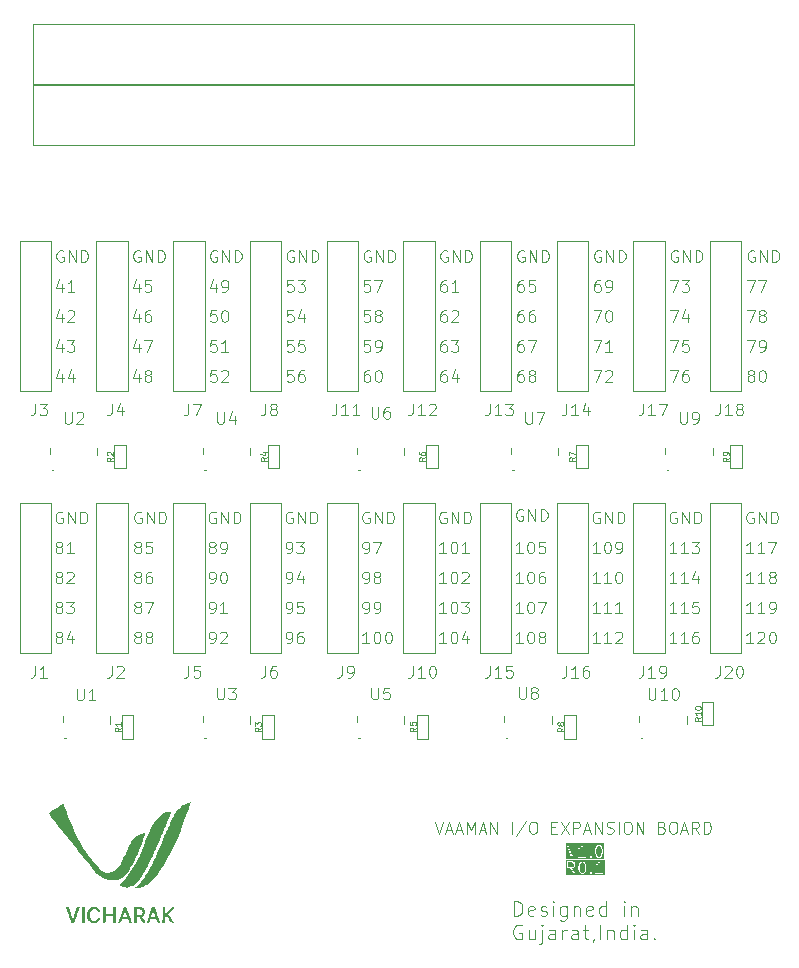
<source format=gbr>
%TF.GenerationSoftware,KiCad,Pcbnew,8.0.1*%
%TF.CreationDate,2024-12-13T12:15:52+05:30*%
%TF.ProjectId,GPIO HAT 1,4750494f-2048-4415-9420-312e6b696361,rev?*%
%TF.SameCoordinates,Original*%
%TF.FileFunction,Legend,Top*%
%TF.FilePolarity,Positive*%
%FSLAX46Y46*%
G04 Gerber Fmt 4.6, Leading zero omitted, Abs format (unit mm)*
G04 Created by KiCad (PCBNEW 8.0.1) date 2024-12-13 12:15:52*
%MOMM*%
%LPD*%
G01*
G04 APERTURE LIST*
%ADD10C,0.100000*%
%ADD11C,0.050000*%
%ADD12C,0.120000*%
%ADD13C,0.000000*%
G04 APERTURE END LIST*
D10*
X121278808Y-136515093D02*
X121278808Y-135265093D01*
X121278808Y-135265093D02*
X121576427Y-135265093D01*
X121576427Y-135265093D02*
X121754998Y-135324617D01*
X121754998Y-135324617D02*
X121874046Y-135443665D01*
X121874046Y-135443665D02*
X121933569Y-135562712D01*
X121933569Y-135562712D02*
X121993093Y-135800808D01*
X121993093Y-135800808D02*
X121993093Y-135979379D01*
X121993093Y-135979379D02*
X121933569Y-136217474D01*
X121933569Y-136217474D02*
X121874046Y-136336522D01*
X121874046Y-136336522D02*
X121754998Y-136455570D01*
X121754998Y-136455570D02*
X121576427Y-136515093D01*
X121576427Y-136515093D02*
X121278808Y-136515093D01*
X123004998Y-136455570D02*
X122885950Y-136515093D01*
X122885950Y-136515093D02*
X122647855Y-136515093D01*
X122647855Y-136515093D02*
X122528808Y-136455570D01*
X122528808Y-136455570D02*
X122469284Y-136336522D01*
X122469284Y-136336522D02*
X122469284Y-135860331D01*
X122469284Y-135860331D02*
X122528808Y-135741284D01*
X122528808Y-135741284D02*
X122647855Y-135681760D01*
X122647855Y-135681760D02*
X122885950Y-135681760D01*
X122885950Y-135681760D02*
X123004998Y-135741284D01*
X123004998Y-135741284D02*
X123064522Y-135860331D01*
X123064522Y-135860331D02*
X123064522Y-135979379D01*
X123064522Y-135979379D02*
X122469284Y-136098427D01*
X123540713Y-136455570D02*
X123659760Y-136515093D01*
X123659760Y-136515093D02*
X123897856Y-136515093D01*
X123897856Y-136515093D02*
X124016903Y-136455570D01*
X124016903Y-136455570D02*
X124076427Y-136336522D01*
X124076427Y-136336522D02*
X124076427Y-136276998D01*
X124076427Y-136276998D02*
X124016903Y-136157950D01*
X124016903Y-136157950D02*
X123897856Y-136098427D01*
X123897856Y-136098427D02*
X123719284Y-136098427D01*
X123719284Y-136098427D02*
X123600237Y-136038903D01*
X123600237Y-136038903D02*
X123540713Y-135919855D01*
X123540713Y-135919855D02*
X123540713Y-135860331D01*
X123540713Y-135860331D02*
X123600237Y-135741284D01*
X123600237Y-135741284D02*
X123719284Y-135681760D01*
X123719284Y-135681760D02*
X123897856Y-135681760D01*
X123897856Y-135681760D02*
X124016903Y-135741284D01*
X124612142Y-136515093D02*
X124612142Y-135681760D01*
X124612142Y-135265093D02*
X124552618Y-135324617D01*
X124552618Y-135324617D02*
X124612142Y-135384141D01*
X124612142Y-135384141D02*
X124671665Y-135324617D01*
X124671665Y-135324617D02*
X124612142Y-135265093D01*
X124612142Y-135265093D02*
X124612142Y-135384141D01*
X125743094Y-135681760D02*
X125743094Y-136693665D01*
X125743094Y-136693665D02*
X125683570Y-136812712D01*
X125683570Y-136812712D02*
X125624046Y-136872236D01*
X125624046Y-136872236D02*
X125504999Y-136931760D01*
X125504999Y-136931760D02*
X125326427Y-136931760D01*
X125326427Y-136931760D02*
X125207380Y-136872236D01*
X125743094Y-136455570D02*
X125624046Y-136515093D01*
X125624046Y-136515093D02*
X125385951Y-136515093D01*
X125385951Y-136515093D02*
X125266903Y-136455570D01*
X125266903Y-136455570D02*
X125207380Y-136396046D01*
X125207380Y-136396046D02*
X125147856Y-136276998D01*
X125147856Y-136276998D02*
X125147856Y-135919855D01*
X125147856Y-135919855D02*
X125207380Y-135800808D01*
X125207380Y-135800808D02*
X125266903Y-135741284D01*
X125266903Y-135741284D02*
X125385951Y-135681760D01*
X125385951Y-135681760D02*
X125624046Y-135681760D01*
X125624046Y-135681760D02*
X125743094Y-135741284D01*
X126338332Y-135681760D02*
X126338332Y-136515093D01*
X126338332Y-135800808D02*
X126397855Y-135741284D01*
X126397855Y-135741284D02*
X126516903Y-135681760D01*
X126516903Y-135681760D02*
X126695474Y-135681760D01*
X126695474Y-135681760D02*
X126814522Y-135741284D01*
X126814522Y-135741284D02*
X126874046Y-135860331D01*
X126874046Y-135860331D02*
X126874046Y-136515093D01*
X127945474Y-136455570D02*
X127826426Y-136515093D01*
X127826426Y-136515093D02*
X127588331Y-136515093D01*
X127588331Y-136515093D02*
X127469284Y-136455570D01*
X127469284Y-136455570D02*
X127409760Y-136336522D01*
X127409760Y-136336522D02*
X127409760Y-135860331D01*
X127409760Y-135860331D02*
X127469284Y-135741284D01*
X127469284Y-135741284D02*
X127588331Y-135681760D01*
X127588331Y-135681760D02*
X127826426Y-135681760D01*
X127826426Y-135681760D02*
X127945474Y-135741284D01*
X127945474Y-135741284D02*
X128004998Y-135860331D01*
X128004998Y-135860331D02*
X128004998Y-135979379D01*
X128004998Y-135979379D02*
X127409760Y-136098427D01*
X129076427Y-136515093D02*
X129076427Y-135265093D01*
X129076427Y-136455570D02*
X128957379Y-136515093D01*
X128957379Y-136515093D02*
X128719284Y-136515093D01*
X128719284Y-136515093D02*
X128600236Y-136455570D01*
X128600236Y-136455570D02*
X128540713Y-136396046D01*
X128540713Y-136396046D02*
X128481189Y-136276998D01*
X128481189Y-136276998D02*
X128481189Y-135919855D01*
X128481189Y-135919855D02*
X128540713Y-135800808D01*
X128540713Y-135800808D02*
X128600236Y-135741284D01*
X128600236Y-135741284D02*
X128719284Y-135681760D01*
X128719284Y-135681760D02*
X128957379Y-135681760D01*
X128957379Y-135681760D02*
X129076427Y-135741284D01*
X130624046Y-136515093D02*
X130624046Y-135681760D01*
X130624046Y-135265093D02*
X130564522Y-135324617D01*
X130564522Y-135324617D02*
X130624046Y-135384141D01*
X130624046Y-135384141D02*
X130683569Y-135324617D01*
X130683569Y-135324617D02*
X130624046Y-135265093D01*
X130624046Y-135265093D02*
X130624046Y-135384141D01*
X131219284Y-135681760D02*
X131219284Y-136515093D01*
X131219284Y-135800808D02*
X131278807Y-135741284D01*
X131278807Y-135741284D02*
X131397855Y-135681760D01*
X131397855Y-135681760D02*
X131576426Y-135681760D01*
X131576426Y-135681760D02*
X131695474Y-135741284D01*
X131695474Y-135741284D02*
X131754998Y-135860331D01*
X131754998Y-135860331D02*
X131754998Y-136515093D01*
X121933569Y-137337047D02*
X121814522Y-137277523D01*
X121814522Y-137277523D02*
X121635950Y-137277523D01*
X121635950Y-137277523D02*
X121457379Y-137337047D01*
X121457379Y-137337047D02*
X121338331Y-137456095D01*
X121338331Y-137456095D02*
X121278808Y-137575142D01*
X121278808Y-137575142D02*
X121219284Y-137813238D01*
X121219284Y-137813238D02*
X121219284Y-137991809D01*
X121219284Y-137991809D02*
X121278808Y-138229904D01*
X121278808Y-138229904D02*
X121338331Y-138348952D01*
X121338331Y-138348952D02*
X121457379Y-138468000D01*
X121457379Y-138468000D02*
X121635950Y-138527523D01*
X121635950Y-138527523D02*
X121754998Y-138527523D01*
X121754998Y-138527523D02*
X121933569Y-138468000D01*
X121933569Y-138468000D02*
X121993093Y-138408476D01*
X121993093Y-138408476D02*
X121993093Y-137991809D01*
X121993093Y-137991809D02*
X121754998Y-137991809D01*
X123064522Y-137694190D02*
X123064522Y-138527523D01*
X122528808Y-137694190D02*
X122528808Y-138348952D01*
X122528808Y-138348952D02*
X122588331Y-138468000D01*
X122588331Y-138468000D02*
X122707379Y-138527523D01*
X122707379Y-138527523D02*
X122885950Y-138527523D01*
X122885950Y-138527523D02*
X123004998Y-138468000D01*
X123004998Y-138468000D02*
X123064522Y-138408476D01*
X123659760Y-137694190D02*
X123659760Y-138765619D01*
X123659760Y-138765619D02*
X123600236Y-138884666D01*
X123600236Y-138884666D02*
X123481188Y-138944190D01*
X123481188Y-138944190D02*
X123421664Y-138944190D01*
X123659760Y-137277523D02*
X123600236Y-137337047D01*
X123600236Y-137337047D02*
X123659760Y-137396571D01*
X123659760Y-137396571D02*
X123719283Y-137337047D01*
X123719283Y-137337047D02*
X123659760Y-137277523D01*
X123659760Y-137277523D02*
X123659760Y-137396571D01*
X124790712Y-138527523D02*
X124790712Y-137872761D01*
X124790712Y-137872761D02*
X124731188Y-137753714D01*
X124731188Y-137753714D02*
X124612140Y-137694190D01*
X124612140Y-137694190D02*
X124374045Y-137694190D01*
X124374045Y-137694190D02*
X124254998Y-137753714D01*
X124790712Y-138468000D02*
X124671664Y-138527523D01*
X124671664Y-138527523D02*
X124374045Y-138527523D01*
X124374045Y-138527523D02*
X124254998Y-138468000D01*
X124254998Y-138468000D02*
X124195474Y-138348952D01*
X124195474Y-138348952D02*
X124195474Y-138229904D01*
X124195474Y-138229904D02*
X124254998Y-138110857D01*
X124254998Y-138110857D02*
X124374045Y-138051333D01*
X124374045Y-138051333D02*
X124671664Y-138051333D01*
X124671664Y-138051333D02*
X124790712Y-137991809D01*
X125385950Y-138527523D02*
X125385950Y-137694190D01*
X125385950Y-137932285D02*
X125445473Y-137813238D01*
X125445473Y-137813238D02*
X125504997Y-137753714D01*
X125504997Y-137753714D02*
X125624045Y-137694190D01*
X125624045Y-137694190D02*
X125743092Y-137694190D01*
X126695474Y-138527523D02*
X126695474Y-137872761D01*
X126695474Y-137872761D02*
X126635950Y-137753714D01*
X126635950Y-137753714D02*
X126516902Y-137694190D01*
X126516902Y-137694190D02*
X126278807Y-137694190D01*
X126278807Y-137694190D02*
X126159760Y-137753714D01*
X126695474Y-138468000D02*
X126576426Y-138527523D01*
X126576426Y-138527523D02*
X126278807Y-138527523D01*
X126278807Y-138527523D02*
X126159760Y-138468000D01*
X126159760Y-138468000D02*
X126100236Y-138348952D01*
X126100236Y-138348952D02*
X126100236Y-138229904D01*
X126100236Y-138229904D02*
X126159760Y-138110857D01*
X126159760Y-138110857D02*
X126278807Y-138051333D01*
X126278807Y-138051333D02*
X126576426Y-138051333D01*
X126576426Y-138051333D02*
X126695474Y-137991809D01*
X127112140Y-137694190D02*
X127588331Y-137694190D01*
X127290712Y-137277523D02*
X127290712Y-138348952D01*
X127290712Y-138348952D02*
X127350235Y-138468000D01*
X127350235Y-138468000D02*
X127469283Y-138527523D01*
X127469283Y-138527523D02*
X127588331Y-138527523D01*
X128064521Y-138468000D02*
X128064521Y-138527523D01*
X128064521Y-138527523D02*
X128004998Y-138646571D01*
X128004998Y-138646571D02*
X127945474Y-138706095D01*
X128600236Y-138527523D02*
X128600236Y-137277523D01*
X129195474Y-137694190D02*
X129195474Y-138527523D01*
X129195474Y-137813238D02*
X129254997Y-137753714D01*
X129254997Y-137753714D02*
X129374045Y-137694190D01*
X129374045Y-137694190D02*
X129552616Y-137694190D01*
X129552616Y-137694190D02*
X129671664Y-137753714D01*
X129671664Y-137753714D02*
X129731188Y-137872761D01*
X129731188Y-137872761D02*
X129731188Y-138527523D01*
X130862140Y-138527523D02*
X130862140Y-137277523D01*
X130862140Y-138468000D02*
X130743092Y-138527523D01*
X130743092Y-138527523D02*
X130504997Y-138527523D01*
X130504997Y-138527523D02*
X130385949Y-138468000D01*
X130385949Y-138468000D02*
X130326426Y-138408476D01*
X130326426Y-138408476D02*
X130266902Y-138289428D01*
X130266902Y-138289428D02*
X130266902Y-137932285D01*
X130266902Y-137932285D02*
X130326426Y-137813238D01*
X130326426Y-137813238D02*
X130385949Y-137753714D01*
X130385949Y-137753714D02*
X130504997Y-137694190D01*
X130504997Y-137694190D02*
X130743092Y-137694190D01*
X130743092Y-137694190D02*
X130862140Y-137753714D01*
X131457378Y-138527523D02*
X131457378Y-137694190D01*
X131457378Y-137277523D02*
X131397854Y-137337047D01*
X131397854Y-137337047D02*
X131457378Y-137396571D01*
X131457378Y-137396571D02*
X131516901Y-137337047D01*
X131516901Y-137337047D02*
X131457378Y-137277523D01*
X131457378Y-137277523D02*
X131457378Y-137396571D01*
X132588330Y-138527523D02*
X132588330Y-137872761D01*
X132588330Y-137872761D02*
X132528806Y-137753714D01*
X132528806Y-137753714D02*
X132409758Y-137694190D01*
X132409758Y-137694190D02*
X132171663Y-137694190D01*
X132171663Y-137694190D02*
X132052616Y-137753714D01*
X132588330Y-138468000D02*
X132469282Y-138527523D01*
X132469282Y-138527523D02*
X132171663Y-138527523D01*
X132171663Y-138527523D02*
X132052616Y-138468000D01*
X132052616Y-138468000D02*
X131993092Y-138348952D01*
X131993092Y-138348952D02*
X131993092Y-138229904D01*
X131993092Y-138229904D02*
X132052616Y-138110857D01*
X132052616Y-138110857D02*
X132171663Y-138051333D01*
X132171663Y-138051333D02*
X132469282Y-138051333D01*
X132469282Y-138051333D02*
X132588330Y-137991809D01*
X133183568Y-138408476D02*
X133243091Y-138468000D01*
X133243091Y-138468000D02*
X133183568Y-138527523D01*
X133183568Y-138527523D02*
X133124044Y-138468000D01*
X133124044Y-138468000D02*
X133183568Y-138408476D01*
X133183568Y-138408476D02*
X133183568Y-138527523D01*
G36*
X127189688Y-132015804D02*
G01*
X127189881Y-132016093D01*
X127228562Y-132051514D01*
X127271774Y-132131764D01*
X127271967Y-132135722D01*
X127318868Y-132310172D01*
X127318093Y-132314071D01*
X127321380Y-132536240D01*
X127319586Y-132540039D01*
X127278802Y-132716351D01*
X127275752Y-132720282D01*
X127237788Y-132802331D01*
X127237499Y-132802525D01*
X127202078Y-132841207D01*
X127123863Y-132883323D01*
X127051367Y-132885735D01*
X126975071Y-132850433D01*
X126974878Y-132850145D01*
X126936195Y-132814722D01*
X126892983Y-132734471D01*
X126892791Y-132730515D01*
X126845889Y-132556064D01*
X126846665Y-132552166D01*
X126843377Y-132329996D01*
X126845172Y-132326198D01*
X126885955Y-132149885D01*
X126889005Y-132145956D01*
X126926969Y-132063904D01*
X126927258Y-132063712D01*
X126962679Y-132025030D01*
X127040893Y-131982914D01*
X127113391Y-131980502D01*
X127189688Y-132015804D01*
G37*
G36*
X126284926Y-132015804D02*
G01*
X126285119Y-132016093D01*
X126323800Y-132051514D01*
X126365853Y-132129612D01*
X126368661Y-132249124D01*
X126333026Y-132326141D01*
X126332737Y-132326335D01*
X126297317Y-132365016D01*
X126219377Y-132406983D01*
X126073058Y-132408375D01*
X126071564Y-132408112D01*
X126071161Y-132408393D01*
X125892330Y-132410094D01*
X125890734Y-131982677D01*
X126206830Y-131979670D01*
X126284926Y-132015804D01*
G37*
G36*
X128953969Y-133094230D02*
G01*
X125683173Y-133094230D01*
X125683173Y-131933119D01*
X125794284Y-131933119D01*
X125798090Y-132952253D01*
X125825150Y-132979313D01*
X125863418Y-132979313D01*
X125890478Y-132952253D01*
X125894284Y-132933119D01*
X125892690Y-132506467D01*
X126055125Y-132504922D01*
X126388841Y-132975285D01*
X126426527Y-132981935D01*
X126457878Y-132959990D01*
X126464528Y-132922304D01*
X126456674Y-132904446D01*
X126172425Y-132503806D01*
X126218479Y-132503368D01*
X126228781Y-132506802D01*
X126242140Y-132503143D01*
X126244370Y-132503122D01*
X126245181Y-132502310D01*
X126247597Y-132501649D01*
X126333297Y-132455503D01*
X126339608Y-132455503D01*
X126355829Y-132444664D01*
X126358165Y-132442112D01*
X126358246Y-132442069D01*
X126358269Y-132441999D01*
X126395624Y-132401205D01*
X126400853Y-132399463D01*
X126412814Y-132384051D01*
X126445193Y-132314071D01*
X126746665Y-132314071D01*
X126750009Y-132540140D01*
X126747210Y-132544807D01*
X126748158Y-132564293D01*
X126795877Y-132741785D01*
X126794410Y-132746187D01*
X126799563Y-132765003D01*
X126845709Y-132850703D01*
X126845709Y-132857014D01*
X126856547Y-132873235D01*
X126859100Y-132875573D01*
X126859143Y-132875652D01*
X126859211Y-132875674D01*
X126900006Y-132913030D01*
X126901749Y-132918260D01*
X126917161Y-132930221D01*
X127009050Y-132972737D01*
X127015626Y-132979313D01*
X127029019Y-132981977D01*
X127031215Y-132982993D01*
X127032303Y-132982630D01*
X127034760Y-132983119D01*
X127124919Y-132980118D01*
X127133543Y-132982993D01*
X127146682Y-132979394D01*
X127149132Y-132979313D01*
X127149943Y-132978501D01*
X127152359Y-132977840D01*
X127238059Y-132931694D01*
X127244371Y-132931694D01*
X127260592Y-132920855D01*
X127262929Y-132918302D01*
X127263008Y-132918260D01*
X127263030Y-132918191D01*
X127275443Y-132904635D01*
X127702852Y-132904635D01*
X127702854Y-132904637D01*
X127713691Y-132920855D01*
X127777530Y-132979313D01*
X127777531Y-132979313D01*
X127815799Y-132979313D01*
X127832020Y-132968474D01*
X127890478Y-132904635D01*
X127890478Y-132866366D01*
X127879640Y-132850145D01*
X127815800Y-132791686D01*
X127815799Y-132791686D01*
X127777530Y-132791686D01*
X127761309Y-132802525D01*
X127702852Y-132866366D01*
X127702852Y-132904635D01*
X127275443Y-132904635D01*
X127300385Y-132877395D01*
X127305615Y-132875653D01*
X127317576Y-132860241D01*
X127357280Y-132774428D01*
X127360648Y-132772408D01*
X127368981Y-132754769D01*
X127410557Y-132575029D01*
X127414287Y-132571300D01*
X127418093Y-132552166D01*
X127414748Y-132326096D01*
X127417548Y-132321430D01*
X127416600Y-132301944D01*
X127395208Y-132222378D01*
X128175362Y-132222378D01*
X128192476Y-132256606D01*
X128228781Y-132268707D01*
X128247597Y-132263554D01*
X128333297Y-132217408D01*
X128339608Y-132217408D01*
X128355829Y-132206569D01*
X128439883Y-132118250D01*
X128443534Y-132117520D01*
X128457315Y-132103711D01*
X128461562Y-132097056D01*
X128464505Y-132885259D01*
X128206102Y-132886925D01*
X128179042Y-132913985D01*
X128179042Y-132952253D01*
X128206102Y-132979313D01*
X128225236Y-132983119D01*
X128815798Y-132979313D01*
X128842858Y-132952253D01*
X128842858Y-132913985D01*
X128815798Y-132886925D01*
X128796664Y-132883119D01*
X128560768Y-132884639D01*
X128557267Y-131947103D01*
X128560000Y-131942822D01*
X128557199Y-131928820D01*
X128557144Y-131913985D01*
X128553503Y-131910344D01*
X128552494Y-131905297D01*
X128540378Y-131897219D01*
X128530084Y-131886925D01*
X128524938Y-131886925D01*
X128520654Y-131884069D01*
X128506376Y-131886925D01*
X128491816Y-131886925D01*
X128488175Y-131890565D01*
X128483128Y-131891575D01*
X128469348Y-131905384D01*
X128385026Y-132037500D01*
X128380357Y-132040621D01*
X128298814Y-132126300D01*
X128298113Y-132126493D01*
X128187463Y-132186073D01*
X128175362Y-132222378D01*
X127395208Y-132222378D01*
X127368880Y-132124451D01*
X127370348Y-132120050D01*
X127365195Y-132101234D01*
X127319049Y-132015533D01*
X127319049Y-132009222D01*
X127308210Y-131993001D01*
X127305658Y-131990664D01*
X127305615Y-131990584D01*
X127305544Y-131990560D01*
X127264750Y-131953206D01*
X127263008Y-131947978D01*
X127247596Y-131936016D01*
X127155707Y-131893500D01*
X127149132Y-131886925D01*
X127135738Y-131884260D01*
X127133543Y-131883245D01*
X127132454Y-131883607D01*
X127129998Y-131883119D01*
X127039837Y-131886119D01*
X127031215Y-131883245D01*
X127018075Y-131886843D01*
X127015626Y-131886925D01*
X127014814Y-131887736D01*
X127012399Y-131888398D01*
X126926698Y-131934544D01*
X126920387Y-131934544D01*
X126904166Y-131945383D01*
X126901829Y-131947934D01*
X126901749Y-131947978D01*
X126901725Y-131948048D01*
X126864371Y-131988842D01*
X126859143Y-131990585D01*
X126847181Y-132005997D01*
X126807476Y-132091808D01*
X126804110Y-132093829D01*
X126795777Y-132111468D01*
X126754200Y-132291207D01*
X126750471Y-132294937D01*
X126746665Y-132314071D01*
X126445193Y-132314071D01*
X126455330Y-132292161D01*
X126461906Y-132285586D01*
X126464570Y-132272192D01*
X126465586Y-132269997D01*
X126465223Y-132268908D01*
X126465712Y-132266452D01*
X126462490Y-132129336D01*
X126465586Y-132120050D01*
X126461961Y-132106814D01*
X126461906Y-132104461D01*
X126461094Y-132103649D01*
X126460433Y-132101234D01*
X126414287Y-132015533D01*
X126414287Y-132009222D01*
X126403448Y-131993001D01*
X126400896Y-131990664D01*
X126400853Y-131990584D01*
X126400782Y-131990560D01*
X126359988Y-131953206D01*
X126358246Y-131947978D01*
X126342834Y-131936016D01*
X126250945Y-131893500D01*
X126244370Y-131886925D01*
X126230976Y-131884260D01*
X126228781Y-131883245D01*
X126227692Y-131883607D01*
X126225236Y-131883119D01*
X125825150Y-131886925D01*
X125798090Y-131913985D01*
X125794284Y-131933119D01*
X125683173Y-131933119D01*
X125683173Y-131772008D01*
X128953969Y-131772008D01*
X128953969Y-133094230D01*
G37*
X96128493Y-80200038D02*
X96033255Y-80152419D01*
X96033255Y-80152419D02*
X95890398Y-80152419D01*
X95890398Y-80152419D02*
X95747541Y-80200038D01*
X95747541Y-80200038D02*
X95652303Y-80295276D01*
X95652303Y-80295276D02*
X95604684Y-80390514D01*
X95604684Y-80390514D02*
X95557065Y-80580990D01*
X95557065Y-80580990D02*
X95557065Y-80723847D01*
X95557065Y-80723847D02*
X95604684Y-80914323D01*
X95604684Y-80914323D02*
X95652303Y-81009561D01*
X95652303Y-81009561D02*
X95747541Y-81104800D01*
X95747541Y-81104800D02*
X95890398Y-81152419D01*
X95890398Y-81152419D02*
X95985636Y-81152419D01*
X95985636Y-81152419D02*
X96128493Y-81104800D01*
X96128493Y-81104800D02*
X96176112Y-81057180D01*
X96176112Y-81057180D02*
X96176112Y-80723847D01*
X96176112Y-80723847D02*
X95985636Y-80723847D01*
X96604684Y-81152419D02*
X96604684Y-80152419D01*
X96604684Y-80152419D02*
X97176112Y-81152419D01*
X97176112Y-81152419D02*
X97176112Y-80152419D01*
X97652303Y-81152419D02*
X97652303Y-80152419D01*
X97652303Y-80152419D02*
X97890398Y-80152419D01*
X97890398Y-80152419D02*
X98033255Y-80200038D01*
X98033255Y-80200038D02*
X98128493Y-80295276D01*
X98128493Y-80295276D02*
X98176112Y-80390514D01*
X98176112Y-80390514D02*
X98223731Y-80580990D01*
X98223731Y-80580990D02*
X98223731Y-80723847D01*
X98223731Y-80723847D02*
X98176112Y-80914323D01*
X98176112Y-80914323D02*
X98128493Y-81009561D01*
X98128493Y-81009561D02*
X98033255Y-81104800D01*
X98033255Y-81104800D02*
X97890398Y-81152419D01*
X97890398Y-81152419D02*
X97652303Y-81152419D01*
X128021446Y-87772419D02*
X128688112Y-87772419D01*
X128688112Y-87772419D02*
X128259541Y-88772419D01*
X129592874Y-88772419D02*
X129021446Y-88772419D01*
X129307160Y-88772419D02*
X129307160Y-87772419D01*
X129307160Y-87772419D02*
X129211922Y-87915276D01*
X129211922Y-87915276D02*
X129116684Y-88010514D01*
X129116684Y-88010514D02*
X129021446Y-88058133D01*
X141026246Y-85232419D02*
X141692912Y-85232419D01*
X141692912Y-85232419D02*
X141264341Y-86232419D01*
X142216722Y-85660990D02*
X142121484Y-85613371D01*
X142121484Y-85613371D02*
X142073865Y-85565752D01*
X142073865Y-85565752D02*
X142026246Y-85470514D01*
X142026246Y-85470514D02*
X142026246Y-85422895D01*
X142026246Y-85422895D02*
X142073865Y-85327657D01*
X142073865Y-85327657D02*
X142121484Y-85280038D01*
X142121484Y-85280038D02*
X142216722Y-85232419D01*
X142216722Y-85232419D02*
X142407198Y-85232419D01*
X142407198Y-85232419D02*
X142502436Y-85280038D01*
X142502436Y-85280038D02*
X142550055Y-85327657D01*
X142550055Y-85327657D02*
X142597674Y-85422895D01*
X142597674Y-85422895D02*
X142597674Y-85470514D01*
X142597674Y-85470514D02*
X142550055Y-85565752D01*
X142550055Y-85565752D02*
X142502436Y-85613371D01*
X142502436Y-85613371D02*
X142407198Y-85660990D01*
X142407198Y-85660990D02*
X142216722Y-85660990D01*
X142216722Y-85660990D02*
X142121484Y-85708609D01*
X142121484Y-85708609D02*
X142073865Y-85756228D01*
X142073865Y-85756228D02*
X142026246Y-85851466D01*
X142026246Y-85851466D02*
X142026246Y-86041942D01*
X142026246Y-86041942D02*
X142073865Y-86137180D01*
X142073865Y-86137180D02*
X142121484Y-86184800D01*
X142121484Y-86184800D02*
X142216722Y-86232419D01*
X142216722Y-86232419D02*
X142407198Y-86232419D01*
X142407198Y-86232419D02*
X142502436Y-86184800D01*
X142502436Y-86184800D02*
X142550055Y-86137180D01*
X142550055Y-86137180D02*
X142597674Y-86041942D01*
X142597674Y-86041942D02*
X142597674Y-85851466D01*
X142597674Y-85851466D02*
X142550055Y-85756228D01*
X142550055Y-85756228D02*
X142502436Y-85708609D01*
X142502436Y-85708609D02*
X142407198Y-85660990D01*
X82666541Y-112889790D02*
X82571303Y-112842171D01*
X82571303Y-112842171D02*
X82523684Y-112794552D01*
X82523684Y-112794552D02*
X82476065Y-112699314D01*
X82476065Y-112699314D02*
X82476065Y-112651695D01*
X82476065Y-112651695D02*
X82523684Y-112556457D01*
X82523684Y-112556457D02*
X82571303Y-112508838D01*
X82571303Y-112508838D02*
X82666541Y-112461219D01*
X82666541Y-112461219D02*
X82857017Y-112461219D01*
X82857017Y-112461219D02*
X82952255Y-112508838D01*
X82952255Y-112508838D02*
X82999874Y-112556457D01*
X82999874Y-112556457D02*
X83047493Y-112651695D01*
X83047493Y-112651695D02*
X83047493Y-112699314D01*
X83047493Y-112699314D02*
X82999874Y-112794552D01*
X82999874Y-112794552D02*
X82952255Y-112842171D01*
X82952255Y-112842171D02*
X82857017Y-112889790D01*
X82857017Y-112889790D02*
X82666541Y-112889790D01*
X82666541Y-112889790D02*
X82571303Y-112937409D01*
X82571303Y-112937409D02*
X82523684Y-112985028D01*
X82523684Y-112985028D02*
X82476065Y-113080266D01*
X82476065Y-113080266D02*
X82476065Y-113270742D01*
X82476065Y-113270742D02*
X82523684Y-113365980D01*
X82523684Y-113365980D02*
X82571303Y-113413600D01*
X82571303Y-113413600D02*
X82666541Y-113461219D01*
X82666541Y-113461219D02*
X82857017Y-113461219D01*
X82857017Y-113461219D02*
X82952255Y-113413600D01*
X82952255Y-113413600D02*
X82999874Y-113365980D01*
X82999874Y-113365980D02*
X83047493Y-113270742D01*
X83047493Y-113270742D02*
X83047493Y-113080266D01*
X83047493Y-113080266D02*
X82999874Y-112985028D01*
X82999874Y-112985028D02*
X82952255Y-112937409D01*
X82952255Y-112937409D02*
X82857017Y-112889790D01*
X83904636Y-112794552D02*
X83904636Y-113461219D01*
X83666541Y-112413600D02*
X83428446Y-113127885D01*
X83428446Y-113127885D02*
X84047493Y-113127885D01*
X102583274Y-82692419D02*
X102107084Y-82692419D01*
X102107084Y-82692419D02*
X102059465Y-83168609D01*
X102059465Y-83168609D02*
X102107084Y-83120990D01*
X102107084Y-83120990D02*
X102202322Y-83073371D01*
X102202322Y-83073371D02*
X102440417Y-83073371D01*
X102440417Y-83073371D02*
X102535655Y-83120990D01*
X102535655Y-83120990D02*
X102583274Y-83168609D01*
X102583274Y-83168609D02*
X102630893Y-83263847D01*
X102630893Y-83263847D02*
X102630893Y-83501942D01*
X102630893Y-83501942D02*
X102583274Y-83597180D01*
X102583274Y-83597180D02*
X102535655Y-83644800D01*
X102535655Y-83644800D02*
X102440417Y-83692419D01*
X102440417Y-83692419D02*
X102202322Y-83692419D01*
X102202322Y-83692419D02*
X102107084Y-83644800D01*
X102107084Y-83644800D02*
X102059465Y-83597180D01*
X102964227Y-82692419D02*
X103583274Y-82692419D01*
X103583274Y-82692419D02*
X103249941Y-83073371D01*
X103249941Y-83073371D02*
X103392798Y-83073371D01*
X103392798Y-83073371D02*
X103488036Y-83120990D01*
X103488036Y-83120990D02*
X103535655Y-83168609D01*
X103535655Y-83168609D02*
X103583274Y-83263847D01*
X103583274Y-83263847D02*
X103583274Y-83501942D01*
X103583274Y-83501942D02*
X103535655Y-83597180D01*
X103535655Y-83597180D02*
X103488036Y-83644800D01*
X103488036Y-83644800D02*
X103392798Y-83692419D01*
X103392798Y-83692419D02*
X103107084Y-83692419D01*
X103107084Y-83692419D02*
X103011846Y-83644800D01*
X103011846Y-83644800D02*
X102964227Y-83597180D01*
X102630893Y-80200038D02*
X102535655Y-80152419D01*
X102535655Y-80152419D02*
X102392798Y-80152419D01*
X102392798Y-80152419D02*
X102249941Y-80200038D01*
X102249941Y-80200038D02*
X102154703Y-80295276D01*
X102154703Y-80295276D02*
X102107084Y-80390514D01*
X102107084Y-80390514D02*
X102059465Y-80580990D01*
X102059465Y-80580990D02*
X102059465Y-80723847D01*
X102059465Y-80723847D02*
X102107084Y-80914323D01*
X102107084Y-80914323D02*
X102154703Y-81009561D01*
X102154703Y-81009561D02*
X102249941Y-81104800D01*
X102249941Y-81104800D02*
X102392798Y-81152419D01*
X102392798Y-81152419D02*
X102488036Y-81152419D01*
X102488036Y-81152419D02*
X102630893Y-81104800D01*
X102630893Y-81104800D02*
X102678512Y-81057180D01*
X102678512Y-81057180D02*
X102678512Y-80723847D01*
X102678512Y-80723847D02*
X102488036Y-80723847D01*
X103107084Y-81152419D02*
X103107084Y-80152419D01*
X103107084Y-80152419D02*
X103678512Y-81152419D01*
X103678512Y-81152419D02*
X103678512Y-80152419D01*
X104154703Y-81152419D02*
X104154703Y-80152419D01*
X104154703Y-80152419D02*
X104392798Y-80152419D01*
X104392798Y-80152419D02*
X104535655Y-80200038D01*
X104535655Y-80200038D02*
X104630893Y-80295276D01*
X104630893Y-80295276D02*
X104678512Y-80390514D01*
X104678512Y-80390514D02*
X104726131Y-80580990D01*
X104726131Y-80580990D02*
X104726131Y-80723847D01*
X104726131Y-80723847D02*
X104678512Y-80914323D01*
X104678512Y-80914323D02*
X104630893Y-81009561D01*
X104630893Y-81009561D02*
X104535655Y-81104800D01*
X104535655Y-81104800D02*
X104392798Y-81152419D01*
X104392798Y-81152419D02*
X104154703Y-81152419D01*
X122042855Y-90312419D02*
X121852379Y-90312419D01*
X121852379Y-90312419D02*
X121757141Y-90360038D01*
X121757141Y-90360038D02*
X121709522Y-90407657D01*
X121709522Y-90407657D02*
X121614284Y-90550514D01*
X121614284Y-90550514D02*
X121566665Y-90740990D01*
X121566665Y-90740990D02*
X121566665Y-91121942D01*
X121566665Y-91121942D02*
X121614284Y-91217180D01*
X121614284Y-91217180D02*
X121661903Y-91264800D01*
X121661903Y-91264800D02*
X121757141Y-91312419D01*
X121757141Y-91312419D02*
X121947617Y-91312419D01*
X121947617Y-91312419D02*
X122042855Y-91264800D01*
X122042855Y-91264800D02*
X122090474Y-91217180D01*
X122090474Y-91217180D02*
X122138093Y-91121942D01*
X122138093Y-91121942D02*
X122138093Y-90883847D01*
X122138093Y-90883847D02*
X122090474Y-90788609D01*
X122090474Y-90788609D02*
X122042855Y-90740990D01*
X122042855Y-90740990D02*
X121947617Y-90693371D01*
X121947617Y-90693371D02*
X121757141Y-90693371D01*
X121757141Y-90693371D02*
X121661903Y-90740990D01*
X121661903Y-90740990D02*
X121614284Y-90788609D01*
X121614284Y-90788609D02*
X121566665Y-90883847D01*
X122709522Y-90740990D02*
X122614284Y-90693371D01*
X122614284Y-90693371D02*
X122566665Y-90645752D01*
X122566665Y-90645752D02*
X122519046Y-90550514D01*
X122519046Y-90550514D02*
X122519046Y-90502895D01*
X122519046Y-90502895D02*
X122566665Y-90407657D01*
X122566665Y-90407657D02*
X122614284Y-90360038D01*
X122614284Y-90360038D02*
X122709522Y-90312419D01*
X122709522Y-90312419D02*
X122899998Y-90312419D01*
X122899998Y-90312419D02*
X122995236Y-90360038D01*
X122995236Y-90360038D02*
X123042855Y-90407657D01*
X123042855Y-90407657D02*
X123090474Y-90502895D01*
X123090474Y-90502895D02*
X123090474Y-90550514D01*
X123090474Y-90550514D02*
X123042855Y-90645752D01*
X123042855Y-90645752D02*
X122995236Y-90693371D01*
X122995236Y-90693371D02*
X122899998Y-90740990D01*
X122899998Y-90740990D02*
X122709522Y-90740990D01*
X122709522Y-90740990D02*
X122614284Y-90788609D01*
X122614284Y-90788609D02*
X122566665Y-90836228D01*
X122566665Y-90836228D02*
X122519046Y-90931466D01*
X122519046Y-90931466D02*
X122519046Y-91121942D01*
X122519046Y-91121942D02*
X122566665Y-91217180D01*
X122566665Y-91217180D02*
X122614284Y-91264800D01*
X122614284Y-91264800D02*
X122709522Y-91312419D01*
X122709522Y-91312419D02*
X122899998Y-91312419D01*
X122899998Y-91312419D02*
X122995236Y-91264800D01*
X122995236Y-91264800D02*
X123042855Y-91217180D01*
X123042855Y-91217180D02*
X123090474Y-91121942D01*
X123090474Y-91121942D02*
X123090474Y-90931466D01*
X123090474Y-90931466D02*
X123042855Y-90836228D01*
X123042855Y-90836228D02*
X122995236Y-90788609D01*
X122995236Y-90788609D02*
X122899998Y-90740990D01*
X102053103Y-110921219D02*
X102243579Y-110921219D01*
X102243579Y-110921219D02*
X102338817Y-110873600D01*
X102338817Y-110873600D02*
X102386436Y-110825980D01*
X102386436Y-110825980D02*
X102481674Y-110683123D01*
X102481674Y-110683123D02*
X102529293Y-110492647D01*
X102529293Y-110492647D02*
X102529293Y-110111695D01*
X102529293Y-110111695D02*
X102481674Y-110016457D01*
X102481674Y-110016457D02*
X102434055Y-109968838D01*
X102434055Y-109968838D02*
X102338817Y-109921219D01*
X102338817Y-109921219D02*
X102148341Y-109921219D01*
X102148341Y-109921219D02*
X102053103Y-109968838D01*
X102053103Y-109968838D02*
X102005484Y-110016457D01*
X102005484Y-110016457D02*
X101957865Y-110111695D01*
X101957865Y-110111695D02*
X101957865Y-110349790D01*
X101957865Y-110349790D02*
X102005484Y-110445028D01*
X102005484Y-110445028D02*
X102053103Y-110492647D01*
X102053103Y-110492647D02*
X102148341Y-110540266D01*
X102148341Y-110540266D02*
X102338817Y-110540266D01*
X102338817Y-110540266D02*
X102434055Y-110492647D01*
X102434055Y-110492647D02*
X102481674Y-110445028D01*
X102481674Y-110445028D02*
X102529293Y-110349790D01*
X103434055Y-109921219D02*
X102957865Y-109921219D01*
X102957865Y-109921219D02*
X102910246Y-110397409D01*
X102910246Y-110397409D02*
X102957865Y-110349790D01*
X102957865Y-110349790D02*
X103053103Y-110302171D01*
X103053103Y-110302171D02*
X103291198Y-110302171D01*
X103291198Y-110302171D02*
X103386436Y-110349790D01*
X103386436Y-110349790D02*
X103434055Y-110397409D01*
X103434055Y-110397409D02*
X103481674Y-110492647D01*
X103481674Y-110492647D02*
X103481674Y-110730742D01*
X103481674Y-110730742D02*
X103434055Y-110825980D01*
X103434055Y-110825980D02*
X103386436Y-110873600D01*
X103386436Y-110873600D02*
X103291198Y-110921219D01*
X103291198Y-110921219D02*
X103053103Y-110921219D01*
X103053103Y-110921219D02*
X102957865Y-110873600D01*
X102957865Y-110873600D02*
X102910246Y-110825980D01*
X128545255Y-82692419D02*
X128354779Y-82692419D01*
X128354779Y-82692419D02*
X128259541Y-82740038D01*
X128259541Y-82740038D02*
X128211922Y-82787657D01*
X128211922Y-82787657D02*
X128116684Y-82930514D01*
X128116684Y-82930514D02*
X128069065Y-83120990D01*
X128069065Y-83120990D02*
X128069065Y-83501942D01*
X128069065Y-83501942D02*
X128116684Y-83597180D01*
X128116684Y-83597180D02*
X128164303Y-83644800D01*
X128164303Y-83644800D02*
X128259541Y-83692419D01*
X128259541Y-83692419D02*
X128450017Y-83692419D01*
X128450017Y-83692419D02*
X128545255Y-83644800D01*
X128545255Y-83644800D02*
X128592874Y-83597180D01*
X128592874Y-83597180D02*
X128640493Y-83501942D01*
X128640493Y-83501942D02*
X128640493Y-83263847D01*
X128640493Y-83263847D02*
X128592874Y-83168609D01*
X128592874Y-83168609D02*
X128545255Y-83120990D01*
X128545255Y-83120990D02*
X128450017Y-83073371D01*
X128450017Y-83073371D02*
X128259541Y-83073371D01*
X128259541Y-83073371D02*
X128164303Y-83120990D01*
X128164303Y-83120990D02*
X128116684Y-83168609D01*
X128116684Y-83168609D02*
X128069065Y-83263847D01*
X129116684Y-83692419D02*
X129307160Y-83692419D01*
X129307160Y-83692419D02*
X129402398Y-83644800D01*
X129402398Y-83644800D02*
X129450017Y-83597180D01*
X129450017Y-83597180D02*
X129545255Y-83454323D01*
X129545255Y-83454323D02*
X129592874Y-83263847D01*
X129592874Y-83263847D02*
X129592874Y-82882895D01*
X129592874Y-82882895D02*
X129545255Y-82787657D01*
X129545255Y-82787657D02*
X129497636Y-82740038D01*
X129497636Y-82740038D02*
X129402398Y-82692419D01*
X129402398Y-82692419D02*
X129211922Y-82692419D01*
X129211922Y-82692419D02*
X129116684Y-82740038D01*
X129116684Y-82740038D02*
X129069065Y-82787657D01*
X129069065Y-82787657D02*
X129021446Y-82882895D01*
X129021446Y-82882895D02*
X129021446Y-83120990D01*
X129021446Y-83120990D02*
X129069065Y-83216228D01*
X129069065Y-83216228D02*
X129116684Y-83263847D01*
X129116684Y-83263847D02*
X129211922Y-83311466D01*
X129211922Y-83311466D02*
X129402398Y-83311466D01*
X129402398Y-83311466D02*
X129497636Y-83263847D01*
X129497636Y-83263847D02*
X129545255Y-83216228D01*
X129545255Y-83216228D02*
X129592874Y-83120990D01*
X141645293Y-80200038D02*
X141550055Y-80152419D01*
X141550055Y-80152419D02*
X141407198Y-80152419D01*
X141407198Y-80152419D02*
X141264341Y-80200038D01*
X141264341Y-80200038D02*
X141169103Y-80295276D01*
X141169103Y-80295276D02*
X141121484Y-80390514D01*
X141121484Y-80390514D02*
X141073865Y-80580990D01*
X141073865Y-80580990D02*
X141073865Y-80723847D01*
X141073865Y-80723847D02*
X141121484Y-80914323D01*
X141121484Y-80914323D02*
X141169103Y-81009561D01*
X141169103Y-81009561D02*
X141264341Y-81104800D01*
X141264341Y-81104800D02*
X141407198Y-81152419D01*
X141407198Y-81152419D02*
X141502436Y-81152419D01*
X141502436Y-81152419D02*
X141645293Y-81104800D01*
X141645293Y-81104800D02*
X141692912Y-81057180D01*
X141692912Y-81057180D02*
X141692912Y-80723847D01*
X141692912Y-80723847D02*
X141502436Y-80723847D01*
X142121484Y-81152419D02*
X142121484Y-80152419D01*
X142121484Y-80152419D02*
X142692912Y-81152419D01*
X142692912Y-81152419D02*
X142692912Y-80152419D01*
X143169103Y-81152419D02*
X143169103Y-80152419D01*
X143169103Y-80152419D02*
X143407198Y-80152419D01*
X143407198Y-80152419D02*
X143550055Y-80200038D01*
X143550055Y-80200038D02*
X143645293Y-80295276D01*
X143645293Y-80295276D02*
X143692912Y-80390514D01*
X143692912Y-80390514D02*
X143740531Y-80580990D01*
X143740531Y-80580990D02*
X143740531Y-80723847D01*
X143740531Y-80723847D02*
X143692912Y-80914323D01*
X143692912Y-80914323D02*
X143645293Y-81009561D01*
X143645293Y-81009561D02*
X143550055Y-81104800D01*
X143550055Y-81104800D02*
X143407198Y-81152419D01*
X143407198Y-81152419D02*
X143169103Y-81152419D01*
X122036493Y-108381219D02*
X121465065Y-108381219D01*
X121750779Y-108381219D02*
X121750779Y-107381219D01*
X121750779Y-107381219D02*
X121655541Y-107524076D01*
X121655541Y-107524076D02*
X121560303Y-107619314D01*
X121560303Y-107619314D02*
X121465065Y-107666933D01*
X122655541Y-107381219D02*
X122750779Y-107381219D01*
X122750779Y-107381219D02*
X122846017Y-107428838D01*
X122846017Y-107428838D02*
X122893636Y-107476457D01*
X122893636Y-107476457D02*
X122941255Y-107571695D01*
X122941255Y-107571695D02*
X122988874Y-107762171D01*
X122988874Y-107762171D02*
X122988874Y-108000266D01*
X122988874Y-108000266D02*
X122941255Y-108190742D01*
X122941255Y-108190742D02*
X122893636Y-108285980D01*
X122893636Y-108285980D02*
X122846017Y-108333600D01*
X122846017Y-108333600D02*
X122750779Y-108381219D01*
X122750779Y-108381219D02*
X122655541Y-108381219D01*
X122655541Y-108381219D02*
X122560303Y-108333600D01*
X122560303Y-108333600D02*
X122512684Y-108285980D01*
X122512684Y-108285980D02*
X122465065Y-108190742D01*
X122465065Y-108190742D02*
X122417446Y-108000266D01*
X122417446Y-108000266D02*
X122417446Y-107762171D01*
X122417446Y-107762171D02*
X122465065Y-107571695D01*
X122465065Y-107571695D02*
X122512684Y-107476457D01*
X122512684Y-107476457D02*
X122560303Y-107428838D01*
X122560303Y-107428838D02*
X122655541Y-107381219D01*
X123846017Y-107381219D02*
X123655541Y-107381219D01*
X123655541Y-107381219D02*
X123560303Y-107428838D01*
X123560303Y-107428838D02*
X123512684Y-107476457D01*
X123512684Y-107476457D02*
X123417446Y-107619314D01*
X123417446Y-107619314D02*
X123369827Y-107809790D01*
X123369827Y-107809790D02*
X123369827Y-108190742D01*
X123369827Y-108190742D02*
X123417446Y-108285980D01*
X123417446Y-108285980D02*
X123465065Y-108333600D01*
X123465065Y-108333600D02*
X123560303Y-108381219D01*
X123560303Y-108381219D02*
X123750779Y-108381219D01*
X123750779Y-108381219D02*
X123846017Y-108333600D01*
X123846017Y-108333600D02*
X123893636Y-108285980D01*
X123893636Y-108285980D02*
X123941255Y-108190742D01*
X123941255Y-108190742D02*
X123941255Y-107952647D01*
X123941255Y-107952647D02*
X123893636Y-107857409D01*
X123893636Y-107857409D02*
X123846017Y-107809790D01*
X123846017Y-107809790D02*
X123750779Y-107762171D01*
X123750779Y-107762171D02*
X123560303Y-107762171D01*
X123560303Y-107762171D02*
X123465065Y-107809790D01*
X123465065Y-107809790D02*
X123417446Y-107857409D01*
X123417446Y-107857409D02*
X123369827Y-107952647D01*
X122042855Y-87772419D02*
X121852379Y-87772419D01*
X121852379Y-87772419D02*
X121757141Y-87820038D01*
X121757141Y-87820038D02*
X121709522Y-87867657D01*
X121709522Y-87867657D02*
X121614284Y-88010514D01*
X121614284Y-88010514D02*
X121566665Y-88200990D01*
X121566665Y-88200990D02*
X121566665Y-88581942D01*
X121566665Y-88581942D02*
X121614284Y-88677180D01*
X121614284Y-88677180D02*
X121661903Y-88724800D01*
X121661903Y-88724800D02*
X121757141Y-88772419D01*
X121757141Y-88772419D02*
X121947617Y-88772419D01*
X121947617Y-88772419D02*
X122042855Y-88724800D01*
X122042855Y-88724800D02*
X122090474Y-88677180D01*
X122090474Y-88677180D02*
X122138093Y-88581942D01*
X122138093Y-88581942D02*
X122138093Y-88343847D01*
X122138093Y-88343847D02*
X122090474Y-88248609D01*
X122090474Y-88248609D02*
X122042855Y-88200990D01*
X122042855Y-88200990D02*
X121947617Y-88153371D01*
X121947617Y-88153371D02*
X121757141Y-88153371D01*
X121757141Y-88153371D02*
X121661903Y-88200990D01*
X121661903Y-88200990D02*
X121614284Y-88248609D01*
X121614284Y-88248609D02*
X121566665Y-88343847D01*
X122471427Y-87772419D02*
X123138093Y-87772419D01*
X123138093Y-87772419D02*
X122709522Y-88772419D01*
X96080874Y-85232419D02*
X95604684Y-85232419D01*
X95604684Y-85232419D02*
X95557065Y-85708609D01*
X95557065Y-85708609D02*
X95604684Y-85660990D01*
X95604684Y-85660990D02*
X95699922Y-85613371D01*
X95699922Y-85613371D02*
X95938017Y-85613371D01*
X95938017Y-85613371D02*
X96033255Y-85660990D01*
X96033255Y-85660990D02*
X96080874Y-85708609D01*
X96080874Y-85708609D02*
X96128493Y-85803847D01*
X96128493Y-85803847D02*
X96128493Y-86041942D01*
X96128493Y-86041942D02*
X96080874Y-86137180D01*
X96080874Y-86137180D02*
X96033255Y-86184800D01*
X96033255Y-86184800D02*
X95938017Y-86232419D01*
X95938017Y-86232419D02*
X95699922Y-86232419D01*
X95699922Y-86232419D02*
X95604684Y-86184800D01*
X95604684Y-86184800D02*
X95557065Y-86137180D01*
X96747541Y-85232419D02*
X96842779Y-85232419D01*
X96842779Y-85232419D02*
X96938017Y-85280038D01*
X96938017Y-85280038D02*
X96985636Y-85327657D01*
X96985636Y-85327657D02*
X97033255Y-85422895D01*
X97033255Y-85422895D02*
X97080874Y-85613371D01*
X97080874Y-85613371D02*
X97080874Y-85851466D01*
X97080874Y-85851466D02*
X97033255Y-86041942D01*
X97033255Y-86041942D02*
X96985636Y-86137180D01*
X96985636Y-86137180D02*
X96938017Y-86184800D01*
X96938017Y-86184800D02*
X96842779Y-86232419D01*
X96842779Y-86232419D02*
X96747541Y-86232419D01*
X96747541Y-86232419D02*
X96652303Y-86184800D01*
X96652303Y-86184800D02*
X96604684Y-86137180D01*
X96604684Y-86137180D02*
X96557065Y-86041942D01*
X96557065Y-86041942D02*
X96509446Y-85851466D01*
X96509446Y-85851466D02*
X96509446Y-85613371D01*
X96509446Y-85613371D02*
X96557065Y-85422895D01*
X96557065Y-85422895D02*
X96604684Y-85327657D01*
X96604684Y-85327657D02*
X96652303Y-85280038D01*
X96652303Y-85280038D02*
X96747541Y-85232419D01*
X109085674Y-85232419D02*
X108609484Y-85232419D01*
X108609484Y-85232419D02*
X108561865Y-85708609D01*
X108561865Y-85708609D02*
X108609484Y-85660990D01*
X108609484Y-85660990D02*
X108704722Y-85613371D01*
X108704722Y-85613371D02*
X108942817Y-85613371D01*
X108942817Y-85613371D02*
X109038055Y-85660990D01*
X109038055Y-85660990D02*
X109085674Y-85708609D01*
X109085674Y-85708609D02*
X109133293Y-85803847D01*
X109133293Y-85803847D02*
X109133293Y-86041942D01*
X109133293Y-86041942D02*
X109085674Y-86137180D01*
X109085674Y-86137180D02*
X109038055Y-86184800D01*
X109038055Y-86184800D02*
X108942817Y-86232419D01*
X108942817Y-86232419D02*
X108704722Y-86232419D01*
X108704722Y-86232419D02*
X108609484Y-86184800D01*
X108609484Y-86184800D02*
X108561865Y-86137180D01*
X109704722Y-85660990D02*
X109609484Y-85613371D01*
X109609484Y-85613371D02*
X109561865Y-85565752D01*
X109561865Y-85565752D02*
X109514246Y-85470514D01*
X109514246Y-85470514D02*
X109514246Y-85422895D01*
X109514246Y-85422895D02*
X109561865Y-85327657D01*
X109561865Y-85327657D02*
X109609484Y-85280038D01*
X109609484Y-85280038D02*
X109704722Y-85232419D01*
X109704722Y-85232419D02*
X109895198Y-85232419D01*
X109895198Y-85232419D02*
X109990436Y-85280038D01*
X109990436Y-85280038D02*
X110038055Y-85327657D01*
X110038055Y-85327657D02*
X110085674Y-85422895D01*
X110085674Y-85422895D02*
X110085674Y-85470514D01*
X110085674Y-85470514D02*
X110038055Y-85565752D01*
X110038055Y-85565752D02*
X109990436Y-85613371D01*
X109990436Y-85613371D02*
X109895198Y-85660990D01*
X109895198Y-85660990D02*
X109704722Y-85660990D01*
X109704722Y-85660990D02*
X109609484Y-85708609D01*
X109609484Y-85708609D02*
X109561865Y-85756228D01*
X109561865Y-85756228D02*
X109514246Y-85851466D01*
X109514246Y-85851466D02*
X109514246Y-86041942D01*
X109514246Y-86041942D02*
X109561865Y-86137180D01*
X109561865Y-86137180D02*
X109609484Y-86184800D01*
X109609484Y-86184800D02*
X109704722Y-86232419D01*
X109704722Y-86232419D02*
X109895198Y-86232419D01*
X109895198Y-86232419D02*
X109990436Y-86184800D01*
X109990436Y-86184800D02*
X110038055Y-86137180D01*
X110038055Y-86137180D02*
X110085674Y-86041942D01*
X110085674Y-86041942D02*
X110085674Y-85851466D01*
X110085674Y-85851466D02*
X110038055Y-85756228D01*
X110038055Y-85756228D02*
X109990436Y-85708609D01*
X109990436Y-85708609D02*
X109895198Y-85660990D01*
X128538893Y-108381219D02*
X127967465Y-108381219D01*
X128253179Y-108381219D02*
X128253179Y-107381219D01*
X128253179Y-107381219D02*
X128157941Y-107524076D01*
X128157941Y-107524076D02*
X128062703Y-107619314D01*
X128062703Y-107619314D02*
X127967465Y-107666933D01*
X129491274Y-108381219D02*
X128919846Y-108381219D01*
X129205560Y-108381219D02*
X129205560Y-107381219D01*
X129205560Y-107381219D02*
X129110322Y-107524076D01*
X129110322Y-107524076D02*
X129015084Y-107619314D01*
X129015084Y-107619314D02*
X128919846Y-107666933D01*
X130110322Y-107381219D02*
X130205560Y-107381219D01*
X130205560Y-107381219D02*
X130300798Y-107428838D01*
X130300798Y-107428838D02*
X130348417Y-107476457D01*
X130348417Y-107476457D02*
X130396036Y-107571695D01*
X130396036Y-107571695D02*
X130443655Y-107762171D01*
X130443655Y-107762171D02*
X130443655Y-108000266D01*
X130443655Y-108000266D02*
X130396036Y-108190742D01*
X130396036Y-108190742D02*
X130348417Y-108285980D01*
X130348417Y-108285980D02*
X130300798Y-108333600D01*
X130300798Y-108333600D02*
X130205560Y-108381219D01*
X130205560Y-108381219D02*
X130110322Y-108381219D01*
X130110322Y-108381219D02*
X130015084Y-108333600D01*
X130015084Y-108333600D02*
X129967465Y-108285980D01*
X129967465Y-108285980D02*
X129919846Y-108190742D01*
X129919846Y-108190742D02*
X129872227Y-108000266D01*
X129872227Y-108000266D02*
X129872227Y-107762171D01*
X129872227Y-107762171D02*
X129919846Y-107571695D01*
X129919846Y-107571695D02*
X129967465Y-107476457D01*
X129967465Y-107476457D02*
X130015084Y-107428838D01*
X130015084Y-107428838D02*
X130110322Y-107381219D01*
X122042855Y-85232419D02*
X121852379Y-85232419D01*
X121852379Y-85232419D02*
X121757141Y-85280038D01*
X121757141Y-85280038D02*
X121709522Y-85327657D01*
X121709522Y-85327657D02*
X121614284Y-85470514D01*
X121614284Y-85470514D02*
X121566665Y-85660990D01*
X121566665Y-85660990D02*
X121566665Y-86041942D01*
X121566665Y-86041942D02*
X121614284Y-86137180D01*
X121614284Y-86137180D02*
X121661903Y-86184800D01*
X121661903Y-86184800D02*
X121757141Y-86232419D01*
X121757141Y-86232419D02*
X121947617Y-86232419D01*
X121947617Y-86232419D02*
X122042855Y-86184800D01*
X122042855Y-86184800D02*
X122090474Y-86137180D01*
X122090474Y-86137180D02*
X122138093Y-86041942D01*
X122138093Y-86041942D02*
X122138093Y-85803847D01*
X122138093Y-85803847D02*
X122090474Y-85708609D01*
X122090474Y-85708609D02*
X122042855Y-85660990D01*
X122042855Y-85660990D02*
X121947617Y-85613371D01*
X121947617Y-85613371D02*
X121757141Y-85613371D01*
X121757141Y-85613371D02*
X121661903Y-85660990D01*
X121661903Y-85660990D02*
X121614284Y-85708609D01*
X121614284Y-85708609D02*
X121566665Y-85803847D01*
X122995236Y-85232419D02*
X122804760Y-85232419D01*
X122804760Y-85232419D02*
X122709522Y-85280038D01*
X122709522Y-85280038D02*
X122661903Y-85327657D01*
X122661903Y-85327657D02*
X122566665Y-85470514D01*
X122566665Y-85470514D02*
X122519046Y-85660990D01*
X122519046Y-85660990D02*
X122519046Y-86041942D01*
X122519046Y-86041942D02*
X122566665Y-86137180D01*
X122566665Y-86137180D02*
X122614284Y-86184800D01*
X122614284Y-86184800D02*
X122709522Y-86232419D01*
X122709522Y-86232419D02*
X122899998Y-86232419D01*
X122899998Y-86232419D02*
X122995236Y-86184800D01*
X122995236Y-86184800D02*
X123042855Y-86137180D01*
X123042855Y-86137180D02*
X123090474Y-86041942D01*
X123090474Y-86041942D02*
X123090474Y-85803847D01*
X123090474Y-85803847D02*
X123042855Y-85708609D01*
X123042855Y-85708609D02*
X122995236Y-85660990D01*
X122995236Y-85660990D02*
X122899998Y-85613371D01*
X122899998Y-85613371D02*
X122709522Y-85613371D01*
X122709522Y-85613371D02*
X122614284Y-85660990D01*
X122614284Y-85660990D02*
X122566665Y-85708609D01*
X122566665Y-85708609D02*
X122519046Y-85803847D01*
X96033255Y-83025752D02*
X96033255Y-83692419D01*
X95795160Y-82644800D02*
X95557065Y-83359085D01*
X95557065Y-83359085D02*
X96176112Y-83359085D01*
X96604684Y-83692419D02*
X96795160Y-83692419D01*
X96795160Y-83692419D02*
X96890398Y-83644800D01*
X96890398Y-83644800D02*
X96938017Y-83597180D01*
X96938017Y-83597180D02*
X97033255Y-83454323D01*
X97033255Y-83454323D02*
X97080874Y-83263847D01*
X97080874Y-83263847D02*
X97080874Y-82882895D01*
X97080874Y-82882895D02*
X97033255Y-82787657D01*
X97033255Y-82787657D02*
X96985636Y-82740038D01*
X96985636Y-82740038D02*
X96890398Y-82692419D01*
X96890398Y-82692419D02*
X96699922Y-82692419D01*
X96699922Y-82692419D02*
X96604684Y-82740038D01*
X96604684Y-82740038D02*
X96557065Y-82787657D01*
X96557065Y-82787657D02*
X96509446Y-82882895D01*
X96509446Y-82882895D02*
X96509446Y-83120990D01*
X96509446Y-83120990D02*
X96557065Y-83216228D01*
X96557065Y-83216228D02*
X96604684Y-83263847D01*
X96604684Y-83263847D02*
X96699922Y-83311466D01*
X96699922Y-83311466D02*
X96890398Y-83311466D01*
X96890398Y-83311466D02*
X96985636Y-83263847D01*
X96985636Y-83263847D02*
X97033255Y-83216228D01*
X97033255Y-83216228D02*
X97080874Y-83120990D01*
X141543693Y-110921219D02*
X140972265Y-110921219D01*
X141257979Y-110921219D02*
X141257979Y-109921219D01*
X141257979Y-109921219D02*
X141162741Y-110064076D01*
X141162741Y-110064076D02*
X141067503Y-110159314D01*
X141067503Y-110159314D02*
X140972265Y-110206933D01*
X142496074Y-110921219D02*
X141924646Y-110921219D01*
X142210360Y-110921219D02*
X142210360Y-109921219D01*
X142210360Y-109921219D02*
X142115122Y-110064076D01*
X142115122Y-110064076D02*
X142019884Y-110159314D01*
X142019884Y-110159314D02*
X141924646Y-110206933D01*
X142972265Y-110921219D02*
X143162741Y-110921219D01*
X143162741Y-110921219D02*
X143257979Y-110873600D01*
X143257979Y-110873600D02*
X143305598Y-110825980D01*
X143305598Y-110825980D02*
X143400836Y-110683123D01*
X143400836Y-110683123D02*
X143448455Y-110492647D01*
X143448455Y-110492647D02*
X143448455Y-110111695D01*
X143448455Y-110111695D02*
X143400836Y-110016457D01*
X143400836Y-110016457D02*
X143353217Y-109968838D01*
X143353217Y-109968838D02*
X143257979Y-109921219D01*
X143257979Y-109921219D02*
X143067503Y-109921219D01*
X143067503Y-109921219D02*
X142972265Y-109968838D01*
X142972265Y-109968838D02*
X142924646Y-110016457D01*
X142924646Y-110016457D02*
X142877027Y-110111695D01*
X142877027Y-110111695D02*
X142877027Y-110349790D01*
X142877027Y-110349790D02*
X142924646Y-110445028D01*
X142924646Y-110445028D02*
X142972265Y-110492647D01*
X142972265Y-110492647D02*
X143067503Y-110540266D01*
X143067503Y-110540266D02*
X143257979Y-110540266D01*
X143257979Y-110540266D02*
X143353217Y-110492647D01*
X143353217Y-110492647D02*
X143400836Y-110445028D01*
X143400836Y-110445028D02*
X143448455Y-110349790D01*
X141543693Y-113461219D02*
X140972265Y-113461219D01*
X141257979Y-113461219D02*
X141257979Y-112461219D01*
X141257979Y-112461219D02*
X141162741Y-112604076D01*
X141162741Y-112604076D02*
X141067503Y-112699314D01*
X141067503Y-112699314D02*
X140972265Y-112746933D01*
X141924646Y-112556457D02*
X141972265Y-112508838D01*
X141972265Y-112508838D02*
X142067503Y-112461219D01*
X142067503Y-112461219D02*
X142305598Y-112461219D01*
X142305598Y-112461219D02*
X142400836Y-112508838D01*
X142400836Y-112508838D02*
X142448455Y-112556457D01*
X142448455Y-112556457D02*
X142496074Y-112651695D01*
X142496074Y-112651695D02*
X142496074Y-112746933D01*
X142496074Y-112746933D02*
X142448455Y-112889790D01*
X142448455Y-112889790D02*
X141877027Y-113461219D01*
X141877027Y-113461219D02*
X142496074Y-113461219D01*
X143115122Y-112461219D02*
X143210360Y-112461219D01*
X143210360Y-112461219D02*
X143305598Y-112508838D01*
X143305598Y-112508838D02*
X143353217Y-112556457D01*
X143353217Y-112556457D02*
X143400836Y-112651695D01*
X143400836Y-112651695D02*
X143448455Y-112842171D01*
X143448455Y-112842171D02*
X143448455Y-113080266D01*
X143448455Y-113080266D02*
X143400836Y-113270742D01*
X143400836Y-113270742D02*
X143353217Y-113365980D01*
X143353217Y-113365980D02*
X143305598Y-113413600D01*
X143305598Y-113413600D02*
X143210360Y-113461219D01*
X143210360Y-113461219D02*
X143115122Y-113461219D01*
X143115122Y-113461219D02*
X143019884Y-113413600D01*
X143019884Y-113413600D02*
X142972265Y-113365980D01*
X142972265Y-113365980D02*
X142924646Y-113270742D01*
X142924646Y-113270742D02*
X142877027Y-113080266D01*
X142877027Y-113080266D02*
X142877027Y-112842171D01*
X142877027Y-112842171D02*
X142924646Y-112651695D01*
X142924646Y-112651695D02*
X142972265Y-112556457D01*
X142972265Y-112556457D02*
X143019884Y-112508838D01*
X143019884Y-112508838D02*
X143115122Y-112461219D01*
X122042855Y-82692419D02*
X121852379Y-82692419D01*
X121852379Y-82692419D02*
X121757141Y-82740038D01*
X121757141Y-82740038D02*
X121709522Y-82787657D01*
X121709522Y-82787657D02*
X121614284Y-82930514D01*
X121614284Y-82930514D02*
X121566665Y-83120990D01*
X121566665Y-83120990D02*
X121566665Y-83501942D01*
X121566665Y-83501942D02*
X121614284Y-83597180D01*
X121614284Y-83597180D02*
X121661903Y-83644800D01*
X121661903Y-83644800D02*
X121757141Y-83692419D01*
X121757141Y-83692419D02*
X121947617Y-83692419D01*
X121947617Y-83692419D02*
X122042855Y-83644800D01*
X122042855Y-83644800D02*
X122090474Y-83597180D01*
X122090474Y-83597180D02*
X122138093Y-83501942D01*
X122138093Y-83501942D02*
X122138093Y-83263847D01*
X122138093Y-83263847D02*
X122090474Y-83168609D01*
X122090474Y-83168609D02*
X122042855Y-83120990D01*
X122042855Y-83120990D02*
X121947617Y-83073371D01*
X121947617Y-83073371D02*
X121757141Y-83073371D01*
X121757141Y-83073371D02*
X121661903Y-83120990D01*
X121661903Y-83120990D02*
X121614284Y-83168609D01*
X121614284Y-83168609D02*
X121566665Y-83263847D01*
X123042855Y-82692419D02*
X122566665Y-82692419D01*
X122566665Y-82692419D02*
X122519046Y-83168609D01*
X122519046Y-83168609D02*
X122566665Y-83120990D01*
X122566665Y-83120990D02*
X122661903Y-83073371D01*
X122661903Y-83073371D02*
X122899998Y-83073371D01*
X122899998Y-83073371D02*
X122995236Y-83120990D01*
X122995236Y-83120990D02*
X123042855Y-83168609D01*
X123042855Y-83168609D02*
X123090474Y-83263847D01*
X123090474Y-83263847D02*
X123090474Y-83501942D01*
X123090474Y-83501942D02*
X123042855Y-83597180D01*
X123042855Y-83597180D02*
X122995236Y-83644800D01*
X122995236Y-83644800D02*
X122899998Y-83692419D01*
X122899998Y-83692419D02*
X122661903Y-83692419D01*
X122661903Y-83692419D02*
X122566665Y-83644800D01*
X122566665Y-83644800D02*
X122519046Y-83597180D01*
X128021446Y-90312419D02*
X128688112Y-90312419D01*
X128688112Y-90312419D02*
X128259541Y-91312419D01*
X129021446Y-90407657D02*
X129069065Y-90360038D01*
X129069065Y-90360038D02*
X129164303Y-90312419D01*
X129164303Y-90312419D02*
X129402398Y-90312419D01*
X129402398Y-90312419D02*
X129497636Y-90360038D01*
X129497636Y-90360038D02*
X129545255Y-90407657D01*
X129545255Y-90407657D02*
X129592874Y-90502895D01*
X129592874Y-90502895D02*
X129592874Y-90598133D01*
X129592874Y-90598133D02*
X129545255Y-90740990D01*
X129545255Y-90740990D02*
X128973827Y-91312419D01*
X128973827Y-91312419D02*
X129592874Y-91312419D01*
X128021446Y-85232419D02*
X128688112Y-85232419D01*
X128688112Y-85232419D02*
X128259541Y-86232419D01*
X129259541Y-85232419D02*
X129354779Y-85232419D01*
X129354779Y-85232419D02*
X129450017Y-85280038D01*
X129450017Y-85280038D02*
X129497636Y-85327657D01*
X129497636Y-85327657D02*
X129545255Y-85422895D01*
X129545255Y-85422895D02*
X129592874Y-85613371D01*
X129592874Y-85613371D02*
X129592874Y-85851466D01*
X129592874Y-85851466D02*
X129545255Y-86041942D01*
X129545255Y-86041942D02*
X129497636Y-86137180D01*
X129497636Y-86137180D02*
X129450017Y-86184800D01*
X129450017Y-86184800D02*
X129354779Y-86232419D01*
X129354779Y-86232419D02*
X129259541Y-86232419D01*
X129259541Y-86232419D02*
X129164303Y-86184800D01*
X129164303Y-86184800D02*
X129116684Y-86137180D01*
X129116684Y-86137180D02*
X129069065Y-86041942D01*
X129069065Y-86041942D02*
X129021446Y-85851466D01*
X129021446Y-85851466D02*
X129021446Y-85613371D01*
X129021446Y-85613371D02*
X129069065Y-85422895D01*
X129069065Y-85422895D02*
X129116684Y-85327657D01*
X129116684Y-85327657D02*
X129164303Y-85280038D01*
X129164303Y-85280038D02*
X129259541Y-85232419D01*
X115534093Y-110921219D02*
X114962665Y-110921219D01*
X115248379Y-110921219D02*
X115248379Y-109921219D01*
X115248379Y-109921219D02*
X115153141Y-110064076D01*
X115153141Y-110064076D02*
X115057903Y-110159314D01*
X115057903Y-110159314D02*
X114962665Y-110206933D01*
X116153141Y-109921219D02*
X116248379Y-109921219D01*
X116248379Y-109921219D02*
X116343617Y-109968838D01*
X116343617Y-109968838D02*
X116391236Y-110016457D01*
X116391236Y-110016457D02*
X116438855Y-110111695D01*
X116438855Y-110111695D02*
X116486474Y-110302171D01*
X116486474Y-110302171D02*
X116486474Y-110540266D01*
X116486474Y-110540266D02*
X116438855Y-110730742D01*
X116438855Y-110730742D02*
X116391236Y-110825980D01*
X116391236Y-110825980D02*
X116343617Y-110873600D01*
X116343617Y-110873600D02*
X116248379Y-110921219D01*
X116248379Y-110921219D02*
X116153141Y-110921219D01*
X116153141Y-110921219D02*
X116057903Y-110873600D01*
X116057903Y-110873600D02*
X116010284Y-110825980D01*
X116010284Y-110825980D02*
X115962665Y-110730742D01*
X115962665Y-110730742D02*
X115915046Y-110540266D01*
X115915046Y-110540266D02*
X115915046Y-110302171D01*
X115915046Y-110302171D02*
X115962665Y-110111695D01*
X115962665Y-110111695D02*
X116010284Y-110016457D01*
X116010284Y-110016457D02*
X116057903Y-109968838D01*
X116057903Y-109968838D02*
X116153141Y-109921219D01*
X116819808Y-109921219D02*
X117438855Y-109921219D01*
X117438855Y-109921219D02*
X117105522Y-110302171D01*
X117105522Y-110302171D02*
X117248379Y-110302171D01*
X117248379Y-110302171D02*
X117343617Y-110349790D01*
X117343617Y-110349790D02*
X117391236Y-110397409D01*
X117391236Y-110397409D02*
X117438855Y-110492647D01*
X117438855Y-110492647D02*
X117438855Y-110730742D01*
X117438855Y-110730742D02*
X117391236Y-110825980D01*
X117391236Y-110825980D02*
X117343617Y-110873600D01*
X117343617Y-110873600D02*
X117248379Y-110921219D01*
X117248379Y-110921219D02*
X116962665Y-110921219D01*
X116962665Y-110921219D02*
X116867427Y-110873600D01*
X116867427Y-110873600D02*
X116819808Y-110825980D01*
X134523846Y-85232419D02*
X135190512Y-85232419D01*
X135190512Y-85232419D02*
X134761941Y-86232419D01*
X136000036Y-85565752D02*
X136000036Y-86232419D01*
X135761941Y-85184800D02*
X135523846Y-85899085D01*
X135523846Y-85899085D02*
X136142893Y-85899085D01*
X128538893Y-110921219D02*
X127967465Y-110921219D01*
X128253179Y-110921219D02*
X128253179Y-109921219D01*
X128253179Y-109921219D02*
X128157941Y-110064076D01*
X128157941Y-110064076D02*
X128062703Y-110159314D01*
X128062703Y-110159314D02*
X127967465Y-110206933D01*
X129491274Y-110921219D02*
X128919846Y-110921219D01*
X129205560Y-110921219D02*
X129205560Y-109921219D01*
X129205560Y-109921219D02*
X129110322Y-110064076D01*
X129110322Y-110064076D02*
X129015084Y-110159314D01*
X129015084Y-110159314D02*
X128919846Y-110206933D01*
X130443655Y-110921219D02*
X129872227Y-110921219D01*
X130157941Y-110921219D02*
X130157941Y-109921219D01*
X130157941Y-109921219D02*
X130062703Y-110064076D01*
X130062703Y-110064076D02*
X129967465Y-110159314D01*
X129967465Y-110159314D02*
X129872227Y-110206933D01*
X134523846Y-87772419D02*
X135190512Y-87772419D01*
X135190512Y-87772419D02*
X134761941Y-88772419D01*
X136047655Y-87772419D02*
X135571465Y-87772419D01*
X135571465Y-87772419D02*
X135523846Y-88248609D01*
X135523846Y-88248609D02*
X135571465Y-88200990D01*
X135571465Y-88200990D02*
X135666703Y-88153371D01*
X135666703Y-88153371D02*
X135904798Y-88153371D01*
X135904798Y-88153371D02*
X136000036Y-88200990D01*
X136000036Y-88200990D02*
X136047655Y-88248609D01*
X136047655Y-88248609D02*
X136095274Y-88343847D01*
X136095274Y-88343847D02*
X136095274Y-88581942D01*
X136095274Y-88581942D02*
X136047655Y-88677180D01*
X136047655Y-88677180D02*
X136000036Y-88724800D01*
X136000036Y-88724800D02*
X135904798Y-88772419D01*
X135904798Y-88772419D02*
X135666703Y-88772419D01*
X135666703Y-88772419D02*
X135571465Y-88724800D01*
X135571465Y-88724800D02*
X135523846Y-88677180D01*
X115540455Y-85232419D02*
X115349979Y-85232419D01*
X115349979Y-85232419D02*
X115254741Y-85280038D01*
X115254741Y-85280038D02*
X115207122Y-85327657D01*
X115207122Y-85327657D02*
X115111884Y-85470514D01*
X115111884Y-85470514D02*
X115064265Y-85660990D01*
X115064265Y-85660990D02*
X115064265Y-86041942D01*
X115064265Y-86041942D02*
X115111884Y-86137180D01*
X115111884Y-86137180D02*
X115159503Y-86184800D01*
X115159503Y-86184800D02*
X115254741Y-86232419D01*
X115254741Y-86232419D02*
X115445217Y-86232419D01*
X115445217Y-86232419D02*
X115540455Y-86184800D01*
X115540455Y-86184800D02*
X115588074Y-86137180D01*
X115588074Y-86137180D02*
X115635693Y-86041942D01*
X115635693Y-86041942D02*
X115635693Y-85803847D01*
X115635693Y-85803847D02*
X115588074Y-85708609D01*
X115588074Y-85708609D02*
X115540455Y-85660990D01*
X115540455Y-85660990D02*
X115445217Y-85613371D01*
X115445217Y-85613371D02*
X115254741Y-85613371D01*
X115254741Y-85613371D02*
X115159503Y-85660990D01*
X115159503Y-85660990D02*
X115111884Y-85708609D01*
X115111884Y-85708609D02*
X115064265Y-85803847D01*
X116016646Y-85327657D02*
X116064265Y-85280038D01*
X116064265Y-85280038D02*
X116159503Y-85232419D01*
X116159503Y-85232419D02*
X116397598Y-85232419D01*
X116397598Y-85232419D02*
X116492836Y-85280038D01*
X116492836Y-85280038D02*
X116540455Y-85327657D01*
X116540455Y-85327657D02*
X116588074Y-85422895D01*
X116588074Y-85422895D02*
X116588074Y-85518133D01*
X116588074Y-85518133D02*
X116540455Y-85660990D01*
X116540455Y-85660990D02*
X115969027Y-86232419D01*
X115969027Y-86232419D02*
X116588074Y-86232419D01*
X102529293Y-102348838D02*
X102434055Y-102301219D01*
X102434055Y-102301219D02*
X102291198Y-102301219D01*
X102291198Y-102301219D02*
X102148341Y-102348838D01*
X102148341Y-102348838D02*
X102053103Y-102444076D01*
X102053103Y-102444076D02*
X102005484Y-102539314D01*
X102005484Y-102539314D02*
X101957865Y-102729790D01*
X101957865Y-102729790D02*
X101957865Y-102872647D01*
X101957865Y-102872647D02*
X102005484Y-103063123D01*
X102005484Y-103063123D02*
X102053103Y-103158361D01*
X102053103Y-103158361D02*
X102148341Y-103253600D01*
X102148341Y-103253600D02*
X102291198Y-103301219D01*
X102291198Y-103301219D02*
X102386436Y-103301219D01*
X102386436Y-103301219D02*
X102529293Y-103253600D01*
X102529293Y-103253600D02*
X102576912Y-103205980D01*
X102576912Y-103205980D02*
X102576912Y-102872647D01*
X102576912Y-102872647D02*
X102386436Y-102872647D01*
X103005484Y-103301219D02*
X103005484Y-102301219D01*
X103005484Y-102301219D02*
X103576912Y-103301219D01*
X103576912Y-103301219D02*
X103576912Y-102301219D01*
X104053103Y-103301219D02*
X104053103Y-102301219D01*
X104053103Y-102301219D02*
X104291198Y-102301219D01*
X104291198Y-102301219D02*
X104434055Y-102348838D01*
X104434055Y-102348838D02*
X104529293Y-102444076D01*
X104529293Y-102444076D02*
X104576912Y-102539314D01*
X104576912Y-102539314D02*
X104624531Y-102729790D01*
X104624531Y-102729790D02*
X104624531Y-102872647D01*
X104624531Y-102872647D02*
X104576912Y-103063123D01*
X104576912Y-103063123D02*
X104529293Y-103158361D01*
X104529293Y-103158361D02*
X104434055Y-103253600D01*
X104434055Y-103253600D02*
X104291198Y-103301219D01*
X104291198Y-103301219D02*
X104053103Y-103301219D01*
X102053103Y-108381219D02*
X102243579Y-108381219D01*
X102243579Y-108381219D02*
X102338817Y-108333600D01*
X102338817Y-108333600D02*
X102386436Y-108285980D01*
X102386436Y-108285980D02*
X102481674Y-108143123D01*
X102481674Y-108143123D02*
X102529293Y-107952647D01*
X102529293Y-107952647D02*
X102529293Y-107571695D01*
X102529293Y-107571695D02*
X102481674Y-107476457D01*
X102481674Y-107476457D02*
X102434055Y-107428838D01*
X102434055Y-107428838D02*
X102338817Y-107381219D01*
X102338817Y-107381219D02*
X102148341Y-107381219D01*
X102148341Y-107381219D02*
X102053103Y-107428838D01*
X102053103Y-107428838D02*
X102005484Y-107476457D01*
X102005484Y-107476457D02*
X101957865Y-107571695D01*
X101957865Y-107571695D02*
X101957865Y-107809790D01*
X101957865Y-107809790D02*
X102005484Y-107905028D01*
X102005484Y-107905028D02*
X102053103Y-107952647D01*
X102053103Y-107952647D02*
X102148341Y-108000266D01*
X102148341Y-108000266D02*
X102338817Y-108000266D01*
X102338817Y-108000266D02*
X102434055Y-107952647D01*
X102434055Y-107952647D02*
X102481674Y-107905028D01*
X102481674Y-107905028D02*
X102529293Y-107809790D01*
X103386436Y-107714552D02*
X103386436Y-108381219D01*
X103148341Y-107333600D02*
X102910246Y-108047885D01*
X102910246Y-108047885D02*
X103529293Y-108047885D01*
X109038055Y-90312419D02*
X108847579Y-90312419D01*
X108847579Y-90312419D02*
X108752341Y-90360038D01*
X108752341Y-90360038D02*
X108704722Y-90407657D01*
X108704722Y-90407657D02*
X108609484Y-90550514D01*
X108609484Y-90550514D02*
X108561865Y-90740990D01*
X108561865Y-90740990D02*
X108561865Y-91121942D01*
X108561865Y-91121942D02*
X108609484Y-91217180D01*
X108609484Y-91217180D02*
X108657103Y-91264800D01*
X108657103Y-91264800D02*
X108752341Y-91312419D01*
X108752341Y-91312419D02*
X108942817Y-91312419D01*
X108942817Y-91312419D02*
X109038055Y-91264800D01*
X109038055Y-91264800D02*
X109085674Y-91217180D01*
X109085674Y-91217180D02*
X109133293Y-91121942D01*
X109133293Y-91121942D02*
X109133293Y-90883847D01*
X109133293Y-90883847D02*
X109085674Y-90788609D01*
X109085674Y-90788609D02*
X109038055Y-90740990D01*
X109038055Y-90740990D02*
X108942817Y-90693371D01*
X108942817Y-90693371D02*
X108752341Y-90693371D01*
X108752341Y-90693371D02*
X108657103Y-90740990D01*
X108657103Y-90740990D02*
X108609484Y-90788609D01*
X108609484Y-90788609D02*
X108561865Y-90883847D01*
X109752341Y-90312419D02*
X109847579Y-90312419D01*
X109847579Y-90312419D02*
X109942817Y-90360038D01*
X109942817Y-90360038D02*
X109990436Y-90407657D01*
X109990436Y-90407657D02*
X110038055Y-90502895D01*
X110038055Y-90502895D02*
X110085674Y-90693371D01*
X110085674Y-90693371D02*
X110085674Y-90931466D01*
X110085674Y-90931466D02*
X110038055Y-91121942D01*
X110038055Y-91121942D02*
X109990436Y-91217180D01*
X109990436Y-91217180D02*
X109942817Y-91264800D01*
X109942817Y-91264800D02*
X109847579Y-91312419D01*
X109847579Y-91312419D02*
X109752341Y-91312419D01*
X109752341Y-91312419D02*
X109657103Y-91264800D01*
X109657103Y-91264800D02*
X109609484Y-91217180D01*
X109609484Y-91217180D02*
X109561865Y-91121942D01*
X109561865Y-91121942D02*
X109514246Y-90931466D01*
X109514246Y-90931466D02*
X109514246Y-90693371D01*
X109514246Y-90693371D02*
X109561865Y-90502895D01*
X109561865Y-90502895D02*
X109609484Y-90407657D01*
X109609484Y-90407657D02*
X109657103Y-90360038D01*
X109657103Y-90360038D02*
X109752341Y-90312419D01*
X115540455Y-90312419D02*
X115349979Y-90312419D01*
X115349979Y-90312419D02*
X115254741Y-90360038D01*
X115254741Y-90360038D02*
X115207122Y-90407657D01*
X115207122Y-90407657D02*
X115111884Y-90550514D01*
X115111884Y-90550514D02*
X115064265Y-90740990D01*
X115064265Y-90740990D02*
X115064265Y-91121942D01*
X115064265Y-91121942D02*
X115111884Y-91217180D01*
X115111884Y-91217180D02*
X115159503Y-91264800D01*
X115159503Y-91264800D02*
X115254741Y-91312419D01*
X115254741Y-91312419D02*
X115445217Y-91312419D01*
X115445217Y-91312419D02*
X115540455Y-91264800D01*
X115540455Y-91264800D02*
X115588074Y-91217180D01*
X115588074Y-91217180D02*
X115635693Y-91121942D01*
X115635693Y-91121942D02*
X115635693Y-90883847D01*
X115635693Y-90883847D02*
X115588074Y-90788609D01*
X115588074Y-90788609D02*
X115540455Y-90740990D01*
X115540455Y-90740990D02*
X115445217Y-90693371D01*
X115445217Y-90693371D02*
X115254741Y-90693371D01*
X115254741Y-90693371D02*
X115159503Y-90740990D01*
X115159503Y-90740990D02*
X115111884Y-90788609D01*
X115111884Y-90788609D02*
X115064265Y-90883847D01*
X116492836Y-90645752D02*
X116492836Y-91312419D01*
X116254741Y-90264800D02*
X116016646Y-90979085D01*
X116016646Y-90979085D02*
X116635693Y-90979085D01*
X115534093Y-102348838D02*
X115438855Y-102301219D01*
X115438855Y-102301219D02*
X115295998Y-102301219D01*
X115295998Y-102301219D02*
X115153141Y-102348838D01*
X115153141Y-102348838D02*
X115057903Y-102444076D01*
X115057903Y-102444076D02*
X115010284Y-102539314D01*
X115010284Y-102539314D02*
X114962665Y-102729790D01*
X114962665Y-102729790D02*
X114962665Y-102872647D01*
X114962665Y-102872647D02*
X115010284Y-103063123D01*
X115010284Y-103063123D02*
X115057903Y-103158361D01*
X115057903Y-103158361D02*
X115153141Y-103253600D01*
X115153141Y-103253600D02*
X115295998Y-103301219D01*
X115295998Y-103301219D02*
X115391236Y-103301219D01*
X115391236Y-103301219D02*
X115534093Y-103253600D01*
X115534093Y-103253600D02*
X115581712Y-103205980D01*
X115581712Y-103205980D02*
X115581712Y-102872647D01*
X115581712Y-102872647D02*
X115391236Y-102872647D01*
X116010284Y-103301219D02*
X116010284Y-102301219D01*
X116010284Y-102301219D02*
X116581712Y-103301219D01*
X116581712Y-103301219D02*
X116581712Y-102301219D01*
X117057903Y-103301219D02*
X117057903Y-102301219D01*
X117057903Y-102301219D02*
X117295998Y-102301219D01*
X117295998Y-102301219D02*
X117438855Y-102348838D01*
X117438855Y-102348838D02*
X117534093Y-102444076D01*
X117534093Y-102444076D02*
X117581712Y-102539314D01*
X117581712Y-102539314D02*
X117629331Y-102729790D01*
X117629331Y-102729790D02*
X117629331Y-102872647D01*
X117629331Y-102872647D02*
X117581712Y-103063123D01*
X117581712Y-103063123D02*
X117534093Y-103158361D01*
X117534093Y-103158361D02*
X117438855Y-103253600D01*
X117438855Y-103253600D02*
X117295998Y-103301219D01*
X117295998Y-103301219D02*
X117057903Y-103301219D01*
X95645941Y-105269790D02*
X95550703Y-105222171D01*
X95550703Y-105222171D02*
X95503084Y-105174552D01*
X95503084Y-105174552D02*
X95455465Y-105079314D01*
X95455465Y-105079314D02*
X95455465Y-105031695D01*
X95455465Y-105031695D02*
X95503084Y-104936457D01*
X95503084Y-104936457D02*
X95550703Y-104888838D01*
X95550703Y-104888838D02*
X95645941Y-104841219D01*
X95645941Y-104841219D02*
X95836417Y-104841219D01*
X95836417Y-104841219D02*
X95931655Y-104888838D01*
X95931655Y-104888838D02*
X95979274Y-104936457D01*
X95979274Y-104936457D02*
X96026893Y-105031695D01*
X96026893Y-105031695D02*
X96026893Y-105079314D01*
X96026893Y-105079314D02*
X95979274Y-105174552D01*
X95979274Y-105174552D02*
X95931655Y-105222171D01*
X95931655Y-105222171D02*
X95836417Y-105269790D01*
X95836417Y-105269790D02*
X95645941Y-105269790D01*
X95645941Y-105269790D02*
X95550703Y-105317409D01*
X95550703Y-105317409D02*
X95503084Y-105365028D01*
X95503084Y-105365028D02*
X95455465Y-105460266D01*
X95455465Y-105460266D02*
X95455465Y-105650742D01*
X95455465Y-105650742D02*
X95503084Y-105745980D01*
X95503084Y-105745980D02*
X95550703Y-105793600D01*
X95550703Y-105793600D02*
X95645941Y-105841219D01*
X95645941Y-105841219D02*
X95836417Y-105841219D01*
X95836417Y-105841219D02*
X95931655Y-105793600D01*
X95931655Y-105793600D02*
X95979274Y-105745980D01*
X95979274Y-105745980D02*
X96026893Y-105650742D01*
X96026893Y-105650742D02*
X96026893Y-105460266D01*
X96026893Y-105460266D02*
X95979274Y-105365028D01*
X95979274Y-105365028D02*
X95931655Y-105317409D01*
X95931655Y-105317409D02*
X95836417Y-105269790D01*
X96503084Y-105841219D02*
X96693560Y-105841219D01*
X96693560Y-105841219D02*
X96788798Y-105793600D01*
X96788798Y-105793600D02*
X96836417Y-105745980D01*
X96836417Y-105745980D02*
X96931655Y-105603123D01*
X96931655Y-105603123D02*
X96979274Y-105412647D01*
X96979274Y-105412647D02*
X96979274Y-105031695D01*
X96979274Y-105031695D02*
X96931655Y-104936457D01*
X96931655Y-104936457D02*
X96884036Y-104888838D01*
X96884036Y-104888838D02*
X96788798Y-104841219D01*
X96788798Y-104841219D02*
X96598322Y-104841219D01*
X96598322Y-104841219D02*
X96503084Y-104888838D01*
X96503084Y-104888838D02*
X96455465Y-104936457D01*
X96455465Y-104936457D02*
X96407846Y-105031695D01*
X96407846Y-105031695D02*
X96407846Y-105269790D01*
X96407846Y-105269790D02*
X96455465Y-105365028D01*
X96455465Y-105365028D02*
X96503084Y-105412647D01*
X96503084Y-105412647D02*
X96598322Y-105460266D01*
X96598322Y-105460266D02*
X96788798Y-105460266D01*
X96788798Y-105460266D02*
X96884036Y-105412647D01*
X96884036Y-105412647D02*
X96931655Y-105365028D01*
X96931655Y-105365028D02*
X96979274Y-105269790D01*
X141543693Y-105841219D02*
X140972265Y-105841219D01*
X141257979Y-105841219D02*
X141257979Y-104841219D01*
X141257979Y-104841219D02*
X141162741Y-104984076D01*
X141162741Y-104984076D02*
X141067503Y-105079314D01*
X141067503Y-105079314D02*
X140972265Y-105126933D01*
X142496074Y-105841219D02*
X141924646Y-105841219D01*
X142210360Y-105841219D02*
X142210360Y-104841219D01*
X142210360Y-104841219D02*
X142115122Y-104984076D01*
X142115122Y-104984076D02*
X142019884Y-105079314D01*
X142019884Y-105079314D02*
X141924646Y-105126933D01*
X142829408Y-104841219D02*
X143496074Y-104841219D01*
X143496074Y-104841219D02*
X143067503Y-105841219D01*
X89346741Y-107809790D02*
X89251503Y-107762171D01*
X89251503Y-107762171D02*
X89203884Y-107714552D01*
X89203884Y-107714552D02*
X89156265Y-107619314D01*
X89156265Y-107619314D02*
X89156265Y-107571695D01*
X89156265Y-107571695D02*
X89203884Y-107476457D01*
X89203884Y-107476457D02*
X89251503Y-107428838D01*
X89251503Y-107428838D02*
X89346741Y-107381219D01*
X89346741Y-107381219D02*
X89537217Y-107381219D01*
X89537217Y-107381219D02*
X89632455Y-107428838D01*
X89632455Y-107428838D02*
X89680074Y-107476457D01*
X89680074Y-107476457D02*
X89727693Y-107571695D01*
X89727693Y-107571695D02*
X89727693Y-107619314D01*
X89727693Y-107619314D02*
X89680074Y-107714552D01*
X89680074Y-107714552D02*
X89632455Y-107762171D01*
X89632455Y-107762171D02*
X89537217Y-107809790D01*
X89537217Y-107809790D02*
X89346741Y-107809790D01*
X89346741Y-107809790D02*
X89251503Y-107857409D01*
X89251503Y-107857409D02*
X89203884Y-107905028D01*
X89203884Y-107905028D02*
X89156265Y-108000266D01*
X89156265Y-108000266D02*
X89156265Y-108190742D01*
X89156265Y-108190742D02*
X89203884Y-108285980D01*
X89203884Y-108285980D02*
X89251503Y-108333600D01*
X89251503Y-108333600D02*
X89346741Y-108381219D01*
X89346741Y-108381219D02*
X89537217Y-108381219D01*
X89537217Y-108381219D02*
X89632455Y-108333600D01*
X89632455Y-108333600D02*
X89680074Y-108285980D01*
X89680074Y-108285980D02*
X89727693Y-108190742D01*
X89727693Y-108190742D02*
X89727693Y-108000266D01*
X89727693Y-108000266D02*
X89680074Y-107905028D01*
X89680074Y-107905028D02*
X89632455Y-107857409D01*
X89632455Y-107857409D02*
X89537217Y-107809790D01*
X90584836Y-107381219D02*
X90394360Y-107381219D01*
X90394360Y-107381219D02*
X90299122Y-107428838D01*
X90299122Y-107428838D02*
X90251503Y-107476457D01*
X90251503Y-107476457D02*
X90156265Y-107619314D01*
X90156265Y-107619314D02*
X90108646Y-107809790D01*
X90108646Y-107809790D02*
X90108646Y-108190742D01*
X90108646Y-108190742D02*
X90156265Y-108285980D01*
X90156265Y-108285980D02*
X90203884Y-108333600D01*
X90203884Y-108333600D02*
X90299122Y-108381219D01*
X90299122Y-108381219D02*
X90489598Y-108381219D01*
X90489598Y-108381219D02*
X90584836Y-108333600D01*
X90584836Y-108333600D02*
X90632455Y-108285980D01*
X90632455Y-108285980D02*
X90680074Y-108190742D01*
X90680074Y-108190742D02*
X90680074Y-107952647D01*
X90680074Y-107952647D02*
X90632455Y-107857409D01*
X90632455Y-107857409D02*
X90584836Y-107809790D01*
X90584836Y-107809790D02*
X90489598Y-107762171D01*
X90489598Y-107762171D02*
X90299122Y-107762171D01*
X90299122Y-107762171D02*
X90203884Y-107809790D01*
X90203884Y-107809790D02*
X90156265Y-107857409D01*
X90156265Y-107857409D02*
X90108646Y-107952647D01*
X89530855Y-90645752D02*
X89530855Y-91312419D01*
X89292760Y-90264800D02*
X89054665Y-90979085D01*
X89054665Y-90979085D02*
X89673712Y-90979085D01*
X90197522Y-90740990D02*
X90102284Y-90693371D01*
X90102284Y-90693371D02*
X90054665Y-90645752D01*
X90054665Y-90645752D02*
X90007046Y-90550514D01*
X90007046Y-90550514D02*
X90007046Y-90502895D01*
X90007046Y-90502895D02*
X90054665Y-90407657D01*
X90054665Y-90407657D02*
X90102284Y-90360038D01*
X90102284Y-90360038D02*
X90197522Y-90312419D01*
X90197522Y-90312419D02*
X90387998Y-90312419D01*
X90387998Y-90312419D02*
X90483236Y-90360038D01*
X90483236Y-90360038D02*
X90530855Y-90407657D01*
X90530855Y-90407657D02*
X90578474Y-90502895D01*
X90578474Y-90502895D02*
X90578474Y-90550514D01*
X90578474Y-90550514D02*
X90530855Y-90645752D01*
X90530855Y-90645752D02*
X90483236Y-90693371D01*
X90483236Y-90693371D02*
X90387998Y-90740990D01*
X90387998Y-90740990D02*
X90197522Y-90740990D01*
X90197522Y-90740990D02*
X90102284Y-90788609D01*
X90102284Y-90788609D02*
X90054665Y-90836228D01*
X90054665Y-90836228D02*
X90007046Y-90931466D01*
X90007046Y-90931466D02*
X90007046Y-91121942D01*
X90007046Y-91121942D02*
X90054665Y-91217180D01*
X90054665Y-91217180D02*
X90102284Y-91264800D01*
X90102284Y-91264800D02*
X90197522Y-91312419D01*
X90197522Y-91312419D02*
X90387998Y-91312419D01*
X90387998Y-91312419D02*
X90483236Y-91264800D01*
X90483236Y-91264800D02*
X90530855Y-91217180D01*
X90530855Y-91217180D02*
X90578474Y-91121942D01*
X90578474Y-91121942D02*
X90578474Y-90931466D01*
X90578474Y-90931466D02*
X90530855Y-90836228D01*
X90530855Y-90836228D02*
X90483236Y-90788609D01*
X90483236Y-90788609D02*
X90387998Y-90740990D01*
X135041293Y-110921219D02*
X134469865Y-110921219D01*
X134755579Y-110921219D02*
X134755579Y-109921219D01*
X134755579Y-109921219D02*
X134660341Y-110064076D01*
X134660341Y-110064076D02*
X134565103Y-110159314D01*
X134565103Y-110159314D02*
X134469865Y-110206933D01*
X135993674Y-110921219D02*
X135422246Y-110921219D01*
X135707960Y-110921219D02*
X135707960Y-109921219D01*
X135707960Y-109921219D02*
X135612722Y-110064076D01*
X135612722Y-110064076D02*
X135517484Y-110159314D01*
X135517484Y-110159314D02*
X135422246Y-110206933D01*
X136898436Y-109921219D02*
X136422246Y-109921219D01*
X136422246Y-109921219D02*
X136374627Y-110397409D01*
X136374627Y-110397409D02*
X136422246Y-110349790D01*
X136422246Y-110349790D02*
X136517484Y-110302171D01*
X136517484Y-110302171D02*
X136755579Y-110302171D01*
X136755579Y-110302171D02*
X136850817Y-110349790D01*
X136850817Y-110349790D02*
X136898436Y-110397409D01*
X136898436Y-110397409D02*
X136946055Y-110492647D01*
X136946055Y-110492647D02*
X136946055Y-110730742D01*
X136946055Y-110730742D02*
X136898436Y-110825980D01*
X136898436Y-110825980D02*
X136850817Y-110873600D01*
X136850817Y-110873600D02*
X136755579Y-110921219D01*
X136755579Y-110921219D02*
X136517484Y-110921219D01*
X136517484Y-110921219D02*
X136422246Y-110873600D01*
X136422246Y-110873600D02*
X136374627Y-110825980D01*
X102583274Y-87772419D02*
X102107084Y-87772419D01*
X102107084Y-87772419D02*
X102059465Y-88248609D01*
X102059465Y-88248609D02*
X102107084Y-88200990D01*
X102107084Y-88200990D02*
X102202322Y-88153371D01*
X102202322Y-88153371D02*
X102440417Y-88153371D01*
X102440417Y-88153371D02*
X102535655Y-88200990D01*
X102535655Y-88200990D02*
X102583274Y-88248609D01*
X102583274Y-88248609D02*
X102630893Y-88343847D01*
X102630893Y-88343847D02*
X102630893Y-88581942D01*
X102630893Y-88581942D02*
X102583274Y-88677180D01*
X102583274Y-88677180D02*
X102535655Y-88724800D01*
X102535655Y-88724800D02*
X102440417Y-88772419D01*
X102440417Y-88772419D02*
X102202322Y-88772419D01*
X102202322Y-88772419D02*
X102107084Y-88724800D01*
X102107084Y-88724800D02*
X102059465Y-88677180D01*
X103535655Y-87772419D02*
X103059465Y-87772419D01*
X103059465Y-87772419D02*
X103011846Y-88248609D01*
X103011846Y-88248609D02*
X103059465Y-88200990D01*
X103059465Y-88200990D02*
X103154703Y-88153371D01*
X103154703Y-88153371D02*
X103392798Y-88153371D01*
X103392798Y-88153371D02*
X103488036Y-88200990D01*
X103488036Y-88200990D02*
X103535655Y-88248609D01*
X103535655Y-88248609D02*
X103583274Y-88343847D01*
X103583274Y-88343847D02*
X103583274Y-88581942D01*
X103583274Y-88581942D02*
X103535655Y-88677180D01*
X103535655Y-88677180D02*
X103488036Y-88724800D01*
X103488036Y-88724800D02*
X103392798Y-88772419D01*
X103392798Y-88772419D02*
X103154703Y-88772419D01*
X103154703Y-88772419D02*
X103059465Y-88724800D01*
X103059465Y-88724800D02*
X103011846Y-88677180D01*
X82666541Y-110349790D02*
X82571303Y-110302171D01*
X82571303Y-110302171D02*
X82523684Y-110254552D01*
X82523684Y-110254552D02*
X82476065Y-110159314D01*
X82476065Y-110159314D02*
X82476065Y-110111695D01*
X82476065Y-110111695D02*
X82523684Y-110016457D01*
X82523684Y-110016457D02*
X82571303Y-109968838D01*
X82571303Y-109968838D02*
X82666541Y-109921219D01*
X82666541Y-109921219D02*
X82857017Y-109921219D01*
X82857017Y-109921219D02*
X82952255Y-109968838D01*
X82952255Y-109968838D02*
X82999874Y-110016457D01*
X82999874Y-110016457D02*
X83047493Y-110111695D01*
X83047493Y-110111695D02*
X83047493Y-110159314D01*
X83047493Y-110159314D02*
X82999874Y-110254552D01*
X82999874Y-110254552D02*
X82952255Y-110302171D01*
X82952255Y-110302171D02*
X82857017Y-110349790D01*
X82857017Y-110349790D02*
X82666541Y-110349790D01*
X82666541Y-110349790D02*
X82571303Y-110397409D01*
X82571303Y-110397409D02*
X82523684Y-110445028D01*
X82523684Y-110445028D02*
X82476065Y-110540266D01*
X82476065Y-110540266D02*
X82476065Y-110730742D01*
X82476065Y-110730742D02*
X82523684Y-110825980D01*
X82523684Y-110825980D02*
X82571303Y-110873600D01*
X82571303Y-110873600D02*
X82666541Y-110921219D01*
X82666541Y-110921219D02*
X82857017Y-110921219D01*
X82857017Y-110921219D02*
X82952255Y-110873600D01*
X82952255Y-110873600D02*
X82999874Y-110825980D01*
X82999874Y-110825980D02*
X83047493Y-110730742D01*
X83047493Y-110730742D02*
X83047493Y-110540266D01*
X83047493Y-110540266D02*
X82999874Y-110445028D01*
X82999874Y-110445028D02*
X82952255Y-110397409D01*
X82952255Y-110397409D02*
X82857017Y-110349790D01*
X83380827Y-109921219D02*
X83999874Y-109921219D01*
X83999874Y-109921219D02*
X83666541Y-110302171D01*
X83666541Y-110302171D02*
X83809398Y-110302171D01*
X83809398Y-110302171D02*
X83904636Y-110349790D01*
X83904636Y-110349790D02*
X83952255Y-110397409D01*
X83952255Y-110397409D02*
X83999874Y-110492647D01*
X83999874Y-110492647D02*
X83999874Y-110730742D01*
X83999874Y-110730742D02*
X83952255Y-110825980D01*
X83952255Y-110825980D02*
X83904636Y-110873600D01*
X83904636Y-110873600D02*
X83809398Y-110921219D01*
X83809398Y-110921219D02*
X83523684Y-110921219D01*
X83523684Y-110921219D02*
X83428446Y-110873600D01*
X83428446Y-110873600D02*
X83380827Y-110825980D01*
X122036493Y-110921219D02*
X121465065Y-110921219D01*
X121750779Y-110921219D02*
X121750779Y-109921219D01*
X121750779Y-109921219D02*
X121655541Y-110064076D01*
X121655541Y-110064076D02*
X121560303Y-110159314D01*
X121560303Y-110159314D02*
X121465065Y-110206933D01*
X122655541Y-109921219D02*
X122750779Y-109921219D01*
X122750779Y-109921219D02*
X122846017Y-109968838D01*
X122846017Y-109968838D02*
X122893636Y-110016457D01*
X122893636Y-110016457D02*
X122941255Y-110111695D01*
X122941255Y-110111695D02*
X122988874Y-110302171D01*
X122988874Y-110302171D02*
X122988874Y-110540266D01*
X122988874Y-110540266D02*
X122941255Y-110730742D01*
X122941255Y-110730742D02*
X122893636Y-110825980D01*
X122893636Y-110825980D02*
X122846017Y-110873600D01*
X122846017Y-110873600D02*
X122750779Y-110921219D01*
X122750779Y-110921219D02*
X122655541Y-110921219D01*
X122655541Y-110921219D02*
X122560303Y-110873600D01*
X122560303Y-110873600D02*
X122512684Y-110825980D01*
X122512684Y-110825980D02*
X122465065Y-110730742D01*
X122465065Y-110730742D02*
X122417446Y-110540266D01*
X122417446Y-110540266D02*
X122417446Y-110302171D01*
X122417446Y-110302171D02*
X122465065Y-110111695D01*
X122465065Y-110111695D02*
X122512684Y-110016457D01*
X122512684Y-110016457D02*
X122560303Y-109968838D01*
X122560303Y-109968838D02*
X122655541Y-109921219D01*
X123322208Y-109921219D02*
X123988874Y-109921219D01*
X123988874Y-109921219D02*
X123560303Y-110921219D01*
X134523846Y-82692419D02*
X135190512Y-82692419D01*
X135190512Y-82692419D02*
X134761941Y-83692419D01*
X135476227Y-82692419D02*
X136095274Y-82692419D01*
X136095274Y-82692419D02*
X135761941Y-83073371D01*
X135761941Y-83073371D02*
X135904798Y-83073371D01*
X135904798Y-83073371D02*
X136000036Y-83120990D01*
X136000036Y-83120990D02*
X136047655Y-83168609D01*
X136047655Y-83168609D02*
X136095274Y-83263847D01*
X136095274Y-83263847D02*
X136095274Y-83501942D01*
X136095274Y-83501942D02*
X136047655Y-83597180D01*
X136047655Y-83597180D02*
X136000036Y-83644800D01*
X136000036Y-83644800D02*
X135904798Y-83692419D01*
X135904798Y-83692419D02*
X135619084Y-83692419D01*
X135619084Y-83692419D02*
X135523846Y-83644800D01*
X135523846Y-83644800D02*
X135476227Y-83597180D01*
X109085674Y-87772419D02*
X108609484Y-87772419D01*
X108609484Y-87772419D02*
X108561865Y-88248609D01*
X108561865Y-88248609D02*
X108609484Y-88200990D01*
X108609484Y-88200990D02*
X108704722Y-88153371D01*
X108704722Y-88153371D02*
X108942817Y-88153371D01*
X108942817Y-88153371D02*
X109038055Y-88200990D01*
X109038055Y-88200990D02*
X109085674Y-88248609D01*
X109085674Y-88248609D02*
X109133293Y-88343847D01*
X109133293Y-88343847D02*
X109133293Y-88581942D01*
X109133293Y-88581942D02*
X109085674Y-88677180D01*
X109085674Y-88677180D02*
X109038055Y-88724800D01*
X109038055Y-88724800D02*
X108942817Y-88772419D01*
X108942817Y-88772419D02*
X108704722Y-88772419D01*
X108704722Y-88772419D02*
X108609484Y-88724800D01*
X108609484Y-88724800D02*
X108561865Y-88677180D01*
X109609484Y-88772419D02*
X109799960Y-88772419D01*
X109799960Y-88772419D02*
X109895198Y-88724800D01*
X109895198Y-88724800D02*
X109942817Y-88677180D01*
X109942817Y-88677180D02*
X110038055Y-88534323D01*
X110038055Y-88534323D02*
X110085674Y-88343847D01*
X110085674Y-88343847D02*
X110085674Y-87962895D01*
X110085674Y-87962895D02*
X110038055Y-87867657D01*
X110038055Y-87867657D02*
X109990436Y-87820038D01*
X109990436Y-87820038D02*
X109895198Y-87772419D01*
X109895198Y-87772419D02*
X109704722Y-87772419D01*
X109704722Y-87772419D02*
X109609484Y-87820038D01*
X109609484Y-87820038D02*
X109561865Y-87867657D01*
X109561865Y-87867657D02*
X109514246Y-87962895D01*
X109514246Y-87962895D02*
X109514246Y-88200990D01*
X109514246Y-88200990D02*
X109561865Y-88296228D01*
X109561865Y-88296228D02*
X109609484Y-88343847D01*
X109609484Y-88343847D02*
X109704722Y-88391466D01*
X109704722Y-88391466D02*
X109895198Y-88391466D01*
X109895198Y-88391466D02*
X109990436Y-88343847D01*
X109990436Y-88343847D02*
X110038055Y-88296228D01*
X110038055Y-88296228D02*
X110085674Y-88200990D01*
X128538893Y-102348838D02*
X128443655Y-102301219D01*
X128443655Y-102301219D02*
X128300798Y-102301219D01*
X128300798Y-102301219D02*
X128157941Y-102348838D01*
X128157941Y-102348838D02*
X128062703Y-102444076D01*
X128062703Y-102444076D02*
X128015084Y-102539314D01*
X128015084Y-102539314D02*
X127967465Y-102729790D01*
X127967465Y-102729790D02*
X127967465Y-102872647D01*
X127967465Y-102872647D02*
X128015084Y-103063123D01*
X128015084Y-103063123D02*
X128062703Y-103158361D01*
X128062703Y-103158361D02*
X128157941Y-103253600D01*
X128157941Y-103253600D02*
X128300798Y-103301219D01*
X128300798Y-103301219D02*
X128396036Y-103301219D01*
X128396036Y-103301219D02*
X128538893Y-103253600D01*
X128538893Y-103253600D02*
X128586512Y-103205980D01*
X128586512Y-103205980D02*
X128586512Y-102872647D01*
X128586512Y-102872647D02*
X128396036Y-102872647D01*
X129015084Y-103301219D02*
X129015084Y-102301219D01*
X129015084Y-102301219D02*
X129586512Y-103301219D01*
X129586512Y-103301219D02*
X129586512Y-102301219D01*
X130062703Y-103301219D02*
X130062703Y-102301219D01*
X130062703Y-102301219D02*
X130300798Y-102301219D01*
X130300798Y-102301219D02*
X130443655Y-102348838D01*
X130443655Y-102348838D02*
X130538893Y-102444076D01*
X130538893Y-102444076D02*
X130586512Y-102539314D01*
X130586512Y-102539314D02*
X130634131Y-102729790D01*
X130634131Y-102729790D02*
X130634131Y-102872647D01*
X130634131Y-102872647D02*
X130586512Y-103063123D01*
X130586512Y-103063123D02*
X130538893Y-103158361D01*
X130538893Y-103158361D02*
X130443655Y-103253600D01*
X130443655Y-103253600D02*
X130300798Y-103301219D01*
X130300798Y-103301219D02*
X130062703Y-103301219D01*
X109031693Y-113461219D02*
X108460265Y-113461219D01*
X108745979Y-113461219D02*
X108745979Y-112461219D01*
X108745979Y-112461219D02*
X108650741Y-112604076D01*
X108650741Y-112604076D02*
X108555503Y-112699314D01*
X108555503Y-112699314D02*
X108460265Y-112746933D01*
X109650741Y-112461219D02*
X109745979Y-112461219D01*
X109745979Y-112461219D02*
X109841217Y-112508838D01*
X109841217Y-112508838D02*
X109888836Y-112556457D01*
X109888836Y-112556457D02*
X109936455Y-112651695D01*
X109936455Y-112651695D02*
X109984074Y-112842171D01*
X109984074Y-112842171D02*
X109984074Y-113080266D01*
X109984074Y-113080266D02*
X109936455Y-113270742D01*
X109936455Y-113270742D02*
X109888836Y-113365980D01*
X109888836Y-113365980D02*
X109841217Y-113413600D01*
X109841217Y-113413600D02*
X109745979Y-113461219D01*
X109745979Y-113461219D02*
X109650741Y-113461219D01*
X109650741Y-113461219D02*
X109555503Y-113413600D01*
X109555503Y-113413600D02*
X109507884Y-113365980D01*
X109507884Y-113365980D02*
X109460265Y-113270742D01*
X109460265Y-113270742D02*
X109412646Y-113080266D01*
X109412646Y-113080266D02*
X109412646Y-112842171D01*
X109412646Y-112842171D02*
X109460265Y-112651695D01*
X109460265Y-112651695D02*
X109507884Y-112556457D01*
X109507884Y-112556457D02*
X109555503Y-112508838D01*
X109555503Y-112508838D02*
X109650741Y-112461219D01*
X110603122Y-112461219D02*
X110698360Y-112461219D01*
X110698360Y-112461219D02*
X110793598Y-112508838D01*
X110793598Y-112508838D02*
X110841217Y-112556457D01*
X110841217Y-112556457D02*
X110888836Y-112651695D01*
X110888836Y-112651695D02*
X110936455Y-112842171D01*
X110936455Y-112842171D02*
X110936455Y-113080266D01*
X110936455Y-113080266D02*
X110888836Y-113270742D01*
X110888836Y-113270742D02*
X110841217Y-113365980D01*
X110841217Y-113365980D02*
X110793598Y-113413600D01*
X110793598Y-113413600D02*
X110698360Y-113461219D01*
X110698360Y-113461219D02*
X110603122Y-113461219D01*
X110603122Y-113461219D02*
X110507884Y-113413600D01*
X110507884Y-113413600D02*
X110460265Y-113365980D01*
X110460265Y-113365980D02*
X110412646Y-113270742D01*
X110412646Y-113270742D02*
X110365027Y-113080266D01*
X110365027Y-113080266D02*
X110365027Y-112842171D01*
X110365027Y-112842171D02*
X110412646Y-112651695D01*
X110412646Y-112651695D02*
X110460265Y-112556457D01*
X110460265Y-112556457D02*
X110507884Y-112508838D01*
X110507884Y-112508838D02*
X110603122Y-112461219D01*
X95550703Y-108381219D02*
X95741179Y-108381219D01*
X95741179Y-108381219D02*
X95836417Y-108333600D01*
X95836417Y-108333600D02*
X95884036Y-108285980D01*
X95884036Y-108285980D02*
X95979274Y-108143123D01*
X95979274Y-108143123D02*
X96026893Y-107952647D01*
X96026893Y-107952647D02*
X96026893Y-107571695D01*
X96026893Y-107571695D02*
X95979274Y-107476457D01*
X95979274Y-107476457D02*
X95931655Y-107428838D01*
X95931655Y-107428838D02*
X95836417Y-107381219D01*
X95836417Y-107381219D02*
X95645941Y-107381219D01*
X95645941Y-107381219D02*
X95550703Y-107428838D01*
X95550703Y-107428838D02*
X95503084Y-107476457D01*
X95503084Y-107476457D02*
X95455465Y-107571695D01*
X95455465Y-107571695D02*
X95455465Y-107809790D01*
X95455465Y-107809790D02*
X95503084Y-107905028D01*
X95503084Y-107905028D02*
X95550703Y-107952647D01*
X95550703Y-107952647D02*
X95645941Y-108000266D01*
X95645941Y-108000266D02*
X95836417Y-108000266D01*
X95836417Y-108000266D02*
X95931655Y-107952647D01*
X95931655Y-107952647D02*
X95979274Y-107905028D01*
X95979274Y-107905028D02*
X96026893Y-107809790D01*
X96645941Y-107381219D02*
X96741179Y-107381219D01*
X96741179Y-107381219D02*
X96836417Y-107428838D01*
X96836417Y-107428838D02*
X96884036Y-107476457D01*
X96884036Y-107476457D02*
X96931655Y-107571695D01*
X96931655Y-107571695D02*
X96979274Y-107762171D01*
X96979274Y-107762171D02*
X96979274Y-108000266D01*
X96979274Y-108000266D02*
X96931655Y-108190742D01*
X96931655Y-108190742D02*
X96884036Y-108285980D01*
X96884036Y-108285980D02*
X96836417Y-108333600D01*
X96836417Y-108333600D02*
X96741179Y-108381219D01*
X96741179Y-108381219D02*
X96645941Y-108381219D01*
X96645941Y-108381219D02*
X96550703Y-108333600D01*
X96550703Y-108333600D02*
X96503084Y-108285980D01*
X96503084Y-108285980D02*
X96455465Y-108190742D01*
X96455465Y-108190742D02*
X96407846Y-108000266D01*
X96407846Y-108000266D02*
X96407846Y-107762171D01*
X96407846Y-107762171D02*
X96455465Y-107571695D01*
X96455465Y-107571695D02*
X96503084Y-107476457D01*
X96503084Y-107476457D02*
X96550703Y-107428838D01*
X96550703Y-107428838D02*
X96645941Y-107381219D01*
X141026246Y-87772419D02*
X141692912Y-87772419D01*
X141692912Y-87772419D02*
X141264341Y-88772419D01*
X142121484Y-88772419D02*
X142311960Y-88772419D01*
X142311960Y-88772419D02*
X142407198Y-88724800D01*
X142407198Y-88724800D02*
X142454817Y-88677180D01*
X142454817Y-88677180D02*
X142550055Y-88534323D01*
X142550055Y-88534323D02*
X142597674Y-88343847D01*
X142597674Y-88343847D02*
X142597674Y-87962895D01*
X142597674Y-87962895D02*
X142550055Y-87867657D01*
X142550055Y-87867657D02*
X142502436Y-87820038D01*
X142502436Y-87820038D02*
X142407198Y-87772419D01*
X142407198Y-87772419D02*
X142216722Y-87772419D01*
X142216722Y-87772419D02*
X142121484Y-87820038D01*
X142121484Y-87820038D02*
X142073865Y-87867657D01*
X142073865Y-87867657D02*
X142026246Y-87962895D01*
X142026246Y-87962895D02*
X142026246Y-88200990D01*
X142026246Y-88200990D02*
X142073865Y-88296228D01*
X142073865Y-88296228D02*
X142121484Y-88343847D01*
X142121484Y-88343847D02*
X142216722Y-88391466D01*
X142216722Y-88391466D02*
X142407198Y-88391466D01*
X142407198Y-88391466D02*
X142502436Y-88343847D01*
X142502436Y-88343847D02*
X142550055Y-88296228D01*
X142550055Y-88296228D02*
X142597674Y-88200990D01*
X141026246Y-82692419D02*
X141692912Y-82692419D01*
X141692912Y-82692419D02*
X141264341Y-83692419D01*
X141978627Y-82692419D02*
X142645293Y-82692419D01*
X142645293Y-82692419D02*
X142216722Y-83692419D01*
X109031693Y-102348838D02*
X108936455Y-102301219D01*
X108936455Y-102301219D02*
X108793598Y-102301219D01*
X108793598Y-102301219D02*
X108650741Y-102348838D01*
X108650741Y-102348838D02*
X108555503Y-102444076D01*
X108555503Y-102444076D02*
X108507884Y-102539314D01*
X108507884Y-102539314D02*
X108460265Y-102729790D01*
X108460265Y-102729790D02*
X108460265Y-102872647D01*
X108460265Y-102872647D02*
X108507884Y-103063123D01*
X108507884Y-103063123D02*
X108555503Y-103158361D01*
X108555503Y-103158361D02*
X108650741Y-103253600D01*
X108650741Y-103253600D02*
X108793598Y-103301219D01*
X108793598Y-103301219D02*
X108888836Y-103301219D01*
X108888836Y-103301219D02*
X109031693Y-103253600D01*
X109031693Y-103253600D02*
X109079312Y-103205980D01*
X109079312Y-103205980D02*
X109079312Y-102872647D01*
X109079312Y-102872647D02*
X108888836Y-102872647D01*
X109507884Y-103301219D02*
X109507884Y-102301219D01*
X109507884Y-102301219D02*
X110079312Y-103301219D01*
X110079312Y-103301219D02*
X110079312Y-102301219D01*
X110555503Y-103301219D02*
X110555503Y-102301219D01*
X110555503Y-102301219D02*
X110793598Y-102301219D01*
X110793598Y-102301219D02*
X110936455Y-102348838D01*
X110936455Y-102348838D02*
X111031693Y-102444076D01*
X111031693Y-102444076D02*
X111079312Y-102539314D01*
X111079312Y-102539314D02*
X111126931Y-102729790D01*
X111126931Y-102729790D02*
X111126931Y-102872647D01*
X111126931Y-102872647D02*
X111079312Y-103063123D01*
X111079312Y-103063123D02*
X111031693Y-103158361D01*
X111031693Y-103158361D02*
X110936455Y-103253600D01*
X110936455Y-103253600D02*
X110793598Y-103301219D01*
X110793598Y-103301219D02*
X110555503Y-103301219D01*
X83047493Y-102348838D02*
X82952255Y-102301219D01*
X82952255Y-102301219D02*
X82809398Y-102301219D01*
X82809398Y-102301219D02*
X82666541Y-102348838D01*
X82666541Y-102348838D02*
X82571303Y-102444076D01*
X82571303Y-102444076D02*
X82523684Y-102539314D01*
X82523684Y-102539314D02*
X82476065Y-102729790D01*
X82476065Y-102729790D02*
X82476065Y-102872647D01*
X82476065Y-102872647D02*
X82523684Y-103063123D01*
X82523684Y-103063123D02*
X82571303Y-103158361D01*
X82571303Y-103158361D02*
X82666541Y-103253600D01*
X82666541Y-103253600D02*
X82809398Y-103301219D01*
X82809398Y-103301219D02*
X82904636Y-103301219D01*
X82904636Y-103301219D02*
X83047493Y-103253600D01*
X83047493Y-103253600D02*
X83095112Y-103205980D01*
X83095112Y-103205980D02*
X83095112Y-102872647D01*
X83095112Y-102872647D02*
X82904636Y-102872647D01*
X83523684Y-103301219D02*
X83523684Y-102301219D01*
X83523684Y-102301219D02*
X84095112Y-103301219D01*
X84095112Y-103301219D02*
X84095112Y-102301219D01*
X84571303Y-103301219D02*
X84571303Y-102301219D01*
X84571303Y-102301219D02*
X84809398Y-102301219D01*
X84809398Y-102301219D02*
X84952255Y-102348838D01*
X84952255Y-102348838D02*
X85047493Y-102444076D01*
X85047493Y-102444076D02*
X85095112Y-102539314D01*
X85095112Y-102539314D02*
X85142731Y-102729790D01*
X85142731Y-102729790D02*
X85142731Y-102872647D01*
X85142731Y-102872647D02*
X85095112Y-103063123D01*
X85095112Y-103063123D02*
X85047493Y-103158361D01*
X85047493Y-103158361D02*
X84952255Y-103253600D01*
X84952255Y-103253600D02*
X84809398Y-103301219D01*
X84809398Y-103301219D02*
X84571303Y-103301219D01*
X83028455Y-90645752D02*
X83028455Y-91312419D01*
X82790360Y-90264800D02*
X82552265Y-90979085D01*
X82552265Y-90979085D02*
X83171312Y-90979085D01*
X83980836Y-90645752D02*
X83980836Y-91312419D01*
X83742741Y-90264800D02*
X83504646Y-90979085D01*
X83504646Y-90979085D02*
X84123693Y-90979085D01*
X89727693Y-102348838D02*
X89632455Y-102301219D01*
X89632455Y-102301219D02*
X89489598Y-102301219D01*
X89489598Y-102301219D02*
X89346741Y-102348838D01*
X89346741Y-102348838D02*
X89251503Y-102444076D01*
X89251503Y-102444076D02*
X89203884Y-102539314D01*
X89203884Y-102539314D02*
X89156265Y-102729790D01*
X89156265Y-102729790D02*
X89156265Y-102872647D01*
X89156265Y-102872647D02*
X89203884Y-103063123D01*
X89203884Y-103063123D02*
X89251503Y-103158361D01*
X89251503Y-103158361D02*
X89346741Y-103253600D01*
X89346741Y-103253600D02*
X89489598Y-103301219D01*
X89489598Y-103301219D02*
X89584836Y-103301219D01*
X89584836Y-103301219D02*
X89727693Y-103253600D01*
X89727693Y-103253600D02*
X89775312Y-103205980D01*
X89775312Y-103205980D02*
X89775312Y-102872647D01*
X89775312Y-102872647D02*
X89584836Y-102872647D01*
X90203884Y-103301219D02*
X90203884Y-102301219D01*
X90203884Y-102301219D02*
X90775312Y-103301219D01*
X90775312Y-103301219D02*
X90775312Y-102301219D01*
X91251503Y-103301219D02*
X91251503Y-102301219D01*
X91251503Y-102301219D02*
X91489598Y-102301219D01*
X91489598Y-102301219D02*
X91632455Y-102348838D01*
X91632455Y-102348838D02*
X91727693Y-102444076D01*
X91727693Y-102444076D02*
X91775312Y-102539314D01*
X91775312Y-102539314D02*
X91822931Y-102729790D01*
X91822931Y-102729790D02*
X91822931Y-102872647D01*
X91822931Y-102872647D02*
X91775312Y-103063123D01*
X91775312Y-103063123D02*
X91727693Y-103158361D01*
X91727693Y-103158361D02*
X91632455Y-103253600D01*
X91632455Y-103253600D02*
X91489598Y-103301219D01*
X91489598Y-103301219D02*
X91251503Y-103301219D01*
X141543693Y-108381219D02*
X140972265Y-108381219D01*
X141257979Y-108381219D02*
X141257979Y-107381219D01*
X141257979Y-107381219D02*
X141162741Y-107524076D01*
X141162741Y-107524076D02*
X141067503Y-107619314D01*
X141067503Y-107619314D02*
X140972265Y-107666933D01*
X142496074Y-108381219D02*
X141924646Y-108381219D01*
X142210360Y-108381219D02*
X142210360Y-107381219D01*
X142210360Y-107381219D02*
X142115122Y-107524076D01*
X142115122Y-107524076D02*
X142019884Y-107619314D01*
X142019884Y-107619314D02*
X141924646Y-107666933D01*
X143067503Y-107809790D02*
X142972265Y-107762171D01*
X142972265Y-107762171D02*
X142924646Y-107714552D01*
X142924646Y-107714552D02*
X142877027Y-107619314D01*
X142877027Y-107619314D02*
X142877027Y-107571695D01*
X142877027Y-107571695D02*
X142924646Y-107476457D01*
X142924646Y-107476457D02*
X142972265Y-107428838D01*
X142972265Y-107428838D02*
X143067503Y-107381219D01*
X143067503Y-107381219D02*
X143257979Y-107381219D01*
X143257979Y-107381219D02*
X143353217Y-107428838D01*
X143353217Y-107428838D02*
X143400836Y-107476457D01*
X143400836Y-107476457D02*
X143448455Y-107571695D01*
X143448455Y-107571695D02*
X143448455Y-107619314D01*
X143448455Y-107619314D02*
X143400836Y-107714552D01*
X143400836Y-107714552D02*
X143353217Y-107762171D01*
X143353217Y-107762171D02*
X143257979Y-107809790D01*
X143257979Y-107809790D02*
X143067503Y-107809790D01*
X143067503Y-107809790D02*
X142972265Y-107857409D01*
X142972265Y-107857409D02*
X142924646Y-107905028D01*
X142924646Y-107905028D02*
X142877027Y-108000266D01*
X142877027Y-108000266D02*
X142877027Y-108190742D01*
X142877027Y-108190742D02*
X142924646Y-108285980D01*
X142924646Y-108285980D02*
X142972265Y-108333600D01*
X142972265Y-108333600D02*
X143067503Y-108381219D01*
X143067503Y-108381219D02*
X143257979Y-108381219D01*
X143257979Y-108381219D02*
X143353217Y-108333600D01*
X143353217Y-108333600D02*
X143400836Y-108285980D01*
X143400836Y-108285980D02*
X143448455Y-108190742D01*
X143448455Y-108190742D02*
X143448455Y-108000266D01*
X143448455Y-108000266D02*
X143400836Y-107905028D01*
X143400836Y-107905028D02*
X143353217Y-107857409D01*
X143353217Y-107857409D02*
X143257979Y-107809790D01*
X115635693Y-80200038D02*
X115540455Y-80152419D01*
X115540455Y-80152419D02*
X115397598Y-80152419D01*
X115397598Y-80152419D02*
X115254741Y-80200038D01*
X115254741Y-80200038D02*
X115159503Y-80295276D01*
X115159503Y-80295276D02*
X115111884Y-80390514D01*
X115111884Y-80390514D02*
X115064265Y-80580990D01*
X115064265Y-80580990D02*
X115064265Y-80723847D01*
X115064265Y-80723847D02*
X115111884Y-80914323D01*
X115111884Y-80914323D02*
X115159503Y-81009561D01*
X115159503Y-81009561D02*
X115254741Y-81104800D01*
X115254741Y-81104800D02*
X115397598Y-81152419D01*
X115397598Y-81152419D02*
X115492836Y-81152419D01*
X115492836Y-81152419D02*
X115635693Y-81104800D01*
X115635693Y-81104800D02*
X115683312Y-81057180D01*
X115683312Y-81057180D02*
X115683312Y-80723847D01*
X115683312Y-80723847D02*
X115492836Y-80723847D01*
X116111884Y-81152419D02*
X116111884Y-80152419D01*
X116111884Y-80152419D02*
X116683312Y-81152419D01*
X116683312Y-81152419D02*
X116683312Y-80152419D01*
X117159503Y-81152419D02*
X117159503Y-80152419D01*
X117159503Y-80152419D02*
X117397598Y-80152419D01*
X117397598Y-80152419D02*
X117540455Y-80200038D01*
X117540455Y-80200038D02*
X117635693Y-80295276D01*
X117635693Y-80295276D02*
X117683312Y-80390514D01*
X117683312Y-80390514D02*
X117730931Y-80580990D01*
X117730931Y-80580990D02*
X117730931Y-80723847D01*
X117730931Y-80723847D02*
X117683312Y-80914323D01*
X117683312Y-80914323D02*
X117635693Y-81009561D01*
X117635693Y-81009561D02*
X117540455Y-81104800D01*
X117540455Y-81104800D02*
X117397598Y-81152419D01*
X117397598Y-81152419D02*
X117159503Y-81152419D01*
X102053103Y-105841219D02*
X102243579Y-105841219D01*
X102243579Y-105841219D02*
X102338817Y-105793600D01*
X102338817Y-105793600D02*
X102386436Y-105745980D01*
X102386436Y-105745980D02*
X102481674Y-105603123D01*
X102481674Y-105603123D02*
X102529293Y-105412647D01*
X102529293Y-105412647D02*
X102529293Y-105031695D01*
X102529293Y-105031695D02*
X102481674Y-104936457D01*
X102481674Y-104936457D02*
X102434055Y-104888838D01*
X102434055Y-104888838D02*
X102338817Y-104841219D01*
X102338817Y-104841219D02*
X102148341Y-104841219D01*
X102148341Y-104841219D02*
X102053103Y-104888838D01*
X102053103Y-104888838D02*
X102005484Y-104936457D01*
X102005484Y-104936457D02*
X101957865Y-105031695D01*
X101957865Y-105031695D02*
X101957865Y-105269790D01*
X101957865Y-105269790D02*
X102005484Y-105365028D01*
X102005484Y-105365028D02*
X102053103Y-105412647D01*
X102053103Y-105412647D02*
X102148341Y-105460266D01*
X102148341Y-105460266D02*
X102338817Y-105460266D01*
X102338817Y-105460266D02*
X102434055Y-105412647D01*
X102434055Y-105412647D02*
X102481674Y-105365028D01*
X102481674Y-105365028D02*
X102529293Y-105269790D01*
X102862627Y-104841219D02*
X103481674Y-104841219D01*
X103481674Y-104841219D02*
X103148341Y-105222171D01*
X103148341Y-105222171D02*
X103291198Y-105222171D01*
X103291198Y-105222171D02*
X103386436Y-105269790D01*
X103386436Y-105269790D02*
X103434055Y-105317409D01*
X103434055Y-105317409D02*
X103481674Y-105412647D01*
X103481674Y-105412647D02*
X103481674Y-105650742D01*
X103481674Y-105650742D02*
X103434055Y-105745980D01*
X103434055Y-105745980D02*
X103386436Y-105793600D01*
X103386436Y-105793600D02*
X103291198Y-105841219D01*
X103291198Y-105841219D02*
X103005484Y-105841219D01*
X103005484Y-105841219D02*
X102910246Y-105793600D01*
X102910246Y-105793600D02*
X102862627Y-105745980D01*
X135041293Y-102348838D02*
X134946055Y-102301219D01*
X134946055Y-102301219D02*
X134803198Y-102301219D01*
X134803198Y-102301219D02*
X134660341Y-102348838D01*
X134660341Y-102348838D02*
X134565103Y-102444076D01*
X134565103Y-102444076D02*
X134517484Y-102539314D01*
X134517484Y-102539314D02*
X134469865Y-102729790D01*
X134469865Y-102729790D02*
X134469865Y-102872647D01*
X134469865Y-102872647D02*
X134517484Y-103063123D01*
X134517484Y-103063123D02*
X134565103Y-103158361D01*
X134565103Y-103158361D02*
X134660341Y-103253600D01*
X134660341Y-103253600D02*
X134803198Y-103301219D01*
X134803198Y-103301219D02*
X134898436Y-103301219D01*
X134898436Y-103301219D02*
X135041293Y-103253600D01*
X135041293Y-103253600D02*
X135088912Y-103205980D01*
X135088912Y-103205980D02*
X135088912Y-102872647D01*
X135088912Y-102872647D02*
X134898436Y-102872647D01*
X135517484Y-103301219D02*
X135517484Y-102301219D01*
X135517484Y-102301219D02*
X136088912Y-103301219D01*
X136088912Y-103301219D02*
X136088912Y-102301219D01*
X136565103Y-103301219D02*
X136565103Y-102301219D01*
X136565103Y-102301219D02*
X136803198Y-102301219D01*
X136803198Y-102301219D02*
X136946055Y-102348838D01*
X136946055Y-102348838D02*
X137041293Y-102444076D01*
X137041293Y-102444076D02*
X137088912Y-102539314D01*
X137088912Y-102539314D02*
X137136531Y-102729790D01*
X137136531Y-102729790D02*
X137136531Y-102872647D01*
X137136531Y-102872647D02*
X137088912Y-103063123D01*
X137088912Y-103063123D02*
X137041293Y-103158361D01*
X137041293Y-103158361D02*
X136946055Y-103253600D01*
X136946055Y-103253600D02*
X136803198Y-103301219D01*
X136803198Y-103301219D02*
X136565103Y-103301219D01*
X115534093Y-105841219D02*
X114962665Y-105841219D01*
X115248379Y-105841219D02*
X115248379Y-104841219D01*
X115248379Y-104841219D02*
X115153141Y-104984076D01*
X115153141Y-104984076D02*
X115057903Y-105079314D01*
X115057903Y-105079314D02*
X114962665Y-105126933D01*
X116153141Y-104841219D02*
X116248379Y-104841219D01*
X116248379Y-104841219D02*
X116343617Y-104888838D01*
X116343617Y-104888838D02*
X116391236Y-104936457D01*
X116391236Y-104936457D02*
X116438855Y-105031695D01*
X116438855Y-105031695D02*
X116486474Y-105222171D01*
X116486474Y-105222171D02*
X116486474Y-105460266D01*
X116486474Y-105460266D02*
X116438855Y-105650742D01*
X116438855Y-105650742D02*
X116391236Y-105745980D01*
X116391236Y-105745980D02*
X116343617Y-105793600D01*
X116343617Y-105793600D02*
X116248379Y-105841219D01*
X116248379Y-105841219D02*
X116153141Y-105841219D01*
X116153141Y-105841219D02*
X116057903Y-105793600D01*
X116057903Y-105793600D02*
X116010284Y-105745980D01*
X116010284Y-105745980D02*
X115962665Y-105650742D01*
X115962665Y-105650742D02*
X115915046Y-105460266D01*
X115915046Y-105460266D02*
X115915046Y-105222171D01*
X115915046Y-105222171D02*
X115962665Y-105031695D01*
X115962665Y-105031695D02*
X116010284Y-104936457D01*
X116010284Y-104936457D02*
X116057903Y-104888838D01*
X116057903Y-104888838D02*
X116153141Y-104841219D01*
X117438855Y-105841219D02*
X116867427Y-105841219D01*
X117153141Y-105841219D02*
X117153141Y-104841219D01*
X117153141Y-104841219D02*
X117057903Y-104984076D01*
X117057903Y-104984076D02*
X116962665Y-105079314D01*
X116962665Y-105079314D02*
X116867427Y-105126933D01*
X95550703Y-110921219D02*
X95741179Y-110921219D01*
X95741179Y-110921219D02*
X95836417Y-110873600D01*
X95836417Y-110873600D02*
X95884036Y-110825980D01*
X95884036Y-110825980D02*
X95979274Y-110683123D01*
X95979274Y-110683123D02*
X96026893Y-110492647D01*
X96026893Y-110492647D02*
X96026893Y-110111695D01*
X96026893Y-110111695D02*
X95979274Y-110016457D01*
X95979274Y-110016457D02*
X95931655Y-109968838D01*
X95931655Y-109968838D02*
X95836417Y-109921219D01*
X95836417Y-109921219D02*
X95645941Y-109921219D01*
X95645941Y-109921219D02*
X95550703Y-109968838D01*
X95550703Y-109968838D02*
X95503084Y-110016457D01*
X95503084Y-110016457D02*
X95455465Y-110111695D01*
X95455465Y-110111695D02*
X95455465Y-110349790D01*
X95455465Y-110349790D02*
X95503084Y-110445028D01*
X95503084Y-110445028D02*
X95550703Y-110492647D01*
X95550703Y-110492647D02*
X95645941Y-110540266D01*
X95645941Y-110540266D02*
X95836417Y-110540266D01*
X95836417Y-110540266D02*
X95931655Y-110492647D01*
X95931655Y-110492647D02*
X95979274Y-110445028D01*
X95979274Y-110445028D02*
X96026893Y-110349790D01*
X96979274Y-110921219D02*
X96407846Y-110921219D01*
X96693560Y-110921219D02*
X96693560Y-109921219D01*
X96693560Y-109921219D02*
X96598322Y-110064076D01*
X96598322Y-110064076D02*
X96503084Y-110159314D01*
X96503084Y-110159314D02*
X96407846Y-110206933D01*
X135142893Y-80200038D02*
X135047655Y-80152419D01*
X135047655Y-80152419D02*
X134904798Y-80152419D01*
X134904798Y-80152419D02*
X134761941Y-80200038D01*
X134761941Y-80200038D02*
X134666703Y-80295276D01*
X134666703Y-80295276D02*
X134619084Y-80390514D01*
X134619084Y-80390514D02*
X134571465Y-80580990D01*
X134571465Y-80580990D02*
X134571465Y-80723847D01*
X134571465Y-80723847D02*
X134619084Y-80914323D01*
X134619084Y-80914323D02*
X134666703Y-81009561D01*
X134666703Y-81009561D02*
X134761941Y-81104800D01*
X134761941Y-81104800D02*
X134904798Y-81152419D01*
X134904798Y-81152419D02*
X135000036Y-81152419D01*
X135000036Y-81152419D02*
X135142893Y-81104800D01*
X135142893Y-81104800D02*
X135190512Y-81057180D01*
X135190512Y-81057180D02*
X135190512Y-80723847D01*
X135190512Y-80723847D02*
X135000036Y-80723847D01*
X135619084Y-81152419D02*
X135619084Y-80152419D01*
X135619084Y-80152419D02*
X136190512Y-81152419D01*
X136190512Y-81152419D02*
X136190512Y-80152419D01*
X136666703Y-81152419D02*
X136666703Y-80152419D01*
X136666703Y-80152419D02*
X136904798Y-80152419D01*
X136904798Y-80152419D02*
X137047655Y-80200038D01*
X137047655Y-80200038D02*
X137142893Y-80295276D01*
X137142893Y-80295276D02*
X137190512Y-80390514D01*
X137190512Y-80390514D02*
X137238131Y-80580990D01*
X137238131Y-80580990D02*
X137238131Y-80723847D01*
X137238131Y-80723847D02*
X137190512Y-80914323D01*
X137190512Y-80914323D02*
X137142893Y-81009561D01*
X137142893Y-81009561D02*
X137047655Y-81104800D01*
X137047655Y-81104800D02*
X136904798Y-81152419D01*
X136904798Y-81152419D02*
X136666703Y-81152419D01*
X122036493Y-113461219D02*
X121465065Y-113461219D01*
X121750779Y-113461219D02*
X121750779Y-112461219D01*
X121750779Y-112461219D02*
X121655541Y-112604076D01*
X121655541Y-112604076D02*
X121560303Y-112699314D01*
X121560303Y-112699314D02*
X121465065Y-112746933D01*
X122655541Y-112461219D02*
X122750779Y-112461219D01*
X122750779Y-112461219D02*
X122846017Y-112508838D01*
X122846017Y-112508838D02*
X122893636Y-112556457D01*
X122893636Y-112556457D02*
X122941255Y-112651695D01*
X122941255Y-112651695D02*
X122988874Y-112842171D01*
X122988874Y-112842171D02*
X122988874Y-113080266D01*
X122988874Y-113080266D02*
X122941255Y-113270742D01*
X122941255Y-113270742D02*
X122893636Y-113365980D01*
X122893636Y-113365980D02*
X122846017Y-113413600D01*
X122846017Y-113413600D02*
X122750779Y-113461219D01*
X122750779Y-113461219D02*
X122655541Y-113461219D01*
X122655541Y-113461219D02*
X122560303Y-113413600D01*
X122560303Y-113413600D02*
X122512684Y-113365980D01*
X122512684Y-113365980D02*
X122465065Y-113270742D01*
X122465065Y-113270742D02*
X122417446Y-113080266D01*
X122417446Y-113080266D02*
X122417446Y-112842171D01*
X122417446Y-112842171D02*
X122465065Y-112651695D01*
X122465065Y-112651695D02*
X122512684Y-112556457D01*
X122512684Y-112556457D02*
X122560303Y-112508838D01*
X122560303Y-112508838D02*
X122655541Y-112461219D01*
X123560303Y-112889790D02*
X123465065Y-112842171D01*
X123465065Y-112842171D02*
X123417446Y-112794552D01*
X123417446Y-112794552D02*
X123369827Y-112699314D01*
X123369827Y-112699314D02*
X123369827Y-112651695D01*
X123369827Y-112651695D02*
X123417446Y-112556457D01*
X123417446Y-112556457D02*
X123465065Y-112508838D01*
X123465065Y-112508838D02*
X123560303Y-112461219D01*
X123560303Y-112461219D02*
X123750779Y-112461219D01*
X123750779Y-112461219D02*
X123846017Y-112508838D01*
X123846017Y-112508838D02*
X123893636Y-112556457D01*
X123893636Y-112556457D02*
X123941255Y-112651695D01*
X123941255Y-112651695D02*
X123941255Y-112699314D01*
X123941255Y-112699314D02*
X123893636Y-112794552D01*
X123893636Y-112794552D02*
X123846017Y-112842171D01*
X123846017Y-112842171D02*
X123750779Y-112889790D01*
X123750779Y-112889790D02*
X123560303Y-112889790D01*
X123560303Y-112889790D02*
X123465065Y-112937409D01*
X123465065Y-112937409D02*
X123417446Y-112985028D01*
X123417446Y-112985028D02*
X123369827Y-113080266D01*
X123369827Y-113080266D02*
X123369827Y-113270742D01*
X123369827Y-113270742D02*
X123417446Y-113365980D01*
X123417446Y-113365980D02*
X123465065Y-113413600D01*
X123465065Y-113413600D02*
X123560303Y-113461219D01*
X123560303Y-113461219D02*
X123750779Y-113461219D01*
X123750779Y-113461219D02*
X123846017Y-113413600D01*
X123846017Y-113413600D02*
X123893636Y-113365980D01*
X123893636Y-113365980D02*
X123941255Y-113270742D01*
X123941255Y-113270742D02*
X123941255Y-113080266D01*
X123941255Y-113080266D02*
X123893636Y-112985028D01*
X123893636Y-112985028D02*
X123846017Y-112937409D01*
X123846017Y-112937409D02*
X123750779Y-112889790D01*
X122138093Y-80200038D02*
X122042855Y-80152419D01*
X122042855Y-80152419D02*
X121899998Y-80152419D01*
X121899998Y-80152419D02*
X121757141Y-80200038D01*
X121757141Y-80200038D02*
X121661903Y-80295276D01*
X121661903Y-80295276D02*
X121614284Y-80390514D01*
X121614284Y-80390514D02*
X121566665Y-80580990D01*
X121566665Y-80580990D02*
X121566665Y-80723847D01*
X121566665Y-80723847D02*
X121614284Y-80914323D01*
X121614284Y-80914323D02*
X121661903Y-81009561D01*
X121661903Y-81009561D02*
X121757141Y-81104800D01*
X121757141Y-81104800D02*
X121899998Y-81152419D01*
X121899998Y-81152419D02*
X121995236Y-81152419D01*
X121995236Y-81152419D02*
X122138093Y-81104800D01*
X122138093Y-81104800D02*
X122185712Y-81057180D01*
X122185712Y-81057180D02*
X122185712Y-80723847D01*
X122185712Y-80723847D02*
X121995236Y-80723847D01*
X122614284Y-81152419D02*
X122614284Y-80152419D01*
X122614284Y-80152419D02*
X123185712Y-81152419D01*
X123185712Y-81152419D02*
X123185712Y-80152419D01*
X123661903Y-81152419D02*
X123661903Y-80152419D01*
X123661903Y-80152419D02*
X123899998Y-80152419D01*
X123899998Y-80152419D02*
X124042855Y-80200038D01*
X124042855Y-80200038D02*
X124138093Y-80295276D01*
X124138093Y-80295276D02*
X124185712Y-80390514D01*
X124185712Y-80390514D02*
X124233331Y-80580990D01*
X124233331Y-80580990D02*
X124233331Y-80723847D01*
X124233331Y-80723847D02*
X124185712Y-80914323D01*
X124185712Y-80914323D02*
X124138093Y-81009561D01*
X124138093Y-81009561D02*
X124042855Y-81104800D01*
X124042855Y-81104800D02*
X123899998Y-81152419D01*
X123899998Y-81152419D02*
X123661903Y-81152419D01*
X128538893Y-105841219D02*
X127967465Y-105841219D01*
X128253179Y-105841219D02*
X128253179Y-104841219D01*
X128253179Y-104841219D02*
X128157941Y-104984076D01*
X128157941Y-104984076D02*
X128062703Y-105079314D01*
X128062703Y-105079314D02*
X127967465Y-105126933D01*
X129157941Y-104841219D02*
X129253179Y-104841219D01*
X129253179Y-104841219D02*
X129348417Y-104888838D01*
X129348417Y-104888838D02*
X129396036Y-104936457D01*
X129396036Y-104936457D02*
X129443655Y-105031695D01*
X129443655Y-105031695D02*
X129491274Y-105222171D01*
X129491274Y-105222171D02*
X129491274Y-105460266D01*
X129491274Y-105460266D02*
X129443655Y-105650742D01*
X129443655Y-105650742D02*
X129396036Y-105745980D01*
X129396036Y-105745980D02*
X129348417Y-105793600D01*
X129348417Y-105793600D02*
X129253179Y-105841219D01*
X129253179Y-105841219D02*
X129157941Y-105841219D01*
X129157941Y-105841219D02*
X129062703Y-105793600D01*
X129062703Y-105793600D02*
X129015084Y-105745980D01*
X129015084Y-105745980D02*
X128967465Y-105650742D01*
X128967465Y-105650742D02*
X128919846Y-105460266D01*
X128919846Y-105460266D02*
X128919846Y-105222171D01*
X128919846Y-105222171D02*
X128967465Y-105031695D01*
X128967465Y-105031695D02*
X129015084Y-104936457D01*
X129015084Y-104936457D02*
X129062703Y-104888838D01*
X129062703Y-104888838D02*
X129157941Y-104841219D01*
X129967465Y-105841219D02*
X130157941Y-105841219D01*
X130157941Y-105841219D02*
X130253179Y-105793600D01*
X130253179Y-105793600D02*
X130300798Y-105745980D01*
X130300798Y-105745980D02*
X130396036Y-105603123D01*
X130396036Y-105603123D02*
X130443655Y-105412647D01*
X130443655Y-105412647D02*
X130443655Y-105031695D01*
X130443655Y-105031695D02*
X130396036Y-104936457D01*
X130396036Y-104936457D02*
X130348417Y-104888838D01*
X130348417Y-104888838D02*
X130253179Y-104841219D01*
X130253179Y-104841219D02*
X130062703Y-104841219D01*
X130062703Y-104841219D02*
X129967465Y-104888838D01*
X129967465Y-104888838D02*
X129919846Y-104936457D01*
X129919846Y-104936457D02*
X129872227Y-105031695D01*
X129872227Y-105031695D02*
X129872227Y-105269790D01*
X129872227Y-105269790D02*
X129919846Y-105365028D01*
X129919846Y-105365028D02*
X129967465Y-105412647D01*
X129967465Y-105412647D02*
X130062703Y-105460266D01*
X130062703Y-105460266D02*
X130253179Y-105460266D01*
X130253179Y-105460266D02*
X130348417Y-105412647D01*
X130348417Y-105412647D02*
X130396036Y-105365028D01*
X130396036Y-105365028D02*
X130443655Y-105269790D01*
X135041293Y-113461219D02*
X134469865Y-113461219D01*
X134755579Y-113461219D02*
X134755579Y-112461219D01*
X134755579Y-112461219D02*
X134660341Y-112604076D01*
X134660341Y-112604076D02*
X134565103Y-112699314D01*
X134565103Y-112699314D02*
X134469865Y-112746933D01*
X135993674Y-113461219D02*
X135422246Y-113461219D01*
X135707960Y-113461219D02*
X135707960Y-112461219D01*
X135707960Y-112461219D02*
X135612722Y-112604076D01*
X135612722Y-112604076D02*
X135517484Y-112699314D01*
X135517484Y-112699314D02*
X135422246Y-112746933D01*
X136850817Y-112461219D02*
X136660341Y-112461219D01*
X136660341Y-112461219D02*
X136565103Y-112508838D01*
X136565103Y-112508838D02*
X136517484Y-112556457D01*
X136517484Y-112556457D02*
X136422246Y-112699314D01*
X136422246Y-112699314D02*
X136374627Y-112889790D01*
X136374627Y-112889790D02*
X136374627Y-113270742D01*
X136374627Y-113270742D02*
X136422246Y-113365980D01*
X136422246Y-113365980D02*
X136469865Y-113413600D01*
X136469865Y-113413600D02*
X136565103Y-113461219D01*
X136565103Y-113461219D02*
X136755579Y-113461219D01*
X136755579Y-113461219D02*
X136850817Y-113413600D01*
X136850817Y-113413600D02*
X136898436Y-113365980D01*
X136898436Y-113365980D02*
X136946055Y-113270742D01*
X136946055Y-113270742D02*
X136946055Y-113032647D01*
X136946055Y-113032647D02*
X136898436Y-112937409D01*
X136898436Y-112937409D02*
X136850817Y-112889790D01*
X136850817Y-112889790D02*
X136755579Y-112842171D01*
X136755579Y-112842171D02*
X136565103Y-112842171D01*
X136565103Y-112842171D02*
X136469865Y-112889790D01*
X136469865Y-112889790D02*
X136422246Y-112937409D01*
X136422246Y-112937409D02*
X136374627Y-113032647D01*
G36*
X128600402Y-130640804D02*
G01*
X128600595Y-130641093D01*
X128639276Y-130676514D01*
X128682488Y-130756764D01*
X128682681Y-130760722D01*
X128729582Y-130935172D01*
X128728807Y-130939071D01*
X128732094Y-131161240D01*
X128730300Y-131165039D01*
X128689516Y-131341351D01*
X128686466Y-131345282D01*
X128648502Y-131427331D01*
X128648213Y-131427525D01*
X128612792Y-131466207D01*
X128534577Y-131508323D01*
X128462081Y-131510735D01*
X128385785Y-131475433D01*
X128385592Y-131475145D01*
X128346909Y-131439722D01*
X128303697Y-131359471D01*
X128303505Y-131355515D01*
X128256603Y-131181064D01*
X128257379Y-131177166D01*
X128254091Y-130954996D01*
X128255886Y-130951198D01*
X128296669Y-130774885D01*
X128299719Y-130770956D01*
X128337683Y-130688904D01*
X128337972Y-130688712D01*
X128373393Y-130650030D01*
X128451607Y-130607914D01*
X128524105Y-130605502D01*
X128600402Y-130640804D01*
G37*
G36*
X128939918Y-131719230D02*
G01*
X125665442Y-131719230D01*
X125665442Y-130554575D01*
X125776553Y-130554575D01*
X125778993Y-130573930D01*
X126110996Y-131558291D01*
X126109886Y-131561663D01*
X126116792Y-131575475D01*
X126121987Y-131590878D01*
X126125328Y-131592548D01*
X126127000Y-131595892D01*
X126142042Y-131600905D01*
X126156216Y-131607993D01*
X126159759Y-131606811D01*
X126163304Y-131607993D01*
X126177483Y-131600903D01*
X126192520Y-131595891D01*
X126194190Y-131592550D01*
X126197533Y-131590879D01*
X126207194Y-131573930D01*
X126446518Y-130847378D01*
X126728934Y-130847378D01*
X126746048Y-130881606D01*
X126782353Y-130893707D01*
X126801169Y-130888554D01*
X126886869Y-130842408D01*
X126893180Y-130842408D01*
X126909401Y-130831569D01*
X126993455Y-130743250D01*
X126997106Y-130742520D01*
X127010887Y-130728711D01*
X127015134Y-130722056D01*
X127018077Y-131510259D01*
X126759674Y-131511925D01*
X126732614Y-131538985D01*
X126732614Y-131577253D01*
X126759674Y-131604313D01*
X126778808Y-131608119D01*
X127369370Y-131604313D01*
X127396430Y-131577253D01*
X127396430Y-131538985D01*
X127387080Y-131529635D01*
X127684995Y-131529635D01*
X127684997Y-131529637D01*
X127695834Y-131545855D01*
X127759673Y-131604313D01*
X127759674Y-131604313D01*
X127797942Y-131604313D01*
X127814163Y-131593474D01*
X127872621Y-131529635D01*
X127872621Y-131491366D01*
X127861783Y-131475145D01*
X127797943Y-131416686D01*
X127797942Y-131416686D01*
X127759673Y-131416686D01*
X127743452Y-131427525D01*
X127684995Y-131491366D01*
X127684995Y-131529635D01*
X127387080Y-131529635D01*
X127369370Y-131511925D01*
X127350236Y-131508119D01*
X127114340Y-131509639D01*
X127112209Y-130939071D01*
X128157379Y-130939071D01*
X128160723Y-131165140D01*
X128157924Y-131169807D01*
X128158872Y-131189293D01*
X128206591Y-131366785D01*
X128205124Y-131371187D01*
X128210277Y-131390003D01*
X128256423Y-131475703D01*
X128256423Y-131482014D01*
X128267261Y-131498235D01*
X128269814Y-131500573D01*
X128269857Y-131500652D01*
X128269925Y-131500674D01*
X128310720Y-131538030D01*
X128312463Y-131543260D01*
X128327875Y-131555221D01*
X128419764Y-131597737D01*
X128426340Y-131604313D01*
X128439733Y-131606977D01*
X128441929Y-131607993D01*
X128443017Y-131607630D01*
X128445474Y-131608119D01*
X128535633Y-131605118D01*
X128544257Y-131607993D01*
X128557396Y-131604394D01*
X128559846Y-131604313D01*
X128560657Y-131603501D01*
X128563073Y-131602840D01*
X128648773Y-131556694D01*
X128655085Y-131556694D01*
X128671306Y-131545855D01*
X128673643Y-131543302D01*
X128673722Y-131543260D01*
X128673744Y-131543191D01*
X128711099Y-131502395D01*
X128716329Y-131500653D01*
X128728290Y-131485241D01*
X128767994Y-131399428D01*
X128771362Y-131397408D01*
X128779695Y-131379769D01*
X128821271Y-131200029D01*
X128825001Y-131196300D01*
X128828807Y-131177166D01*
X128825462Y-130951096D01*
X128828262Y-130946430D01*
X128827314Y-130926944D01*
X128779594Y-130749451D01*
X128781062Y-130745050D01*
X128775909Y-130726234D01*
X128729763Y-130640533D01*
X128729763Y-130634222D01*
X128718924Y-130618001D01*
X128716372Y-130615664D01*
X128716329Y-130615584D01*
X128716258Y-130615560D01*
X128675464Y-130578206D01*
X128673722Y-130572978D01*
X128658310Y-130561016D01*
X128566421Y-130518500D01*
X128559846Y-130511925D01*
X128546452Y-130509260D01*
X128544257Y-130508245D01*
X128543168Y-130508607D01*
X128540712Y-130508119D01*
X128450551Y-130511119D01*
X128441929Y-130508245D01*
X128428789Y-130511843D01*
X128426340Y-130511925D01*
X128425528Y-130512736D01*
X128423113Y-130513398D01*
X128337412Y-130559544D01*
X128331101Y-130559544D01*
X128314880Y-130570383D01*
X128312543Y-130572934D01*
X128312463Y-130572978D01*
X128312439Y-130573048D01*
X128275085Y-130613842D01*
X128269857Y-130615585D01*
X128257895Y-130630997D01*
X128218190Y-130716808D01*
X128214824Y-130718829D01*
X128206491Y-130736468D01*
X128164914Y-130916207D01*
X128161185Y-130919937D01*
X128157379Y-130939071D01*
X127112209Y-130939071D01*
X127110839Y-130572103D01*
X127113572Y-130567822D01*
X127110771Y-130553820D01*
X127110716Y-130538985D01*
X127107075Y-130535344D01*
X127106066Y-130530297D01*
X127093950Y-130522219D01*
X127083656Y-130511925D01*
X127078510Y-130511925D01*
X127074226Y-130509069D01*
X127059948Y-130511925D01*
X127045388Y-130511925D01*
X127041747Y-130515565D01*
X127036700Y-130516575D01*
X127022920Y-130530384D01*
X126938598Y-130662500D01*
X126933929Y-130665621D01*
X126852386Y-130751300D01*
X126851685Y-130751493D01*
X126741035Y-130811073D01*
X126728934Y-130847378D01*
X126446518Y-130847378D01*
X126542967Y-130554575D01*
X126525853Y-130520347D01*
X126489549Y-130508245D01*
X126455320Y-130525360D01*
X126445659Y-130542308D01*
X126161190Y-131405910D01*
X125864200Y-130525359D01*
X125829971Y-130508245D01*
X125793667Y-130520346D01*
X125776553Y-130554575D01*
X125665442Y-130554575D01*
X125665442Y-130397008D01*
X128939918Y-130397008D01*
X128939918Y-131719230D01*
G37*
X128538893Y-113461219D02*
X127967465Y-113461219D01*
X128253179Y-113461219D02*
X128253179Y-112461219D01*
X128253179Y-112461219D02*
X128157941Y-112604076D01*
X128157941Y-112604076D02*
X128062703Y-112699314D01*
X128062703Y-112699314D02*
X127967465Y-112746933D01*
X129491274Y-113461219D02*
X128919846Y-113461219D01*
X129205560Y-113461219D02*
X129205560Y-112461219D01*
X129205560Y-112461219D02*
X129110322Y-112604076D01*
X129110322Y-112604076D02*
X129015084Y-112699314D01*
X129015084Y-112699314D02*
X128919846Y-112746933D01*
X129872227Y-112556457D02*
X129919846Y-112508838D01*
X129919846Y-112508838D02*
X130015084Y-112461219D01*
X130015084Y-112461219D02*
X130253179Y-112461219D01*
X130253179Y-112461219D02*
X130348417Y-112508838D01*
X130348417Y-112508838D02*
X130396036Y-112556457D01*
X130396036Y-112556457D02*
X130443655Y-112651695D01*
X130443655Y-112651695D02*
X130443655Y-112746933D01*
X130443655Y-112746933D02*
X130396036Y-112889790D01*
X130396036Y-112889790D02*
X129824608Y-113461219D01*
X129824608Y-113461219D02*
X130443655Y-113461219D01*
X108555503Y-110921219D02*
X108745979Y-110921219D01*
X108745979Y-110921219D02*
X108841217Y-110873600D01*
X108841217Y-110873600D02*
X108888836Y-110825980D01*
X108888836Y-110825980D02*
X108984074Y-110683123D01*
X108984074Y-110683123D02*
X109031693Y-110492647D01*
X109031693Y-110492647D02*
X109031693Y-110111695D01*
X109031693Y-110111695D02*
X108984074Y-110016457D01*
X108984074Y-110016457D02*
X108936455Y-109968838D01*
X108936455Y-109968838D02*
X108841217Y-109921219D01*
X108841217Y-109921219D02*
X108650741Y-109921219D01*
X108650741Y-109921219D02*
X108555503Y-109968838D01*
X108555503Y-109968838D02*
X108507884Y-110016457D01*
X108507884Y-110016457D02*
X108460265Y-110111695D01*
X108460265Y-110111695D02*
X108460265Y-110349790D01*
X108460265Y-110349790D02*
X108507884Y-110445028D01*
X108507884Y-110445028D02*
X108555503Y-110492647D01*
X108555503Y-110492647D02*
X108650741Y-110540266D01*
X108650741Y-110540266D02*
X108841217Y-110540266D01*
X108841217Y-110540266D02*
X108936455Y-110492647D01*
X108936455Y-110492647D02*
X108984074Y-110445028D01*
X108984074Y-110445028D02*
X109031693Y-110349790D01*
X109507884Y-110921219D02*
X109698360Y-110921219D01*
X109698360Y-110921219D02*
X109793598Y-110873600D01*
X109793598Y-110873600D02*
X109841217Y-110825980D01*
X109841217Y-110825980D02*
X109936455Y-110683123D01*
X109936455Y-110683123D02*
X109984074Y-110492647D01*
X109984074Y-110492647D02*
X109984074Y-110111695D01*
X109984074Y-110111695D02*
X109936455Y-110016457D01*
X109936455Y-110016457D02*
X109888836Y-109968838D01*
X109888836Y-109968838D02*
X109793598Y-109921219D01*
X109793598Y-109921219D02*
X109603122Y-109921219D01*
X109603122Y-109921219D02*
X109507884Y-109968838D01*
X109507884Y-109968838D02*
X109460265Y-110016457D01*
X109460265Y-110016457D02*
X109412646Y-110111695D01*
X109412646Y-110111695D02*
X109412646Y-110349790D01*
X109412646Y-110349790D02*
X109460265Y-110445028D01*
X109460265Y-110445028D02*
X109507884Y-110492647D01*
X109507884Y-110492647D02*
X109603122Y-110540266D01*
X109603122Y-110540266D02*
X109793598Y-110540266D01*
X109793598Y-110540266D02*
X109888836Y-110492647D01*
X109888836Y-110492647D02*
X109936455Y-110445028D01*
X109936455Y-110445028D02*
X109984074Y-110349790D01*
X82666541Y-107809790D02*
X82571303Y-107762171D01*
X82571303Y-107762171D02*
X82523684Y-107714552D01*
X82523684Y-107714552D02*
X82476065Y-107619314D01*
X82476065Y-107619314D02*
X82476065Y-107571695D01*
X82476065Y-107571695D02*
X82523684Y-107476457D01*
X82523684Y-107476457D02*
X82571303Y-107428838D01*
X82571303Y-107428838D02*
X82666541Y-107381219D01*
X82666541Y-107381219D02*
X82857017Y-107381219D01*
X82857017Y-107381219D02*
X82952255Y-107428838D01*
X82952255Y-107428838D02*
X82999874Y-107476457D01*
X82999874Y-107476457D02*
X83047493Y-107571695D01*
X83047493Y-107571695D02*
X83047493Y-107619314D01*
X83047493Y-107619314D02*
X82999874Y-107714552D01*
X82999874Y-107714552D02*
X82952255Y-107762171D01*
X82952255Y-107762171D02*
X82857017Y-107809790D01*
X82857017Y-107809790D02*
X82666541Y-107809790D01*
X82666541Y-107809790D02*
X82571303Y-107857409D01*
X82571303Y-107857409D02*
X82523684Y-107905028D01*
X82523684Y-107905028D02*
X82476065Y-108000266D01*
X82476065Y-108000266D02*
X82476065Y-108190742D01*
X82476065Y-108190742D02*
X82523684Y-108285980D01*
X82523684Y-108285980D02*
X82571303Y-108333600D01*
X82571303Y-108333600D02*
X82666541Y-108381219D01*
X82666541Y-108381219D02*
X82857017Y-108381219D01*
X82857017Y-108381219D02*
X82952255Y-108333600D01*
X82952255Y-108333600D02*
X82999874Y-108285980D01*
X82999874Y-108285980D02*
X83047493Y-108190742D01*
X83047493Y-108190742D02*
X83047493Y-108000266D01*
X83047493Y-108000266D02*
X82999874Y-107905028D01*
X82999874Y-107905028D02*
X82952255Y-107857409D01*
X82952255Y-107857409D02*
X82857017Y-107809790D01*
X83428446Y-107476457D02*
X83476065Y-107428838D01*
X83476065Y-107428838D02*
X83571303Y-107381219D01*
X83571303Y-107381219D02*
X83809398Y-107381219D01*
X83809398Y-107381219D02*
X83904636Y-107428838D01*
X83904636Y-107428838D02*
X83952255Y-107476457D01*
X83952255Y-107476457D02*
X83999874Y-107571695D01*
X83999874Y-107571695D02*
X83999874Y-107666933D01*
X83999874Y-107666933D02*
X83952255Y-107809790D01*
X83952255Y-107809790D02*
X83380827Y-108381219D01*
X83380827Y-108381219D02*
X83999874Y-108381219D01*
X102583274Y-85232419D02*
X102107084Y-85232419D01*
X102107084Y-85232419D02*
X102059465Y-85708609D01*
X102059465Y-85708609D02*
X102107084Y-85660990D01*
X102107084Y-85660990D02*
X102202322Y-85613371D01*
X102202322Y-85613371D02*
X102440417Y-85613371D01*
X102440417Y-85613371D02*
X102535655Y-85660990D01*
X102535655Y-85660990D02*
X102583274Y-85708609D01*
X102583274Y-85708609D02*
X102630893Y-85803847D01*
X102630893Y-85803847D02*
X102630893Y-86041942D01*
X102630893Y-86041942D02*
X102583274Y-86137180D01*
X102583274Y-86137180D02*
X102535655Y-86184800D01*
X102535655Y-86184800D02*
X102440417Y-86232419D01*
X102440417Y-86232419D02*
X102202322Y-86232419D01*
X102202322Y-86232419D02*
X102107084Y-86184800D01*
X102107084Y-86184800D02*
X102059465Y-86137180D01*
X103488036Y-85565752D02*
X103488036Y-86232419D01*
X103249941Y-85184800D02*
X103011846Y-85899085D01*
X103011846Y-85899085D02*
X103630893Y-85899085D01*
X89530855Y-85565752D02*
X89530855Y-86232419D01*
X89292760Y-85184800D02*
X89054665Y-85899085D01*
X89054665Y-85899085D02*
X89673712Y-85899085D01*
X90483236Y-85232419D02*
X90292760Y-85232419D01*
X90292760Y-85232419D02*
X90197522Y-85280038D01*
X90197522Y-85280038D02*
X90149903Y-85327657D01*
X90149903Y-85327657D02*
X90054665Y-85470514D01*
X90054665Y-85470514D02*
X90007046Y-85660990D01*
X90007046Y-85660990D02*
X90007046Y-86041942D01*
X90007046Y-86041942D02*
X90054665Y-86137180D01*
X90054665Y-86137180D02*
X90102284Y-86184800D01*
X90102284Y-86184800D02*
X90197522Y-86232419D01*
X90197522Y-86232419D02*
X90387998Y-86232419D01*
X90387998Y-86232419D02*
X90483236Y-86184800D01*
X90483236Y-86184800D02*
X90530855Y-86137180D01*
X90530855Y-86137180D02*
X90578474Y-86041942D01*
X90578474Y-86041942D02*
X90578474Y-85803847D01*
X90578474Y-85803847D02*
X90530855Y-85708609D01*
X90530855Y-85708609D02*
X90483236Y-85660990D01*
X90483236Y-85660990D02*
X90387998Y-85613371D01*
X90387998Y-85613371D02*
X90197522Y-85613371D01*
X90197522Y-85613371D02*
X90102284Y-85660990D01*
X90102284Y-85660990D02*
X90054665Y-85708609D01*
X90054665Y-85708609D02*
X90007046Y-85803847D01*
X141543693Y-102348838D02*
X141448455Y-102301219D01*
X141448455Y-102301219D02*
X141305598Y-102301219D01*
X141305598Y-102301219D02*
X141162741Y-102348838D01*
X141162741Y-102348838D02*
X141067503Y-102444076D01*
X141067503Y-102444076D02*
X141019884Y-102539314D01*
X141019884Y-102539314D02*
X140972265Y-102729790D01*
X140972265Y-102729790D02*
X140972265Y-102872647D01*
X140972265Y-102872647D02*
X141019884Y-103063123D01*
X141019884Y-103063123D02*
X141067503Y-103158361D01*
X141067503Y-103158361D02*
X141162741Y-103253600D01*
X141162741Y-103253600D02*
X141305598Y-103301219D01*
X141305598Y-103301219D02*
X141400836Y-103301219D01*
X141400836Y-103301219D02*
X141543693Y-103253600D01*
X141543693Y-103253600D02*
X141591312Y-103205980D01*
X141591312Y-103205980D02*
X141591312Y-102872647D01*
X141591312Y-102872647D02*
X141400836Y-102872647D01*
X142019884Y-103301219D02*
X142019884Y-102301219D01*
X142019884Y-102301219D02*
X142591312Y-103301219D01*
X142591312Y-103301219D02*
X142591312Y-102301219D01*
X143067503Y-103301219D02*
X143067503Y-102301219D01*
X143067503Y-102301219D02*
X143305598Y-102301219D01*
X143305598Y-102301219D02*
X143448455Y-102348838D01*
X143448455Y-102348838D02*
X143543693Y-102444076D01*
X143543693Y-102444076D02*
X143591312Y-102539314D01*
X143591312Y-102539314D02*
X143638931Y-102729790D01*
X143638931Y-102729790D02*
X143638931Y-102872647D01*
X143638931Y-102872647D02*
X143591312Y-103063123D01*
X143591312Y-103063123D02*
X143543693Y-103158361D01*
X143543693Y-103158361D02*
X143448455Y-103253600D01*
X143448455Y-103253600D02*
X143305598Y-103301219D01*
X143305598Y-103301219D02*
X143067503Y-103301219D01*
X96080874Y-90312419D02*
X95604684Y-90312419D01*
X95604684Y-90312419D02*
X95557065Y-90788609D01*
X95557065Y-90788609D02*
X95604684Y-90740990D01*
X95604684Y-90740990D02*
X95699922Y-90693371D01*
X95699922Y-90693371D02*
X95938017Y-90693371D01*
X95938017Y-90693371D02*
X96033255Y-90740990D01*
X96033255Y-90740990D02*
X96080874Y-90788609D01*
X96080874Y-90788609D02*
X96128493Y-90883847D01*
X96128493Y-90883847D02*
X96128493Y-91121942D01*
X96128493Y-91121942D02*
X96080874Y-91217180D01*
X96080874Y-91217180D02*
X96033255Y-91264800D01*
X96033255Y-91264800D02*
X95938017Y-91312419D01*
X95938017Y-91312419D02*
X95699922Y-91312419D01*
X95699922Y-91312419D02*
X95604684Y-91264800D01*
X95604684Y-91264800D02*
X95557065Y-91217180D01*
X96509446Y-90407657D02*
X96557065Y-90360038D01*
X96557065Y-90360038D02*
X96652303Y-90312419D01*
X96652303Y-90312419D02*
X96890398Y-90312419D01*
X96890398Y-90312419D02*
X96985636Y-90360038D01*
X96985636Y-90360038D02*
X97033255Y-90407657D01*
X97033255Y-90407657D02*
X97080874Y-90502895D01*
X97080874Y-90502895D02*
X97080874Y-90598133D01*
X97080874Y-90598133D02*
X97033255Y-90740990D01*
X97033255Y-90740990D02*
X96461827Y-91312419D01*
X96461827Y-91312419D02*
X97080874Y-91312419D01*
X102583274Y-90312419D02*
X102107084Y-90312419D01*
X102107084Y-90312419D02*
X102059465Y-90788609D01*
X102059465Y-90788609D02*
X102107084Y-90740990D01*
X102107084Y-90740990D02*
X102202322Y-90693371D01*
X102202322Y-90693371D02*
X102440417Y-90693371D01*
X102440417Y-90693371D02*
X102535655Y-90740990D01*
X102535655Y-90740990D02*
X102583274Y-90788609D01*
X102583274Y-90788609D02*
X102630893Y-90883847D01*
X102630893Y-90883847D02*
X102630893Y-91121942D01*
X102630893Y-91121942D02*
X102583274Y-91217180D01*
X102583274Y-91217180D02*
X102535655Y-91264800D01*
X102535655Y-91264800D02*
X102440417Y-91312419D01*
X102440417Y-91312419D02*
X102202322Y-91312419D01*
X102202322Y-91312419D02*
X102107084Y-91264800D01*
X102107084Y-91264800D02*
X102059465Y-91217180D01*
X103488036Y-90312419D02*
X103297560Y-90312419D01*
X103297560Y-90312419D02*
X103202322Y-90360038D01*
X103202322Y-90360038D02*
X103154703Y-90407657D01*
X103154703Y-90407657D02*
X103059465Y-90550514D01*
X103059465Y-90550514D02*
X103011846Y-90740990D01*
X103011846Y-90740990D02*
X103011846Y-91121942D01*
X103011846Y-91121942D02*
X103059465Y-91217180D01*
X103059465Y-91217180D02*
X103107084Y-91264800D01*
X103107084Y-91264800D02*
X103202322Y-91312419D01*
X103202322Y-91312419D02*
X103392798Y-91312419D01*
X103392798Y-91312419D02*
X103488036Y-91264800D01*
X103488036Y-91264800D02*
X103535655Y-91217180D01*
X103535655Y-91217180D02*
X103583274Y-91121942D01*
X103583274Y-91121942D02*
X103583274Y-90883847D01*
X103583274Y-90883847D02*
X103535655Y-90788609D01*
X103535655Y-90788609D02*
X103488036Y-90740990D01*
X103488036Y-90740990D02*
X103392798Y-90693371D01*
X103392798Y-90693371D02*
X103202322Y-90693371D01*
X103202322Y-90693371D02*
X103107084Y-90740990D01*
X103107084Y-90740990D02*
X103059465Y-90788609D01*
X103059465Y-90788609D02*
X103011846Y-90883847D01*
X83028455Y-83025752D02*
X83028455Y-83692419D01*
X82790360Y-82644800D02*
X82552265Y-83359085D01*
X82552265Y-83359085D02*
X83171312Y-83359085D01*
X84076074Y-83692419D02*
X83504646Y-83692419D01*
X83790360Y-83692419D02*
X83790360Y-82692419D01*
X83790360Y-82692419D02*
X83695122Y-82835276D01*
X83695122Y-82835276D02*
X83599884Y-82930514D01*
X83599884Y-82930514D02*
X83504646Y-82978133D01*
X108555503Y-108381219D02*
X108745979Y-108381219D01*
X108745979Y-108381219D02*
X108841217Y-108333600D01*
X108841217Y-108333600D02*
X108888836Y-108285980D01*
X108888836Y-108285980D02*
X108984074Y-108143123D01*
X108984074Y-108143123D02*
X109031693Y-107952647D01*
X109031693Y-107952647D02*
X109031693Y-107571695D01*
X109031693Y-107571695D02*
X108984074Y-107476457D01*
X108984074Y-107476457D02*
X108936455Y-107428838D01*
X108936455Y-107428838D02*
X108841217Y-107381219D01*
X108841217Y-107381219D02*
X108650741Y-107381219D01*
X108650741Y-107381219D02*
X108555503Y-107428838D01*
X108555503Y-107428838D02*
X108507884Y-107476457D01*
X108507884Y-107476457D02*
X108460265Y-107571695D01*
X108460265Y-107571695D02*
X108460265Y-107809790D01*
X108460265Y-107809790D02*
X108507884Y-107905028D01*
X108507884Y-107905028D02*
X108555503Y-107952647D01*
X108555503Y-107952647D02*
X108650741Y-108000266D01*
X108650741Y-108000266D02*
X108841217Y-108000266D01*
X108841217Y-108000266D02*
X108936455Y-107952647D01*
X108936455Y-107952647D02*
X108984074Y-107905028D01*
X108984074Y-107905028D02*
X109031693Y-107809790D01*
X109603122Y-107809790D02*
X109507884Y-107762171D01*
X109507884Y-107762171D02*
X109460265Y-107714552D01*
X109460265Y-107714552D02*
X109412646Y-107619314D01*
X109412646Y-107619314D02*
X109412646Y-107571695D01*
X109412646Y-107571695D02*
X109460265Y-107476457D01*
X109460265Y-107476457D02*
X109507884Y-107428838D01*
X109507884Y-107428838D02*
X109603122Y-107381219D01*
X109603122Y-107381219D02*
X109793598Y-107381219D01*
X109793598Y-107381219D02*
X109888836Y-107428838D01*
X109888836Y-107428838D02*
X109936455Y-107476457D01*
X109936455Y-107476457D02*
X109984074Y-107571695D01*
X109984074Y-107571695D02*
X109984074Y-107619314D01*
X109984074Y-107619314D02*
X109936455Y-107714552D01*
X109936455Y-107714552D02*
X109888836Y-107762171D01*
X109888836Y-107762171D02*
X109793598Y-107809790D01*
X109793598Y-107809790D02*
X109603122Y-107809790D01*
X109603122Y-107809790D02*
X109507884Y-107857409D01*
X109507884Y-107857409D02*
X109460265Y-107905028D01*
X109460265Y-107905028D02*
X109412646Y-108000266D01*
X109412646Y-108000266D02*
X109412646Y-108190742D01*
X109412646Y-108190742D02*
X109460265Y-108285980D01*
X109460265Y-108285980D02*
X109507884Y-108333600D01*
X109507884Y-108333600D02*
X109603122Y-108381219D01*
X109603122Y-108381219D02*
X109793598Y-108381219D01*
X109793598Y-108381219D02*
X109888836Y-108333600D01*
X109888836Y-108333600D02*
X109936455Y-108285980D01*
X109936455Y-108285980D02*
X109984074Y-108190742D01*
X109984074Y-108190742D02*
X109984074Y-108000266D01*
X109984074Y-108000266D02*
X109936455Y-107905028D01*
X109936455Y-107905028D02*
X109888836Y-107857409D01*
X109888836Y-107857409D02*
X109793598Y-107809790D01*
X89530855Y-83025752D02*
X89530855Y-83692419D01*
X89292760Y-82644800D02*
X89054665Y-83359085D01*
X89054665Y-83359085D02*
X89673712Y-83359085D01*
X90530855Y-82692419D02*
X90054665Y-82692419D01*
X90054665Y-82692419D02*
X90007046Y-83168609D01*
X90007046Y-83168609D02*
X90054665Y-83120990D01*
X90054665Y-83120990D02*
X90149903Y-83073371D01*
X90149903Y-83073371D02*
X90387998Y-83073371D01*
X90387998Y-83073371D02*
X90483236Y-83120990D01*
X90483236Y-83120990D02*
X90530855Y-83168609D01*
X90530855Y-83168609D02*
X90578474Y-83263847D01*
X90578474Y-83263847D02*
X90578474Y-83501942D01*
X90578474Y-83501942D02*
X90530855Y-83597180D01*
X90530855Y-83597180D02*
X90483236Y-83644800D01*
X90483236Y-83644800D02*
X90387998Y-83692419D01*
X90387998Y-83692419D02*
X90149903Y-83692419D01*
X90149903Y-83692419D02*
X90054665Y-83644800D01*
X90054665Y-83644800D02*
X90007046Y-83597180D01*
X96026893Y-102348838D02*
X95931655Y-102301219D01*
X95931655Y-102301219D02*
X95788798Y-102301219D01*
X95788798Y-102301219D02*
X95645941Y-102348838D01*
X95645941Y-102348838D02*
X95550703Y-102444076D01*
X95550703Y-102444076D02*
X95503084Y-102539314D01*
X95503084Y-102539314D02*
X95455465Y-102729790D01*
X95455465Y-102729790D02*
X95455465Y-102872647D01*
X95455465Y-102872647D02*
X95503084Y-103063123D01*
X95503084Y-103063123D02*
X95550703Y-103158361D01*
X95550703Y-103158361D02*
X95645941Y-103253600D01*
X95645941Y-103253600D02*
X95788798Y-103301219D01*
X95788798Y-103301219D02*
X95884036Y-103301219D01*
X95884036Y-103301219D02*
X96026893Y-103253600D01*
X96026893Y-103253600D02*
X96074512Y-103205980D01*
X96074512Y-103205980D02*
X96074512Y-102872647D01*
X96074512Y-102872647D02*
X95884036Y-102872647D01*
X96503084Y-103301219D02*
X96503084Y-102301219D01*
X96503084Y-102301219D02*
X97074512Y-103301219D01*
X97074512Y-103301219D02*
X97074512Y-102301219D01*
X97550703Y-103301219D02*
X97550703Y-102301219D01*
X97550703Y-102301219D02*
X97788798Y-102301219D01*
X97788798Y-102301219D02*
X97931655Y-102348838D01*
X97931655Y-102348838D02*
X98026893Y-102444076D01*
X98026893Y-102444076D02*
X98074512Y-102539314D01*
X98074512Y-102539314D02*
X98122131Y-102729790D01*
X98122131Y-102729790D02*
X98122131Y-102872647D01*
X98122131Y-102872647D02*
X98074512Y-103063123D01*
X98074512Y-103063123D02*
X98026893Y-103158361D01*
X98026893Y-103158361D02*
X97931655Y-103253600D01*
X97931655Y-103253600D02*
X97788798Y-103301219D01*
X97788798Y-103301219D02*
X97550703Y-103301219D01*
X82666541Y-105269790D02*
X82571303Y-105222171D01*
X82571303Y-105222171D02*
X82523684Y-105174552D01*
X82523684Y-105174552D02*
X82476065Y-105079314D01*
X82476065Y-105079314D02*
X82476065Y-105031695D01*
X82476065Y-105031695D02*
X82523684Y-104936457D01*
X82523684Y-104936457D02*
X82571303Y-104888838D01*
X82571303Y-104888838D02*
X82666541Y-104841219D01*
X82666541Y-104841219D02*
X82857017Y-104841219D01*
X82857017Y-104841219D02*
X82952255Y-104888838D01*
X82952255Y-104888838D02*
X82999874Y-104936457D01*
X82999874Y-104936457D02*
X83047493Y-105031695D01*
X83047493Y-105031695D02*
X83047493Y-105079314D01*
X83047493Y-105079314D02*
X82999874Y-105174552D01*
X82999874Y-105174552D02*
X82952255Y-105222171D01*
X82952255Y-105222171D02*
X82857017Y-105269790D01*
X82857017Y-105269790D02*
X82666541Y-105269790D01*
X82666541Y-105269790D02*
X82571303Y-105317409D01*
X82571303Y-105317409D02*
X82523684Y-105365028D01*
X82523684Y-105365028D02*
X82476065Y-105460266D01*
X82476065Y-105460266D02*
X82476065Y-105650742D01*
X82476065Y-105650742D02*
X82523684Y-105745980D01*
X82523684Y-105745980D02*
X82571303Y-105793600D01*
X82571303Y-105793600D02*
X82666541Y-105841219D01*
X82666541Y-105841219D02*
X82857017Y-105841219D01*
X82857017Y-105841219D02*
X82952255Y-105793600D01*
X82952255Y-105793600D02*
X82999874Y-105745980D01*
X82999874Y-105745980D02*
X83047493Y-105650742D01*
X83047493Y-105650742D02*
X83047493Y-105460266D01*
X83047493Y-105460266D02*
X82999874Y-105365028D01*
X82999874Y-105365028D02*
X82952255Y-105317409D01*
X82952255Y-105317409D02*
X82857017Y-105269790D01*
X83999874Y-105841219D02*
X83428446Y-105841219D01*
X83714160Y-105841219D02*
X83714160Y-104841219D01*
X83714160Y-104841219D02*
X83618922Y-104984076D01*
X83618922Y-104984076D02*
X83523684Y-105079314D01*
X83523684Y-105079314D02*
X83428446Y-105126933D01*
X96080874Y-87772419D02*
X95604684Y-87772419D01*
X95604684Y-87772419D02*
X95557065Y-88248609D01*
X95557065Y-88248609D02*
X95604684Y-88200990D01*
X95604684Y-88200990D02*
X95699922Y-88153371D01*
X95699922Y-88153371D02*
X95938017Y-88153371D01*
X95938017Y-88153371D02*
X96033255Y-88200990D01*
X96033255Y-88200990D02*
X96080874Y-88248609D01*
X96080874Y-88248609D02*
X96128493Y-88343847D01*
X96128493Y-88343847D02*
X96128493Y-88581942D01*
X96128493Y-88581942D02*
X96080874Y-88677180D01*
X96080874Y-88677180D02*
X96033255Y-88724800D01*
X96033255Y-88724800D02*
X95938017Y-88772419D01*
X95938017Y-88772419D02*
X95699922Y-88772419D01*
X95699922Y-88772419D02*
X95604684Y-88724800D01*
X95604684Y-88724800D02*
X95557065Y-88677180D01*
X97080874Y-88772419D02*
X96509446Y-88772419D01*
X96795160Y-88772419D02*
X96795160Y-87772419D01*
X96795160Y-87772419D02*
X96699922Y-87915276D01*
X96699922Y-87915276D02*
X96604684Y-88010514D01*
X96604684Y-88010514D02*
X96509446Y-88058133D01*
X134523846Y-90312419D02*
X135190512Y-90312419D01*
X135190512Y-90312419D02*
X134761941Y-91312419D01*
X136000036Y-90312419D02*
X135809560Y-90312419D01*
X135809560Y-90312419D02*
X135714322Y-90360038D01*
X135714322Y-90360038D02*
X135666703Y-90407657D01*
X135666703Y-90407657D02*
X135571465Y-90550514D01*
X135571465Y-90550514D02*
X135523846Y-90740990D01*
X135523846Y-90740990D02*
X135523846Y-91121942D01*
X135523846Y-91121942D02*
X135571465Y-91217180D01*
X135571465Y-91217180D02*
X135619084Y-91264800D01*
X135619084Y-91264800D02*
X135714322Y-91312419D01*
X135714322Y-91312419D02*
X135904798Y-91312419D01*
X135904798Y-91312419D02*
X136000036Y-91264800D01*
X136000036Y-91264800D02*
X136047655Y-91217180D01*
X136047655Y-91217180D02*
X136095274Y-91121942D01*
X136095274Y-91121942D02*
X136095274Y-90883847D01*
X136095274Y-90883847D02*
X136047655Y-90788609D01*
X136047655Y-90788609D02*
X136000036Y-90740990D01*
X136000036Y-90740990D02*
X135904798Y-90693371D01*
X135904798Y-90693371D02*
X135714322Y-90693371D01*
X135714322Y-90693371D02*
X135619084Y-90740990D01*
X135619084Y-90740990D02*
X135571465Y-90788609D01*
X135571465Y-90788609D02*
X135523846Y-90883847D01*
X89346741Y-112889790D02*
X89251503Y-112842171D01*
X89251503Y-112842171D02*
X89203884Y-112794552D01*
X89203884Y-112794552D02*
X89156265Y-112699314D01*
X89156265Y-112699314D02*
X89156265Y-112651695D01*
X89156265Y-112651695D02*
X89203884Y-112556457D01*
X89203884Y-112556457D02*
X89251503Y-112508838D01*
X89251503Y-112508838D02*
X89346741Y-112461219D01*
X89346741Y-112461219D02*
X89537217Y-112461219D01*
X89537217Y-112461219D02*
X89632455Y-112508838D01*
X89632455Y-112508838D02*
X89680074Y-112556457D01*
X89680074Y-112556457D02*
X89727693Y-112651695D01*
X89727693Y-112651695D02*
X89727693Y-112699314D01*
X89727693Y-112699314D02*
X89680074Y-112794552D01*
X89680074Y-112794552D02*
X89632455Y-112842171D01*
X89632455Y-112842171D02*
X89537217Y-112889790D01*
X89537217Y-112889790D02*
X89346741Y-112889790D01*
X89346741Y-112889790D02*
X89251503Y-112937409D01*
X89251503Y-112937409D02*
X89203884Y-112985028D01*
X89203884Y-112985028D02*
X89156265Y-113080266D01*
X89156265Y-113080266D02*
X89156265Y-113270742D01*
X89156265Y-113270742D02*
X89203884Y-113365980D01*
X89203884Y-113365980D02*
X89251503Y-113413600D01*
X89251503Y-113413600D02*
X89346741Y-113461219D01*
X89346741Y-113461219D02*
X89537217Y-113461219D01*
X89537217Y-113461219D02*
X89632455Y-113413600D01*
X89632455Y-113413600D02*
X89680074Y-113365980D01*
X89680074Y-113365980D02*
X89727693Y-113270742D01*
X89727693Y-113270742D02*
X89727693Y-113080266D01*
X89727693Y-113080266D02*
X89680074Y-112985028D01*
X89680074Y-112985028D02*
X89632455Y-112937409D01*
X89632455Y-112937409D02*
X89537217Y-112889790D01*
X90299122Y-112889790D02*
X90203884Y-112842171D01*
X90203884Y-112842171D02*
X90156265Y-112794552D01*
X90156265Y-112794552D02*
X90108646Y-112699314D01*
X90108646Y-112699314D02*
X90108646Y-112651695D01*
X90108646Y-112651695D02*
X90156265Y-112556457D01*
X90156265Y-112556457D02*
X90203884Y-112508838D01*
X90203884Y-112508838D02*
X90299122Y-112461219D01*
X90299122Y-112461219D02*
X90489598Y-112461219D01*
X90489598Y-112461219D02*
X90584836Y-112508838D01*
X90584836Y-112508838D02*
X90632455Y-112556457D01*
X90632455Y-112556457D02*
X90680074Y-112651695D01*
X90680074Y-112651695D02*
X90680074Y-112699314D01*
X90680074Y-112699314D02*
X90632455Y-112794552D01*
X90632455Y-112794552D02*
X90584836Y-112842171D01*
X90584836Y-112842171D02*
X90489598Y-112889790D01*
X90489598Y-112889790D02*
X90299122Y-112889790D01*
X90299122Y-112889790D02*
X90203884Y-112937409D01*
X90203884Y-112937409D02*
X90156265Y-112985028D01*
X90156265Y-112985028D02*
X90108646Y-113080266D01*
X90108646Y-113080266D02*
X90108646Y-113270742D01*
X90108646Y-113270742D02*
X90156265Y-113365980D01*
X90156265Y-113365980D02*
X90203884Y-113413600D01*
X90203884Y-113413600D02*
X90299122Y-113461219D01*
X90299122Y-113461219D02*
X90489598Y-113461219D01*
X90489598Y-113461219D02*
X90584836Y-113413600D01*
X90584836Y-113413600D02*
X90632455Y-113365980D01*
X90632455Y-113365980D02*
X90680074Y-113270742D01*
X90680074Y-113270742D02*
X90680074Y-113080266D01*
X90680074Y-113080266D02*
X90632455Y-112985028D01*
X90632455Y-112985028D02*
X90584836Y-112937409D01*
X90584836Y-112937409D02*
X90489598Y-112889790D01*
X141264341Y-90740990D02*
X141169103Y-90693371D01*
X141169103Y-90693371D02*
X141121484Y-90645752D01*
X141121484Y-90645752D02*
X141073865Y-90550514D01*
X141073865Y-90550514D02*
X141073865Y-90502895D01*
X141073865Y-90502895D02*
X141121484Y-90407657D01*
X141121484Y-90407657D02*
X141169103Y-90360038D01*
X141169103Y-90360038D02*
X141264341Y-90312419D01*
X141264341Y-90312419D02*
X141454817Y-90312419D01*
X141454817Y-90312419D02*
X141550055Y-90360038D01*
X141550055Y-90360038D02*
X141597674Y-90407657D01*
X141597674Y-90407657D02*
X141645293Y-90502895D01*
X141645293Y-90502895D02*
X141645293Y-90550514D01*
X141645293Y-90550514D02*
X141597674Y-90645752D01*
X141597674Y-90645752D02*
X141550055Y-90693371D01*
X141550055Y-90693371D02*
X141454817Y-90740990D01*
X141454817Y-90740990D02*
X141264341Y-90740990D01*
X141264341Y-90740990D02*
X141169103Y-90788609D01*
X141169103Y-90788609D02*
X141121484Y-90836228D01*
X141121484Y-90836228D02*
X141073865Y-90931466D01*
X141073865Y-90931466D02*
X141073865Y-91121942D01*
X141073865Y-91121942D02*
X141121484Y-91217180D01*
X141121484Y-91217180D02*
X141169103Y-91264800D01*
X141169103Y-91264800D02*
X141264341Y-91312419D01*
X141264341Y-91312419D02*
X141454817Y-91312419D01*
X141454817Y-91312419D02*
X141550055Y-91264800D01*
X141550055Y-91264800D02*
X141597674Y-91217180D01*
X141597674Y-91217180D02*
X141645293Y-91121942D01*
X141645293Y-91121942D02*
X141645293Y-90931466D01*
X141645293Y-90931466D02*
X141597674Y-90836228D01*
X141597674Y-90836228D02*
X141550055Y-90788609D01*
X141550055Y-90788609D02*
X141454817Y-90740990D01*
X142264341Y-90312419D02*
X142359579Y-90312419D01*
X142359579Y-90312419D02*
X142454817Y-90360038D01*
X142454817Y-90360038D02*
X142502436Y-90407657D01*
X142502436Y-90407657D02*
X142550055Y-90502895D01*
X142550055Y-90502895D02*
X142597674Y-90693371D01*
X142597674Y-90693371D02*
X142597674Y-90931466D01*
X142597674Y-90931466D02*
X142550055Y-91121942D01*
X142550055Y-91121942D02*
X142502436Y-91217180D01*
X142502436Y-91217180D02*
X142454817Y-91264800D01*
X142454817Y-91264800D02*
X142359579Y-91312419D01*
X142359579Y-91312419D02*
X142264341Y-91312419D01*
X142264341Y-91312419D02*
X142169103Y-91264800D01*
X142169103Y-91264800D02*
X142121484Y-91217180D01*
X142121484Y-91217180D02*
X142073865Y-91121942D01*
X142073865Y-91121942D02*
X142026246Y-90931466D01*
X142026246Y-90931466D02*
X142026246Y-90693371D01*
X142026246Y-90693371D02*
X142073865Y-90502895D01*
X142073865Y-90502895D02*
X142121484Y-90407657D01*
X142121484Y-90407657D02*
X142169103Y-90360038D01*
X142169103Y-90360038D02*
X142264341Y-90312419D01*
X102053103Y-113461219D02*
X102243579Y-113461219D01*
X102243579Y-113461219D02*
X102338817Y-113413600D01*
X102338817Y-113413600D02*
X102386436Y-113365980D01*
X102386436Y-113365980D02*
X102481674Y-113223123D01*
X102481674Y-113223123D02*
X102529293Y-113032647D01*
X102529293Y-113032647D02*
X102529293Y-112651695D01*
X102529293Y-112651695D02*
X102481674Y-112556457D01*
X102481674Y-112556457D02*
X102434055Y-112508838D01*
X102434055Y-112508838D02*
X102338817Y-112461219D01*
X102338817Y-112461219D02*
X102148341Y-112461219D01*
X102148341Y-112461219D02*
X102053103Y-112508838D01*
X102053103Y-112508838D02*
X102005484Y-112556457D01*
X102005484Y-112556457D02*
X101957865Y-112651695D01*
X101957865Y-112651695D02*
X101957865Y-112889790D01*
X101957865Y-112889790D02*
X102005484Y-112985028D01*
X102005484Y-112985028D02*
X102053103Y-113032647D01*
X102053103Y-113032647D02*
X102148341Y-113080266D01*
X102148341Y-113080266D02*
X102338817Y-113080266D01*
X102338817Y-113080266D02*
X102434055Y-113032647D01*
X102434055Y-113032647D02*
X102481674Y-112985028D01*
X102481674Y-112985028D02*
X102529293Y-112889790D01*
X103386436Y-112461219D02*
X103195960Y-112461219D01*
X103195960Y-112461219D02*
X103100722Y-112508838D01*
X103100722Y-112508838D02*
X103053103Y-112556457D01*
X103053103Y-112556457D02*
X102957865Y-112699314D01*
X102957865Y-112699314D02*
X102910246Y-112889790D01*
X102910246Y-112889790D02*
X102910246Y-113270742D01*
X102910246Y-113270742D02*
X102957865Y-113365980D01*
X102957865Y-113365980D02*
X103005484Y-113413600D01*
X103005484Y-113413600D02*
X103100722Y-113461219D01*
X103100722Y-113461219D02*
X103291198Y-113461219D01*
X103291198Y-113461219D02*
X103386436Y-113413600D01*
X103386436Y-113413600D02*
X103434055Y-113365980D01*
X103434055Y-113365980D02*
X103481674Y-113270742D01*
X103481674Y-113270742D02*
X103481674Y-113032647D01*
X103481674Y-113032647D02*
X103434055Y-112937409D01*
X103434055Y-112937409D02*
X103386436Y-112889790D01*
X103386436Y-112889790D02*
X103291198Y-112842171D01*
X103291198Y-112842171D02*
X103100722Y-112842171D01*
X103100722Y-112842171D02*
X103005484Y-112889790D01*
X103005484Y-112889790D02*
X102957865Y-112937409D01*
X102957865Y-112937409D02*
X102910246Y-113032647D01*
X115540455Y-87772419D02*
X115349979Y-87772419D01*
X115349979Y-87772419D02*
X115254741Y-87820038D01*
X115254741Y-87820038D02*
X115207122Y-87867657D01*
X115207122Y-87867657D02*
X115111884Y-88010514D01*
X115111884Y-88010514D02*
X115064265Y-88200990D01*
X115064265Y-88200990D02*
X115064265Y-88581942D01*
X115064265Y-88581942D02*
X115111884Y-88677180D01*
X115111884Y-88677180D02*
X115159503Y-88724800D01*
X115159503Y-88724800D02*
X115254741Y-88772419D01*
X115254741Y-88772419D02*
X115445217Y-88772419D01*
X115445217Y-88772419D02*
X115540455Y-88724800D01*
X115540455Y-88724800D02*
X115588074Y-88677180D01*
X115588074Y-88677180D02*
X115635693Y-88581942D01*
X115635693Y-88581942D02*
X115635693Y-88343847D01*
X115635693Y-88343847D02*
X115588074Y-88248609D01*
X115588074Y-88248609D02*
X115540455Y-88200990D01*
X115540455Y-88200990D02*
X115445217Y-88153371D01*
X115445217Y-88153371D02*
X115254741Y-88153371D01*
X115254741Y-88153371D02*
X115159503Y-88200990D01*
X115159503Y-88200990D02*
X115111884Y-88248609D01*
X115111884Y-88248609D02*
X115064265Y-88343847D01*
X115969027Y-87772419D02*
X116588074Y-87772419D01*
X116588074Y-87772419D02*
X116254741Y-88153371D01*
X116254741Y-88153371D02*
X116397598Y-88153371D01*
X116397598Y-88153371D02*
X116492836Y-88200990D01*
X116492836Y-88200990D02*
X116540455Y-88248609D01*
X116540455Y-88248609D02*
X116588074Y-88343847D01*
X116588074Y-88343847D02*
X116588074Y-88581942D01*
X116588074Y-88581942D02*
X116540455Y-88677180D01*
X116540455Y-88677180D02*
X116492836Y-88724800D01*
X116492836Y-88724800D02*
X116397598Y-88772419D01*
X116397598Y-88772419D02*
X116111884Y-88772419D01*
X116111884Y-88772419D02*
X116016646Y-88724800D01*
X116016646Y-88724800D02*
X115969027Y-88677180D01*
X115540455Y-82692419D02*
X115349979Y-82692419D01*
X115349979Y-82692419D02*
X115254741Y-82740038D01*
X115254741Y-82740038D02*
X115207122Y-82787657D01*
X115207122Y-82787657D02*
X115111884Y-82930514D01*
X115111884Y-82930514D02*
X115064265Y-83120990D01*
X115064265Y-83120990D02*
X115064265Y-83501942D01*
X115064265Y-83501942D02*
X115111884Y-83597180D01*
X115111884Y-83597180D02*
X115159503Y-83644800D01*
X115159503Y-83644800D02*
X115254741Y-83692419D01*
X115254741Y-83692419D02*
X115445217Y-83692419D01*
X115445217Y-83692419D02*
X115540455Y-83644800D01*
X115540455Y-83644800D02*
X115588074Y-83597180D01*
X115588074Y-83597180D02*
X115635693Y-83501942D01*
X115635693Y-83501942D02*
X115635693Y-83263847D01*
X115635693Y-83263847D02*
X115588074Y-83168609D01*
X115588074Y-83168609D02*
X115540455Y-83120990D01*
X115540455Y-83120990D02*
X115445217Y-83073371D01*
X115445217Y-83073371D02*
X115254741Y-83073371D01*
X115254741Y-83073371D02*
X115159503Y-83120990D01*
X115159503Y-83120990D02*
X115111884Y-83168609D01*
X115111884Y-83168609D02*
X115064265Y-83263847D01*
X116588074Y-83692419D02*
X116016646Y-83692419D01*
X116302360Y-83692419D02*
X116302360Y-82692419D01*
X116302360Y-82692419D02*
X116207122Y-82835276D01*
X116207122Y-82835276D02*
X116111884Y-82930514D01*
X116111884Y-82930514D02*
X116016646Y-82978133D01*
X122036493Y-105841219D02*
X121465065Y-105841219D01*
X121750779Y-105841219D02*
X121750779Y-104841219D01*
X121750779Y-104841219D02*
X121655541Y-104984076D01*
X121655541Y-104984076D02*
X121560303Y-105079314D01*
X121560303Y-105079314D02*
X121465065Y-105126933D01*
X122655541Y-104841219D02*
X122750779Y-104841219D01*
X122750779Y-104841219D02*
X122846017Y-104888838D01*
X122846017Y-104888838D02*
X122893636Y-104936457D01*
X122893636Y-104936457D02*
X122941255Y-105031695D01*
X122941255Y-105031695D02*
X122988874Y-105222171D01*
X122988874Y-105222171D02*
X122988874Y-105460266D01*
X122988874Y-105460266D02*
X122941255Y-105650742D01*
X122941255Y-105650742D02*
X122893636Y-105745980D01*
X122893636Y-105745980D02*
X122846017Y-105793600D01*
X122846017Y-105793600D02*
X122750779Y-105841219D01*
X122750779Y-105841219D02*
X122655541Y-105841219D01*
X122655541Y-105841219D02*
X122560303Y-105793600D01*
X122560303Y-105793600D02*
X122512684Y-105745980D01*
X122512684Y-105745980D02*
X122465065Y-105650742D01*
X122465065Y-105650742D02*
X122417446Y-105460266D01*
X122417446Y-105460266D02*
X122417446Y-105222171D01*
X122417446Y-105222171D02*
X122465065Y-105031695D01*
X122465065Y-105031695D02*
X122512684Y-104936457D01*
X122512684Y-104936457D02*
X122560303Y-104888838D01*
X122560303Y-104888838D02*
X122655541Y-104841219D01*
X123893636Y-104841219D02*
X123417446Y-104841219D01*
X123417446Y-104841219D02*
X123369827Y-105317409D01*
X123369827Y-105317409D02*
X123417446Y-105269790D01*
X123417446Y-105269790D02*
X123512684Y-105222171D01*
X123512684Y-105222171D02*
X123750779Y-105222171D01*
X123750779Y-105222171D02*
X123846017Y-105269790D01*
X123846017Y-105269790D02*
X123893636Y-105317409D01*
X123893636Y-105317409D02*
X123941255Y-105412647D01*
X123941255Y-105412647D02*
X123941255Y-105650742D01*
X123941255Y-105650742D02*
X123893636Y-105745980D01*
X123893636Y-105745980D02*
X123846017Y-105793600D01*
X123846017Y-105793600D02*
X123750779Y-105841219D01*
X123750779Y-105841219D02*
X123512684Y-105841219D01*
X123512684Y-105841219D02*
X123417446Y-105793600D01*
X123417446Y-105793600D02*
X123369827Y-105745980D01*
X89346741Y-110349790D02*
X89251503Y-110302171D01*
X89251503Y-110302171D02*
X89203884Y-110254552D01*
X89203884Y-110254552D02*
X89156265Y-110159314D01*
X89156265Y-110159314D02*
X89156265Y-110111695D01*
X89156265Y-110111695D02*
X89203884Y-110016457D01*
X89203884Y-110016457D02*
X89251503Y-109968838D01*
X89251503Y-109968838D02*
X89346741Y-109921219D01*
X89346741Y-109921219D02*
X89537217Y-109921219D01*
X89537217Y-109921219D02*
X89632455Y-109968838D01*
X89632455Y-109968838D02*
X89680074Y-110016457D01*
X89680074Y-110016457D02*
X89727693Y-110111695D01*
X89727693Y-110111695D02*
X89727693Y-110159314D01*
X89727693Y-110159314D02*
X89680074Y-110254552D01*
X89680074Y-110254552D02*
X89632455Y-110302171D01*
X89632455Y-110302171D02*
X89537217Y-110349790D01*
X89537217Y-110349790D02*
X89346741Y-110349790D01*
X89346741Y-110349790D02*
X89251503Y-110397409D01*
X89251503Y-110397409D02*
X89203884Y-110445028D01*
X89203884Y-110445028D02*
X89156265Y-110540266D01*
X89156265Y-110540266D02*
X89156265Y-110730742D01*
X89156265Y-110730742D02*
X89203884Y-110825980D01*
X89203884Y-110825980D02*
X89251503Y-110873600D01*
X89251503Y-110873600D02*
X89346741Y-110921219D01*
X89346741Y-110921219D02*
X89537217Y-110921219D01*
X89537217Y-110921219D02*
X89632455Y-110873600D01*
X89632455Y-110873600D02*
X89680074Y-110825980D01*
X89680074Y-110825980D02*
X89727693Y-110730742D01*
X89727693Y-110730742D02*
X89727693Y-110540266D01*
X89727693Y-110540266D02*
X89680074Y-110445028D01*
X89680074Y-110445028D02*
X89632455Y-110397409D01*
X89632455Y-110397409D02*
X89537217Y-110349790D01*
X90061027Y-109921219D02*
X90727693Y-109921219D01*
X90727693Y-109921219D02*
X90299122Y-110921219D01*
X109085674Y-82692419D02*
X108609484Y-82692419D01*
X108609484Y-82692419D02*
X108561865Y-83168609D01*
X108561865Y-83168609D02*
X108609484Y-83120990D01*
X108609484Y-83120990D02*
X108704722Y-83073371D01*
X108704722Y-83073371D02*
X108942817Y-83073371D01*
X108942817Y-83073371D02*
X109038055Y-83120990D01*
X109038055Y-83120990D02*
X109085674Y-83168609D01*
X109085674Y-83168609D02*
X109133293Y-83263847D01*
X109133293Y-83263847D02*
X109133293Y-83501942D01*
X109133293Y-83501942D02*
X109085674Y-83597180D01*
X109085674Y-83597180D02*
X109038055Y-83644800D01*
X109038055Y-83644800D02*
X108942817Y-83692419D01*
X108942817Y-83692419D02*
X108704722Y-83692419D01*
X108704722Y-83692419D02*
X108609484Y-83644800D01*
X108609484Y-83644800D02*
X108561865Y-83597180D01*
X109466627Y-82692419D02*
X110133293Y-82692419D01*
X110133293Y-82692419D02*
X109704722Y-83692419D01*
X115534093Y-113461219D02*
X114962665Y-113461219D01*
X115248379Y-113461219D02*
X115248379Y-112461219D01*
X115248379Y-112461219D02*
X115153141Y-112604076D01*
X115153141Y-112604076D02*
X115057903Y-112699314D01*
X115057903Y-112699314D02*
X114962665Y-112746933D01*
X116153141Y-112461219D02*
X116248379Y-112461219D01*
X116248379Y-112461219D02*
X116343617Y-112508838D01*
X116343617Y-112508838D02*
X116391236Y-112556457D01*
X116391236Y-112556457D02*
X116438855Y-112651695D01*
X116438855Y-112651695D02*
X116486474Y-112842171D01*
X116486474Y-112842171D02*
X116486474Y-113080266D01*
X116486474Y-113080266D02*
X116438855Y-113270742D01*
X116438855Y-113270742D02*
X116391236Y-113365980D01*
X116391236Y-113365980D02*
X116343617Y-113413600D01*
X116343617Y-113413600D02*
X116248379Y-113461219D01*
X116248379Y-113461219D02*
X116153141Y-113461219D01*
X116153141Y-113461219D02*
X116057903Y-113413600D01*
X116057903Y-113413600D02*
X116010284Y-113365980D01*
X116010284Y-113365980D02*
X115962665Y-113270742D01*
X115962665Y-113270742D02*
X115915046Y-113080266D01*
X115915046Y-113080266D02*
X115915046Y-112842171D01*
X115915046Y-112842171D02*
X115962665Y-112651695D01*
X115962665Y-112651695D02*
X116010284Y-112556457D01*
X116010284Y-112556457D02*
X116057903Y-112508838D01*
X116057903Y-112508838D02*
X116153141Y-112461219D01*
X117343617Y-112794552D02*
X117343617Y-113461219D01*
X117105522Y-112413600D02*
X116867427Y-113127885D01*
X116867427Y-113127885D02*
X117486474Y-113127885D01*
X114576427Y-128558119D02*
X114909760Y-129558119D01*
X114909760Y-129558119D02*
X115243093Y-128558119D01*
X115528808Y-129272404D02*
X116004998Y-129272404D01*
X115433570Y-129558119D02*
X115766903Y-128558119D01*
X115766903Y-128558119D02*
X116100236Y-129558119D01*
X116385951Y-129272404D02*
X116862141Y-129272404D01*
X116290713Y-129558119D02*
X116624046Y-128558119D01*
X116624046Y-128558119D02*
X116957379Y-129558119D01*
X117290713Y-129558119D02*
X117290713Y-128558119D01*
X117290713Y-128558119D02*
X117624046Y-129272404D01*
X117624046Y-129272404D02*
X117957379Y-128558119D01*
X117957379Y-128558119D02*
X117957379Y-129558119D01*
X118385951Y-129272404D02*
X118862141Y-129272404D01*
X118290713Y-129558119D02*
X118624046Y-128558119D01*
X118624046Y-128558119D02*
X118957379Y-129558119D01*
X119290713Y-129558119D02*
X119290713Y-128558119D01*
X119290713Y-128558119D02*
X119862141Y-129558119D01*
X119862141Y-129558119D02*
X119862141Y-128558119D01*
X121100237Y-129558119D02*
X121100237Y-128558119D01*
X122290712Y-128510500D02*
X121433570Y-129796214D01*
X122814522Y-128558119D02*
X123004998Y-128558119D01*
X123004998Y-128558119D02*
X123100236Y-128605738D01*
X123100236Y-128605738D02*
X123195474Y-128700976D01*
X123195474Y-128700976D02*
X123243093Y-128891452D01*
X123243093Y-128891452D02*
X123243093Y-129224785D01*
X123243093Y-129224785D02*
X123195474Y-129415261D01*
X123195474Y-129415261D02*
X123100236Y-129510500D01*
X123100236Y-129510500D02*
X123004998Y-129558119D01*
X123004998Y-129558119D02*
X122814522Y-129558119D01*
X122814522Y-129558119D02*
X122719284Y-129510500D01*
X122719284Y-129510500D02*
X122624046Y-129415261D01*
X122624046Y-129415261D02*
X122576427Y-129224785D01*
X122576427Y-129224785D02*
X122576427Y-128891452D01*
X122576427Y-128891452D02*
X122624046Y-128700976D01*
X122624046Y-128700976D02*
X122719284Y-128605738D01*
X122719284Y-128605738D02*
X122814522Y-128558119D01*
X124433570Y-129034309D02*
X124766903Y-129034309D01*
X124909760Y-129558119D02*
X124433570Y-129558119D01*
X124433570Y-129558119D02*
X124433570Y-128558119D01*
X124433570Y-128558119D02*
X124909760Y-128558119D01*
X125243094Y-128558119D02*
X125909760Y-129558119D01*
X125909760Y-128558119D02*
X125243094Y-129558119D01*
X126290713Y-129558119D02*
X126290713Y-128558119D01*
X126290713Y-128558119D02*
X126671665Y-128558119D01*
X126671665Y-128558119D02*
X126766903Y-128605738D01*
X126766903Y-128605738D02*
X126814522Y-128653357D01*
X126814522Y-128653357D02*
X126862141Y-128748595D01*
X126862141Y-128748595D02*
X126862141Y-128891452D01*
X126862141Y-128891452D02*
X126814522Y-128986690D01*
X126814522Y-128986690D02*
X126766903Y-129034309D01*
X126766903Y-129034309D02*
X126671665Y-129081928D01*
X126671665Y-129081928D02*
X126290713Y-129081928D01*
X127243094Y-129272404D02*
X127719284Y-129272404D01*
X127147856Y-129558119D02*
X127481189Y-128558119D01*
X127481189Y-128558119D02*
X127814522Y-129558119D01*
X128147856Y-129558119D02*
X128147856Y-128558119D01*
X128147856Y-128558119D02*
X128719284Y-129558119D01*
X128719284Y-129558119D02*
X128719284Y-128558119D01*
X129147856Y-129510500D02*
X129290713Y-129558119D01*
X129290713Y-129558119D02*
X129528808Y-129558119D01*
X129528808Y-129558119D02*
X129624046Y-129510500D01*
X129624046Y-129510500D02*
X129671665Y-129462880D01*
X129671665Y-129462880D02*
X129719284Y-129367642D01*
X129719284Y-129367642D02*
X129719284Y-129272404D01*
X129719284Y-129272404D02*
X129671665Y-129177166D01*
X129671665Y-129177166D02*
X129624046Y-129129547D01*
X129624046Y-129129547D02*
X129528808Y-129081928D01*
X129528808Y-129081928D02*
X129338332Y-129034309D01*
X129338332Y-129034309D02*
X129243094Y-128986690D01*
X129243094Y-128986690D02*
X129195475Y-128939071D01*
X129195475Y-128939071D02*
X129147856Y-128843833D01*
X129147856Y-128843833D02*
X129147856Y-128748595D01*
X129147856Y-128748595D02*
X129195475Y-128653357D01*
X129195475Y-128653357D02*
X129243094Y-128605738D01*
X129243094Y-128605738D02*
X129338332Y-128558119D01*
X129338332Y-128558119D02*
X129576427Y-128558119D01*
X129576427Y-128558119D02*
X129719284Y-128605738D01*
X130147856Y-129558119D02*
X130147856Y-128558119D01*
X130814522Y-128558119D02*
X131004998Y-128558119D01*
X131004998Y-128558119D02*
X131100236Y-128605738D01*
X131100236Y-128605738D02*
X131195474Y-128700976D01*
X131195474Y-128700976D02*
X131243093Y-128891452D01*
X131243093Y-128891452D02*
X131243093Y-129224785D01*
X131243093Y-129224785D02*
X131195474Y-129415261D01*
X131195474Y-129415261D02*
X131100236Y-129510500D01*
X131100236Y-129510500D02*
X131004998Y-129558119D01*
X131004998Y-129558119D02*
X130814522Y-129558119D01*
X130814522Y-129558119D02*
X130719284Y-129510500D01*
X130719284Y-129510500D02*
X130624046Y-129415261D01*
X130624046Y-129415261D02*
X130576427Y-129224785D01*
X130576427Y-129224785D02*
X130576427Y-128891452D01*
X130576427Y-128891452D02*
X130624046Y-128700976D01*
X130624046Y-128700976D02*
X130719284Y-128605738D01*
X130719284Y-128605738D02*
X130814522Y-128558119D01*
X131671665Y-129558119D02*
X131671665Y-128558119D01*
X131671665Y-128558119D02*
X132243093Y-129558119D01*
X132243093Y-129558119D02*
X132243093Y-128558119D01*
X133814522Y-129034309D02*
X133957379Y-129081928D01*
X133957379Y-129081928D02*
X134004998Y-129129547D01*
X134004998Y-129129547D02*
X134052617Y-129224785D01*
X134052617Y-129224785D02*
X134052617Y-129367642D01*
X134052617Y-129367642D02*
X134004998Y-129462880D01*
X134004998Y-129462880D02*
X133957379Y-129510500D01*
X133957379Y-129510500D02*
X133862141Y-129558119D01*
X133862141Y-129558119D02*
X133481189Y-129558119D01*
X133481189Y-129558119D02*
X133481189Y-128558119D01*
X133481189Y-128558119D02*
X133814522Y-128558119D01*
X133814522Y-128558119D02*
X133909760Y-128605738D01*
X133909760Y-128605738D02*
X133957379Y-128653357D01*
X133957379Y-128653357D02*
X134004998Y-128748595D01*
X134004998Y-128748595D02*
X134004998Y-128843833D01*
X134004998Y-128843833D02*
X133957379Y-128939071D01*
X133957379Y-128939071D02*
X133909760Y-128986690D01*
X133909760Y-128986690D02*
X133814522Y-129034309D01*
X133814522Y-129034309D02*
X133481189Y-129034309D01*
X134671665Y-128558119D02*
X134862141Y-128558119D01*
X134862141Y-128558119D02*
X134957379Y-128605738D01*
X134957379Y-128605738D02*
X135052617Y-128700976D01*
X135052617Y-128700976D02*
X135100236Y-128891452D01*
X135100236Y-128891452D02*
X135100236Y-129224785D01*
X135100236Y-129224785D02*
X135052617Y-129415261D01*
X135052617Y-129415261D02*
X134957379Y-129510500D01*
X134957379Y-129510500D02*
X134862141Y-129558119D01*
X134862141Y-129558119D02*
X134671665Y-129558119D01*
X134671665Y-129558119D02*
X134576427Y-129510500D01*
X134576427Y-129510500D02*
X134481189Y-129415261D01*
X134481189Y-129415261D02*
X134433570Y-129224785D01*
X134433570Y-129224785D02*
X134433570Y-128891452D01*
X134433570Y-128891452D02*
X134481189Y-128700976D01*
X134481189Y-128700976D02*
X134576427Y-128605738D01*
X134576427Y-128605738D02*
X134671665Y-128558119D01*
X135481189Y-129272404D02*
X135957379Y-129272404D01*
X135385951Y-129558119D02*
X135719284Y-128558119D01*
X135719284Y-128558119D02*
X136052617Y-129558119D01*
X136957379Y-129558119D02*
X136624046Y-129081928D01*
X136385951Y-129558119D02*
X136385951Y-128558119D01*
X136385951Y-128558119D02*
X136766903Y-128558119D01*
X136766903Y-128558119D02*
X136862141Y-128605738D01*
X136862141Y-128605738D02*
X136909760Y-128653357D01*
X136909760Y-128653357D02*
X136957379Y-128748595D01*
X136957379Y-128748595D02*
X136957379Y-128891452D01*
X136957379Y-128891452D02*
X136909760Y-128986690D01*
X136909760Y-128986690D02*
X136862141Y-129034309D01*
X136862141Y-129034309D02*
X136766903Y-129081928D01*
X136766903Y-129081928D02*
X136385951Y-129081928D01*
X137385951Y-129558119D02*
X137385951Y-128558119D01*
X137385951Y-128558119D02*
X137624046Y-128558119D01*
X137624046Y-128558119D02*
X137766903Y-128605738D01*
X137766903Y-128605738D02*
X137862141Y-128700976D01*
X137862141Y-128700976D02*
X137909760Y-128796214D01*
X137909760Y-128796214D02*
X137957379Y-128986690D01*
X137957379Y-128986690D02*
X137957379Y-129129547D01*
X137957379Y-129129547D02*
X137909760Y-129320023D01*
X137909760Y-129320023D02*
X137862141Y-129415261D01*
X137862141Y-129415261D02*
X137766903Y-129510500D01*
X137766903Y-129510500D02*
X137624046Y-129558119D01*
X137624046Y-129558119D02*
X137385951Y-129558119D01*
X128640493Y-80200038D02*
X128545255Y-80152419D01*
X128545255Y-80152419D02*
X128402398Y-80152419D01*
X128402398Y-80152419D02*
X128259541Y-80200038D01*
X128259541Y-80200038D02*
X128164303Y-80295276D01*
X128164303Y-80295276D02*
X128116684Y-80390514D01*
X128116684Y-80390514D02*
X128069065Y-80580990D01*
X128069065Y-80580990D02*
X128069065Y-80723847D01*
X128069065Y-80723847D02*
X128116684Y-80914323D01*
X128116684Y-80914323D02*
X128164303Y-81009561D01*
X128164303Y-81009561D02*
X128259541Y-81104800D01*
X128259541Y-81104800D02*
X128402398Y-81152419D01*
X128402398Y-81152419D02*
X128497636Y-81152419D01*
X128497636Y-81152419D02*
X128640493Y-81104800D01*
X128640493Y-81104800D02*
X128688112Y-81057180D01*
X128688112Y-81057180D02*
X128688112Y-80723847D01*
X128688112Y-80723847D02*
X128497636Y-80723847D01*
X129116684Y-81152419D02*
X129116684Y-80152419D01*
X129116684Y-80152419D02*
X129688112Y-81152419D01*
X129688112Y-81152419D02*
X129688112Y-80152419D01*
X130164303Y-81152419D02*
X130164303Y-80152419D01*
X130164303Y-80152419D02*
X130402398Y-80152419D01*
X130402398Y-80152419D02*
X130545255Y-80200038D01*
X130545255Y-80200038D02*
X130640493Y-80295276D01*
X130640493Y-80295276D02*
X130688112Y-80390514D01*
X130688112Y-80390514D02*
X130735731Y-80580990D01*
X130735731Y-80580990D02*
X130735731Y-80723847D01*
X130735731Y-80723847D02*
X130688112Y-80914323D01*
X130688112Y-80914323D02*
X130640493Y-81009561D01*
X130640493Y-81009561D02*
X130545255Y-81104800D01*
X130545255Y-81104800D02*
X130402398Y-81152419D01*
X130402398Y-81152419D02*
X130164303Y-81152419D01*
X115534093Y-108381219D02*
X114962665Y-108381219D01*
X115248379Y-108381219D02*
X115248379Y-107381219D01*
X115248379Y-107381219D02*
X115153141Y-107524076D01*
X115153141Y-107524076D02*
X115057903Y-107619314D01*
X115057903Y-107619314D02*
X114962665Y-107666933D01*
X116153141Y-107381219D02*
X116248379Y-107381219D01*
X116248379Y-107381219D02*
X116343617Y-107428838D01*
X116343617Y-107428838D02*
X116391236Y-107476457D01*
X116391236Y-107476457D02*
X116438855Y-107571695D01*
X116438855Y-107571695D02*
X116486474Y-107762171D01*
X116486474Y-107762171D02*
X116486474Y-108000266D01*
X116486474Y-108000266D02*
X116438855Y-108190742D01*
X116438855Y-108190742D02*
X116391236Y-108285980D01*
X116391236Y-108285980D02*
X116343617Y-108333600D01*
X116343617Y-108333600D02*
X116248379Y-108381219D01*
X116248379Y-108381219D02*
X116153141Y-108381219D01*
X116153141Y-108381219D02*
X116057903Y-108333600D01*
X116057903Y-108333600D02*
X116010284Y-108285980D01*
X116010284Y-108285980D02*
X115962665Y-108190742D01*
X115962665Y-108190742D02*
X115915046Y-108000266D01*
X115915046Y-108000266D02*
X115915046Y-107762171D01*
X115915046Y-107762171D02*
X115962665Y-107571695D01*
X115962665Y-107571695D02*
X116010284Y-107476457D01*
X116010284Y-107476457D02*
X116057903Y-107428838D01*
X116057903Y-107428838D02*
X116153141Y-107381219D01*
X116867427Y-107476457D02*
X116915046Y-107428838D01*
X116915046Y-107428838D02*
X117010284Y-107381219D01*
X117010284Y-107381219D02*
X117248379Y-107381219D01*
X117248379Y-107381219D02*
X117343617Y-107428838D01*
X117343617Y-107428838D02*
X117391236Y-107476457D01*
X117391236Y-107476457D02*
X117438855Y-107571695D01*
X117438855Y-107571695D02*
X117438855Y-107666933D01*
X117438855Y-107666933D02*
X117391236Y-107809790D01*
X117391236Y-107809790D02*
X116819808Y-108381219D01*
X116819808Y-108381219D02*
X117438855Y-108381219D01*
X83028455Y-85565752D02*
X83028455Y-86232419D01*
X82790360Y-85184800D02*
X82552265Y-85899085D01*
X82552265Y-85899085D02*
X83171312Y-85899085D01*
X83504646Y-85327657D02*
X83552265Y-85280038D01*
X83552265Y-85280038D02*
X83647503Y-85232419D01*
X83647503Y-85232419D02*
X83885598Y-85232419D01*
X83885598Y-85232419D02*
X83980836Y-85280038D01*
X83980836Y-85280038D02*
X84028455Y-85327657D01*
X84028455Y-85327657D02*
X84076074Y-85422895D01*
X84076074Y-85422895D02*
X84076074Y-85518133D01*
X84076074Y-85518133D02*
X84028455Y-85660990D01*
X84028455Y-85660990D02*
X83457027Y-86232419D01*
X83457027Y-86232419D02*
X84076074Y-86232419D01*
X89530855Y-88105752D02*
X89530855Y-88772419D01*
X89292760Y-87724800D02*
X89054665Y-88439085D01*
X89054665Y-88439085D02*
X89673712Y-88439085D01*
X89959427Y-87772419D02*
X90626093Y-87772419D01*
X90626093Y-87772419D02*
X90197522Y-88772419D01*
X95550703Y-113461219D02*
X95741179Y-113461219D01*
X95741179Y-113461219D02*
X95836417Y-113413600D01*
X95836417Y-113413600D02*
X95884036Y-113365980D01*
X95884036Y-113365980D02*
X95979274Y-113223123D01*
X95979274Y-113223123D02*
X96026893Y-113032647D01*
X96026893Y-113032647D02*
X96026893Y-112651695D01*
X96026893Y-112651695D02*
X95979274Y-112556457D01*
X95979274Y-112556457D02*
X95931655Y-112508838D01*
X95931655Y-112508838D02*
X95836417Y-112461219D01*
X95836417Y-112461219D02*
X95645941Y-112461219D01*
X95645941Y-112461219D02*
X95550703Y-112508838D01*
X95550703Y-112508838D02*
X95503084Y-112556457D01*
X95503084Y-112556457D02*
X95455465Y-112651695D01*
X95455465Y-112651695D02*
X95455465Y-112889790D01*
X95455465Y-112889790D02*
X95503084Y-112985028D01*
X95503084Y-112985028D02*
X95550703Y-113032647D01*
X95550703Y-113032647D02*
X95645941Y-113080266D01*
X95645941Y-113080266D02*
X95836417Y-113080266D01*
X95836417Y-113080266D02*
X95931655Y-113032647D01*
X95931655Y-113032647D02*
X95979274Y-112985028D01*
X95979274Y-112985028D02*
X96026893Y-112889790D01*
X96407846Y-112556457D02*
X96455465Y-112508838D01*
X96455465Y-112508838D02*
X96550703Y-112461219D01*
X96550703Y-112461219D02*
X96788798Y-112461219D01*
X96788798Y-112461219D02*
X96884036Y-112508838D01*
X96884036Y-112508838D02*
X96931655Y-112556457D01*
X96931655Y-112556457D02*
X96979274Y-112651695D01*
X96979274Y-112651695D02*
X96979274Y-112746933D01*
X96979274Y-112746933D02*
X96931655Y-112889790D01*
X96931655Y-112889790D02*
X96360227Y-113461219D01*
X96360227Y-113461219D02*
X96979274Y-113461219D01*
X122036493Y-102145638D02*
X121941255Y-102098019D01*
X121941255Y-102098019D02*
X121798398Y-102098019D01*
X121798398Y-102098019D02*
X121655541Y-102145638D01*
X121655541Y-102145638D02*
X121560303Y-102240876D01*
X121560303Y-102240876D02*
X121512684Y-102336114D01*
X121512684Y-102336114D02*
X121465065Y-102526590D01*
X121465065Y-102526590D02*
X121465065Y-102669447D01*
X121465065Y-102669447D02*
X121512684Y-102859923D01*
X121512684Y-102859923D02*
X121560303Y-102955161D01*
X121560303Y-102955161D02*
X121655541Y-103050400D01*
X121655541Y-103050400D02*
X121798398Y-103098019D01*
X121798398Y-103098019D02*
X121893636Y-103098019D01*
X121893636Y-103098019D02*
X122036493Y-103050400D01*
X122036493Y-103050400D02*
X122084112Y-103002780D01*
X122084112Y-103002780D02*
X122084112Y-102669447D01*
X122084112Y-102669447D02*
X121893636Y-102669447D01*
X122512684Y-103098019D02*
X122512684Y-102098019D01*
X122512684Y-102098019D02*
X123084112Y-103098019D01*
X123084112Y-103098019D02*
X123084112Y-102098019D01*
X123560303Y-103098019D02*
X123560303Y-102098019D01*
X123560303Y-102098019D02*
X123798398Y-102098019D01*
X123798398Y-102098019D02*
X123941255Y-102145638D01*
X123941255Y-102145638D02*
X124036493Y-102240876D01*
X124036493Y-102240876D02*
X124084112Y-102336114D01*
X124084112Y-102336114D02*
X124131731Y-102526590D01*
X124131731Y-102526590D02*
X124131731Y-102669447D01*
X124131731Y-102669447D02*
X124084112Y-102859923D01*
X124084112Y-102859923D02*
X124036493Y-102955161D01*
X124036493Y-102955161D02*
X123941255Y-103050400D01*
X123941255Y-103050400D02*
X123798398Y-103098019D01*
X123798398Y-103098019D02*
X123560303Y-103098019D01*
X83028455Y-88105752D02*
X83028455Y-88772419D01*
X82790360Y-87724800D02*
X82552265Y-88439085D01*
X82552265Y-88439085D02*
X83171312Y-88439085D01*
X83457027Y-87772419D02*
X84076074Y-87772419D01*
X84076074Y-87772419D02*
X83742741Y-88153371D01*
X83742741Y-88153371D02*
X83885598Y-88153371D01*
X83885598Y-88153371D02*
X83980836Y-88200990D01*
X83980836Y-88200990D02*
X84028455Y-88248609D01*
X84028455Y-88248609D02*
X84076074Y-88343847D01*
X84076074Y-88343847D02*
X84076074Y-88581942D01*
X84076074Y-88581942D02*
X84028455Y-88677180D01*
X84028455Y-88677180D02*
X83980836Y-88724800D01*
X83980836Y-88724800D02*
X83885598Y-88772419D01*
X83885598Y-88772419D02*
X83599884Y-88772419D01*
X83599884Y-88772419D02*
X83504646Y-88724800D01*
X83504646Y-88724800D02*
X83457027Y-88677180D01*
X109133293Y-80200038D02*
X109038055Y-80152419D01*
X109038055Y-80152419D02*
X108895198Y-80152419D01*
X108895198Y-80152419D02*
X108752341Y-80200038D01*
X108752341Y-80200038D02*
X108657103Y-80295276D01*
X108657103Y-80295276D02*
X108609484Y-80390514D01*
X108609484Y-80390514D02*
X108561865Y-80580990D01*
X108561865Y-80580990D02*
X108561865Y-80723847D01*
X108561865Y-80723847D02*
X108609484Y-80914323D01*
X108609484Y-80914323D02*
X108657103Y-81009561D01*
X108657103Y-81009561D02*
X108752341Y-81104800D01*
X108752341Y-81104800D02*
X108895198Y-81152419D01*
X108895198Y-81152419D02*
X108990436Y-81152419D01*
X108990436Y-81152419D02*
X109133293Y-81104800D01*
X109133293Y-81104800D02*
X109180912Y-81057180D01*
X109180912Y-81057180D02*
X109180912Y-80723847D01*
X109180912Y-80723847D02*
X108990436Y-80723847D01*
X109609484Y-81152419D02*
X109609484Y-80152419D01*
X109609484Y-80152419D02*
X110180912Y-81152419D01*
X110180912Y-81152419D02*
X110180912Y-80152419D01*
X110657103Y-81152419D02*
X110657103Y-80152419D01*
X110657103Y-80152419D02*
X110895198Y-80152419D01*
X110895198Y-80152419D02*
X111038055Y-80200038D01*
X111038055Y-80200038D02*
X111133293Y-80295276D01*
X111133293Y-80295276D02*
X111180912Y-80390514D01*
X111180912Y-80390514D02*
X111228531Y-80580990D01*
X111228531Y-80580990D02*
X111228531Y-80723847D01*
X111228531Y-80723847D02*
X111180912Y-80914323D01*
X111180912Y-80914323D02*
X111133293Y-81009561D01*
X111133293Y-81009561D02*
X111038055Y-81104800D01*
X111038055Y-81104800D02*
X110895198Y-81152419D01*
X110895198Y-81152419D02*
X110657103Y-81152419D01*
X135041293Y-105841219D02*
X134469865Y-105841219D01*
X134755579Y-105841219D02*
X134755579Y-104841219D01*
X134755579Y-104841219D02*
X134660341Y-104984076D01*
X134660341Y-104984076D02*
X134565103Y-105079314D01*
X134565103Y-105079314D02*
X134469865Y-105126933D01*
X135993674Y-105841219D02*
X135422246Y-105841219D01*
X135707960Y-105841219D02*
X135707960Y-104841219D01*
X135707960Y-104841219D02*
X135612722Y-104984076D01*
X135612722Y-104984076D02*
X135517484Y-105079314D01*
X135517484Y-105079314D02*
X135422246Y-105126933D01*
X136327008Y-104841219D02*
X136946055Y-104841219D01*
X136946055Y-104841219D02*
X136612722Y-105222171D01*
X136612722Y-105222171D02*
X136755579Y-105222171D01*
X136755579Y-105222171D02*
X136850817Y-105269790D01*
X136850817Y-105269790D02*
X136898436Y-105317409D01*
X136898436Y-105317409D02*
X136946055Y-105412647D01*
X136946055Y-105412647D02*
X136946055Y-105650742D01*
X136946055Y-105650742D02*
X136898436Y-105745980D01*
X136898436Y-105745980D02*
X136850817Y-105793600D01*
X136850817Y-105793600D02*
X136755579Y-105841219D01*
X136755579Y-105841219D02*
X136469865Y-105841219D01*
X136469865Y-105841219D02*
X136374627Y-105793600D01*
X136374627Y-105793600D02*
X136327008Y-105745980D01*
X89626093Y-80200038D02*
X89530855Y-80152419D01*
X89530855Y-80152419D02*
X89387998Y-80152419D01*
X89387998Y-80152419D02*
X89245141Y-80200038D01*
X89245141Y-80200038D02*
X89149903Y-80295276D01*
X89149903Y-80295276D02*
X89102284Y-80390514D01*
X89102284Y-80390514D02*
X89054665Y-80580990D01*
X89054665Y-80580990D02*
X89054665Y-80723847D01*
X89054665Y-80723847D02*
X89102284Y-80914323D01*
X89102284Y-80914323D02*
X89149903Y-81009561D01*
X89149903Y-81009561D02*
X89245141Y-81104800D01*
X89245141Y-81104800D02*
X89387998Y-81152419D01*
X89387998Y-81152419D02*
X89483236Y-81152419D01*
X89483236Y-81152419D02*
X89626093Y-81104800D01*
X89626093Y-81104800D02*
X89673712Y-81057180D01*
X89673712Y-81057180D02*
X89673712Y-80723847D01*
X89673712Y-80723847D02*
X89483236Y-80723847D01*
X90102284Y-81152419D02*
X90102284Y-80152419D01*
X90102284Y-80152419D02*
X90673712Y-81152419D01*
X90673712Y-81152419D02*
X90673712Y-80152419D01*
X91149903Y-81152419D02*
X91149903Y-80152419D01*
X91149903Y-80152419D02*
X91387998Y-80152419D01*
X91387998Y-80152419D02*
X91530855Y-80200038D01*
X91530855Y-80200038D02*
X91626093Y-80295276D01*
X91626093Y-80295276D02*
X91673712Y-80390514D01*
X91673712Y-80390514D02*
X91721331Y-80580990D01*
X91721331Y-80580990D02*
X91721331Y-80723847D01*
X91721331Y-80723847D02*
X91673712Y-80914323D01*
X91673712Y-80914323D02*
X91626093Y-81009561D01*
X91626093Y-81009561D02*
X91530855Y-81104800D01*
X91530855Y-81104800D02*
X91387998Y-81152419D01*
X91387998Y-81152419D02*
X91149903Y-81152419D01*
X135041293Y-108381219D02*
X134469865Y-108381219D01*
X134755579Y-108381219D02*
X134755579Y-107381219D01*
X134755579Y-107381219D02*
X134660341Y-107524076D01*
X134660341Y-107524076D02*
X134565103Y-107619314D01*
X134565103Y-107619314D02*
X134469865Y-107666933D01*
X135993674Y-108381219D02*
X135422246Y-108381219D01*
X135707960Y-108381219D02*
X135707960Y-107381219D01*
X135707960Y-107381219D02*
X135612722Y-107524076D01*
X135612722Y-107524076D02*
X135517484Y-107619314D01*
X135517484Y-107619314D02*
X135422246Y-107666933D01*
X136850817Y-107714552D02*
X136850817Y-108381219D01*
X136612722Y-107333600D02*
X136374627Y-108047885D01*
X136374627Y-108047885D02*
X136993674Y-108047885D01*
X108555503Y-105841219D02*
X108745979Y-105841219D01*
X108745979Y-105841219D02*
X108841217Y-105793600D01*
X108841217Y-105793600D02*
X108888836Y-105745980D01*
X108888836Y-105745980D02*
X108984074Y-105603123D01*
X108984074Y-105603123D02*
X109031693Y-105412647D01*
X109031693Y-105412647D02*
X109031693Y-105031695D01*
X109031693Y-105031695D02*
X108984074Y-104936457D01*
X108984074Y-104936457D02*
X108936455Y-104888838D01*
X108936455Y-104888838D02*
X108841217Y-104841219D01*
X108841217Y-104841219D02*
X108650741Y-104841219D01*
X108650741Y-104841219D02*
X108555503Y-104888838D01*
X108555503Y-104888838D02*
X108507884Y-104936457D01*
X108507884Y-104936457D02*
X108460265Y-105031695D01*
X108460265Y-105031695D02*
X108460265Y-105269790D01*
X108460265Y-105269790D02*
X108507884Y-105365028D01*
X108507884Y-105365028D02*
X108555503Y-105412647D01*
X108555503Y-105412647D02*
X108650741Y-105460266D01*
X108650741Y-105460266D02*
X108841217Y-105460266D01*
X108841217Y-105460266D02*
X108936455Y-105412647D01*
X108936455Y-105412647D02*
X108984074Y-105365028D01*
X108984074Y-105365028D02*
X109031693Y-105269790D01*
X109365027Y-104841219D02*
X110031693Y-104841219D01*
X110031693Y-104841219D02*
X109603122Y-105841219D01*
X83123693Y-80200038D02*
X83028455Y-80152419D01*
X83028455Y-80152419D02*
X82885598Y-80152419D01*
X82885598Y-80152419D02*
X82742741Y-80200038D01*
X82742741Y-80200038D02*
X82647503Y-80295276D01*
X82647503Y-80295276D02*
X82599884Y-80390514D01*
X82599884Y-80390514D02*
X82552265Y-80580990D01*
X82552265Y-80580990D02*
X82552265Y-80723847D01*
X82552265Y-80723847D02*
X82599884Y-80914323D01*
X82599884Y-80914323D02*
X82647503Y-81009561D01*
X82647503Y-81009561D02*
X82742741Y-81104800D01*
X82742741Y-81104800D02*
X82885598Y-81152419D01*
X82885598Y-81152419D02*
X82980836Y-81152419D01*
X82980836Y-81152419D02*
X83123693Y-81104800D01*
X83123693Y-81104800D02*
X83171312Y-81057180D01*
X83171312Y-81057180D02*
X83171312Y-80723847D01*
X83171312Y-80723847D02*
X82980836Y-80723847D01*
X83599884Y-81152419D02*
X83599884Y-80152419D01*
X83599884Y-80152419D02*
X84171312Y-81152419D01*
X84171312Y-81152419D02*
X84171312Y-80152419D01*
X84647503Y-81152419D02*
X84647503Y-80152419D01*
X84647503Y-80152419D02*
X84885598Y-80152419D01*
X84885598Y-80152419D02*
X85028455Y-80200038D01*
X85028455Y-80200038D02*
X85123693Y-80295276D01*
X85123693Y-80295276D02*
X85171312Y-80390514D01*
X85171312Y-80390514D02*
X85218931Y-80580990D01*
X85218931Y-80580990D02*
X85218931Y-80723847D01*
X85218931Y-80723847D02*
X85171312Y-80914323D01*
X85171312Y-80914323D02*
X85123693Y-81009561D01*
X85123693Y-81009561D02*
X85028455Y-81104800D01*
X85028455Y-81104800D02*
X84885598Y-81152419D01*
X84885598Y-81152419D02*
X84647503Y-81152419D01*
X89346741Y-105269790D02*
X89251503Y-105222171D01*
X89251503Y-105222171D02*
X89203884Y-105174552D01*
X89203884Y-105174552D02*
X89156265Y-105079314D01*
X89156265Y-105079314D02*
X89156265Y-105031695D01*
X89156265Y-105031695D02*
X89203884Y-104936457D01*
X89203884Y-104936457D02*
X89251503Y-104888838D01*
X89251503Y-104888838D02*
X89346741Y-104841219D01*
X89346741Y-104841219D02*
X89537217Y-104841219D01*
X89537217Y-104841219D02*
X89632455Y-104888838D01*
X89632455Y-104888838D02*
X89680074Y-104936457D01*
X89680074Y-104936457D02*
X89727693Y-105031695D01*
X89727693Y-105031695D02*
X89727693Y-105079314D01*
X89727693Y-105079314D02*
X89680074Y-105174552D01*
X89680074Y-105174552D02*
X89632455Y-105222171D01*
X89632455Y-105222171D02*
X89537217Y-105269790D01*
X89537217Y-105269790D02*
X89346741Y-105269790D01*
X89346741Y-105269790D02*
X89251503Y-105317409D01*
X89251503Y-105317409D02*
X89203884Y-105365028D01*
X89203884Y-105365028D02*
X89156265Y-105460266D01*
X89156265Y-105460266D02*
X89156265Y-105650742D01*
X89156265Y-105650742D02*
X89203884Y-105745980D01*
X89203884Y-105745980D02*
X89251503Y-105793600D01*
X89251503Y-105793600D02*
X89346741Y-105841219D01*
X89346741Y-105841219D02*
X89537217Y-105841219D01*
X89537217Y-105841219D02*
X89632455Y-105793600D01*
X89632455Y-105793600D02*
X89680074Y-105745980D01*
X89680074Y-105745980D02*
X89727693Y-105650742D01*
X89727693Y-105650742D02*
X89727693Y-105460266D01*
X89727693Y-105460266D02*
X89680074Y-105365028D01*
X89680074Y-105365028D02*
X89632455Y-105317409D01*
X89632455Y-105317409D02*
X89537217Y-105269790D01*
X90632455Y-104841219D02*
X90156265Y-104841219D01*
X90156265Y-104841219D02*
X90108646Y-105317409D01*
X90108646Y-105317409D02*
X90156265Y-105269790D01*
X90156265Y-105269790D02*
X90251503Y-105222171D01*
X90251503Y-105222171D02*
X90489598Y-105222171D01*
X90489598Y-105222171D02*
X90584836Y-105269790D01*
X90584836Y-105269790D02*
X90632455Y-105317409D01*
X90632455Y-105317409D02*
X90680074Y-105412647D01*
X90680074Y-105412647D02*
X90680074Y-105650742D01*
X90680074Y-105650742D02*
X90632455Y-105745980D01*
X90632455Y-105745980D02*
X90584836Y-105793600D01*
X90584836Y-105793600D02*
X90489598Y-105841219D01*
X90489598Y-105841219D02*
X90251503Y-105841219D01*
X90251503Y-105841219D02*
X90156265Y-105793600D01*
X90156265Y-105793600D02*
X90108646Y-105745980D01*
X87232599Y-115351619D02*
X87232599Y-116065904D01*
X87232599Y-116065904D02*
X87184980Y-116208761D01*
X87184980Y-116208761D02*
X87089742Y-116304000D01*
X87089742Y-116304000D02*
X86946885Y-116351619D01*
X86946885Y-116351619D02*
X86851647Y-116351619D01*
X87661171Y-115446857D02*
X87708790Y-115399238D01*
X87708790Y-115399238D02*
X87804028Y-115351619D01*
X87804028Y-115351619D02*
X88042123Y-115351619D01*
X88042123Y-115351619D02*
X88137361Y-115399238D01*
X88137361Y-115399238D02*
X88184980Y-115446857D01*
X88184980Y-115446857D02*
X88232599Y-115542095D01*
X88232599Y-115542095D02*
X88232599Y-115637333D01*
X88232599Y-115637333D02*
X88184980Y-115780190D01*
X88184980Y-115780190D02*
X87613552Y-116351619D01*
X87613552Y-116351619D02*
X88232599Y-116351619D01*
X125720007Y-93152019D02*
X125720007Y-93866304D01*
X125720007Y-93866304D02*
X125672388Y-94009161D01*
X125672388Y-94009161D02*
X125577150Y-94104400D01*
X125577150Y-94104400D02*
X125434293Y-94152019D01*
X125434293Y-94152019D02*
X125339055Y-94152019D01*
X126720007Y-94152019D02*
X126148579Y-94152019D01*
X126434293Y-94152019D02*
X126434293Y-93152019D01*
X126434293Y-93152019D02*
X126339055Y-93294876D01*
X126339055Y-93294876D02*
X126243817Y-93390114D01*
X126243817Y-93390114D02*
X126148579Y-93437733D01*
X127577150Y-93485352D02*
X127577150Y-94152019D01*
X127339055Y-93104400D02*
X127100960Y-93818685D01*
X127100960Y-93818685D02*
X127720007Y-93818685D01*
X80738666Y-115351619D02*
X80738666Y-116065904D01*
X80738666Y-116065904D02*
X80691047Y-116208761D01*
X80691047Y-116208761D02*
X80595809Y-116304000D01*
X80595809Y-116304000D02*
X80452952Y-116351619D01*
X80452952Y-116351619D02*
X80357714Y-116351619D01*
X81738666Y-116351619D02*
X81167238Y-116351619D01*
X81452952Y-116351619D02*
X81452952Y-115351619D01*
X81452952Y-115351619D02*
X81357714Y-115494476D01*
X81357714Y-115494476D02*
X81262476Y-115589714D01*
X81262476Y-115589714D02*
X81167238Y-115637333D01*
D11*
X113761709Y-97715233D02*
X113523614Y-97881899D01*
X113761709Y-98000947D02*
X113261709Y-98000947D01*
X113261709Y-98000947D02*
X113261709Y-97810471D01*
X113261709Y-97810471D02*
X113285519Y-97762852D01*
X113285519Y-97762852D02*
X113309328Y-97739042D01*
X113309328Y-97739042D02*
X113356947Y-97715233D01*
X113356947Y-97715233D02*
X113428376Y-97715233D01*
X113428376Y-97715233D02*
X113475995Y-97739042D01*
X113475995Y-97739042D02*
X113499804Y-97762852D01*
X113499804Y-97762852D02*
X113523614Y-97810471D01*
X113523614Y-97810471D02*
X113523614Y-98000947D01*
X113261709Y-97286661D02*
X113261709Y-97381899D01*
X113261709Y-97381899D02*
X113285519Y-97429518D01*
X113285519Y-97429518D02*
X113309328Y-97453328D01*
X113309328Y-97453328D02*
X113380757Y-97500947D01*
X113380757Y-97500947D02*
X113475995Y-97524756D01*
X113475995Y-97524756D02*
X113666471Y-97524756D01*
X113666471Y-97524756D02*
X113714090Y-97500947D01*
X113714090Y-97500947D02*
X113737900Y-97477137D01*
X113737900Y-97477137D02*
X113761709Y-97429518D01*
X113761709Y-97429518D02*
X113761709Y-97334280D01*
X113761709Y-97334280D02*
X113737900Y-97286661D01*
X113737900Y-97286661D02*
X113714090Y-97262852D01*
X113714090Y-97262852D02*
X113666471Y-97239042D01*
X113666471Y-97239042D02*
X113547423Y-97239042D01*
X113547423Y-97239042D02*
X113499804Y-97262852D01*
X113499804Y-97262852D02*
X113475995Y-97286661D01*
X113475995Y-97286661D02*
X113452185Y-97334280D01*
X113452185Y-97334280D02*
X113452185Y-97429518D01*
X113452185Y-97429518D02*
X113475995Y-97477137D01*
X113475995Y-97477137D02*
X113499804Y-97500947D01*
X113499804Y-97500947D02*
X113547423Y-97524756D01*
D10*
X106714398Y-115351619D02*
X106714398Y-116065904D01*
X106714398Y-116065904D02*
X106666779Y-116208761D01*
X106666779Y-116208761D02*
X106571541Y-116304000D01*
X106571541Y-116304000D02*
X106428684Y-116351619D01*
X106428684Y-116351619D02*
X106333446Y-116351619D01*
X107238208Y-116351619D02*
X107428684Y-116351619D01*
X107428684Y-116351619D02*
X107523922Y-116304000D01*
X107523922Y-116304000D02*
X107571541Y-116256380D01*
X107571541Y-116256380D02*
X107666779Y-116113523D01*
X107666779Y-116113523D02*
X107714398Y-115923047D01*
X107714398Y-115923047D02*
X107714398Y-115542095D01*
X107714398Y-115542095D02*
X107666779Y-115446857D01*
X107666779Y-115446857D02*
X107619160Y-115399238D01*
X107619160Y-115399238D02*
X107523922Y-115351619D01*
X107523922Y-115351619D02*
X107333446Y-115351619D01*
X107333446Y-115351619D02*
X107238208Y-115399238D01*
X107238208Y-115399238D02*
X107190589Y-115446857D01*
X107190589Y-115446857D02*
X107142970Y-115542095D01*
X107142970Y-115542095D02*
X107142970Y-115780190D01*
X107142970Y-115780190D02*
X107190589Y-115875428D01*
X107190589Y-115875428D02*
X107238208Y-115923047D01*
X107238208Y-115923047D02*
X107333446Y-115970666D01*
X107333446Y-115970666D02*
X107523922Y-115970666D01*
X107523922Y-115970666D02*
X107619160Y-115923047D01*
X107619160Y-115923047D02*
X107666779Y-115875428D01*
X107666779Y-115875428D02*
X107714398Y-115780190D01*
X132213940Y-93152019D02*
X132213940Y-93866304D01*
X132213940Y-93866304D02*
X132166321Y-94009161D01*
X132166321Y-94009161D02*
X132071083Y-94104400D01*
X132071083Y-94104400D02*
X131928226Y-94152019D01*
X131928226Y-94152019D02*
X131832988Y-94152019D01*
X133213940Y-94152019D02*
X132642512Y-94152019D01*
X132928226Y-94152019D02*
X132928226Y-93152019D01*
X132928226Y-93152019D02*
X132832988Y-93294876D01*
X132832988Y-93294876D02*
X132737750Y-93390114D01*
X132737750Y-93390114D02*
X132642512Y-93437733D01*
X133547274Y-93152019D02*
X134213940Y-93152019D01*
X134213940Y-93152019D02*
X133785369Y-94152019D01*
X132696105Y-117237219D02*
X132696105Y-118046742D01*
X132696105Y-118046742D02*
X132743724Y-118141980D01*
X132743724Y-118141980D02*
X132791343Y-118189600D01*
X132791343Y-118189600D02*
X132886581Y-118237219D01*
X132886581Y-118237219D02*
X133077057Y-118237219D01*
X133077057Y-118237219D02*
X133172295Y-118189600D01*
X133172295Y-118189600D02*
X133219914Y-118141980D01*
X133219914Y-118141980D02*
X133267533Y-118046742D01*
X133267533Y-118046742D02*
X133267533Y-117237219D01*
X134267533Y-118237219D02*
X133696105Y-118237219D01*
X133981819Y-118237219D02*
X133981819Y-117237219D01*
X133981819Y-117237219D02*
X133886581Y-117380076D01*
X133886581Y-117380076D02*
X133791343Y-117475314D01*
X133791343Y-117475314D02*
X133696105Y-117522933D01*
X134886581Y-117237219D02*
X134981819Y-117237219D01*
X134981819Y-117237219D02*
X135077057Y-117284838D01*
X135077057Y-117284838D02*
X135124676Y-117332457D01*
X135124676Y-117332457D02*
X135172295Y-117427695D01*
X135172295Y-117427695D02*
X135219914Y-117618171D01*
X135219914Y-117618171D02*
X135219914Y-117856266D01*
X135219914Y-117856266D02*
X135172295Y-118046742D01*
X135172295Y-118046742D02*
X135124676Y-118141980D01*
X135124676Y-118141980D02*
X135077057Y-118189600D01*
X135077057Y-118189600D02*
X134981819Y-118237219D01*
X134981819Y-118237219D02*
X134886581Y-118237219D01*
X134886581Y-118237219D02*
X134791343Y-118189600D01*
X134791343Y-118189600D02*
X134743724Y-118141980D01*
X134743724Y-118141980D02*
X134696105Y-118046742D01*
X134696105Y-118046742D02*
X134648486Y-117856266D01*
X134648486Y-117856266D02*
X134648486Y-117618171D01*
X134648486Y-117618171D02*
X134696105Y-117427695D01*
X134696105Y-117427695D02*
X134743724Y-117332457D01*
X134743724Y-117332457D02*
X134791343Y-117284838D01*
X134791343Y-117284838D02*
X134886581Y-117237219D01*
X119226074Y-93152019D02*
X119226074Y-93866304D01*
X119226074Y-93866304D02*
X119178455Y-94009161D01*
X119178455Y-94009161D02*
X119083217Y-94104400D01*
X119083217Y-94104400D02*
X118940360Y-94152019D01*
X118940360Y-94152019D02*
X118845122Y-94152019D01*
X120226074Y-94152019D02*
X119654646Y-94152019D01*
X119940360Y-94152019D02*
X119940360Y-93152019D01*
X119940360Y-93152019D02*
X119845122Y-93294876D01*
X119845122Y-93294876D02*
X119749884Y-93390114D01*
X119749884Y-93390114D02*
X119654646Y-93437733D01*
X120559408Y-93152019D02*
X121178455Y-93152019D01*
X121178455Y-93152019D02*
X120845122Y-93532971D01*
X120845122Y-93532971D02*
X120987979Y-93532971D01*
X120987979Y-93532971D02*
X121083217Y-93580590D01*
X121083217Y-93580590D02*
X121130836Y-93628209D01*
X121130836Y-93628209D02*
X121178455Y-93723447D01*
X121178455Y-93723447D02*
X121178455Y-93961542D01*
X121178455Y-93961542D02*
X121130836Y-94056780D01*
X121130836Y-94056780D02*
X121083217Y-94104400D01*
X121083217Y-94104400D02*
X120987979Y-94152019D01*
X120987979Y-94152019D02*
X120702265Y-94152019D01*
X120702265Y-94152019D02*
X120607027Y-94104400D01*
X120607027Y-94104400D02*
X120559408Y-94056780D01*
D11*
X99867909Y-120606333D02*
X99629814Y-120772999D01*
X99867909Y-120892047D02*
X99367909Y-120892047D01*
X99367909Y-120892047D02*
X99367909Y-120701571D01*
X99367909Y-120701571D02*
X99391719Y-120653952D01*
X99391719Y-120653952D02*
X99415528Y-120630142D01*
X99415528Y-120630142D02*
X99463147Y-120606333D01*
X99463147Y-120606333D02*
X99534576Y-120606333D01*
X99534576Y-120606333D02*
X99582195Y-120630142D01*
X99582195Y-120630142D02*
X99606004Y-120653952D01*
X99606004Y-120653952D02*
X99629814Y-120701571D01*
X99629814Y-120701571D02*
X99629814Y-120892047D01*
X99367909Y-120439666D02*
X99367909Y-120130142D01*
X99367909Y-120130142D02*
X99558385Y-120296809D01*
X99558385Y-120296809D02*
X99558385Y-120225380D01*
X99558385Y-120225380D02*
X99582195Y-120177761D01*
X99582195Y-120177761D02*
X99606004Y-120153952D01*
X99606004Y-120153952D02*
X99653623Y-120130142D01*
X99653623Y-120130142D02*
X99772671Y-120130142D01*
X99772671Y-120130142D02*
X99820290Y-120153952D01*
X99820290Y-120153952D02*
X99844100Y-120177761D01*
X99844100Y-120177761D02*
X99867909Y-120225380D01*
X99867909Y-120225380D02*
X99867909Y-120368237D01*
X99867909Y-120368237D02*
X99844100Y-120415856D01*
X99844100Y-120415856D02*
X99820290Y-120439666D01*
D10*
X109240495Y-93431719D02*
X109240495Y-94241242D01*
X109240495Y-94241242D02*
X109288114Y-94336480D01*
X109288114Y-94336480D02*
X109335733Y-94384100D01*
X109335733Y-94384100D02*
X109430971Y-94431719D01*
X109430971Y-94431719D02*
X109621447Y-94431719D01*
X109621447Y-94431719D02*
X109716685Y-94384100D01*
X109716685Y-94384100D02*
X109764304Y-94336480D01*
X109764304Y-94336480D02*
X109811923Y-94241242D01*
X109811923Y-94241242D02*
X109811923Y-93431719D01*
X110716685Y-93431719D02*
X110526209Y-93431719D01*
X110526209Y-93431719D02*
X110430971Y-93479338D01*
X110430971Y-93479338D02*
X110383352Y-93526957D01*
X110383352Y-93526957D02*
X110288114Y-93669814D01*
X110288114Y-93669814D02*
X110240495Y-93860290D01*
X110240495Y-93860290D02*
X110240495Y-94241242D01*
X110240495Y-94241242D02*
X110288114Y-94336480D01*
X110288114Y-94336480D02*
X110335733Y-94384100D01*
X110335733Y-94384100D02*
X110430971Y-94431719D01*
X110430971Y-94431719D02*
X110621447Y-94431719D01*
X110621447Y-94431719D02*
X110716685Y-94384100D01*
X110716685Y-94384100D02*
X110764304Y-94336480D01*
X110764304Y-94336480D02*
X110811923Y-94241242D01*
X110811923Y-94241242D02*
X110811923Y-94003147D01*
X110811923Y-94003147D02*
X110764304Y-93907909D01*
X110764304Y-93907909D02*
X110716685Y-93860290D01*
X110716685Y-93860290D02*
X110621447Y-93812671D01*
X110621447Y-93812671D02*
X110430971Y-93812671D01*
X110430971Y-93812671D02*
X110335733Y-93860290D01*
X110335733Y-93860290D02*
X110288114Y-93907909D01*
X110288114Y-93907909D02*
X110240495Y-94003147D01*
X112732141Y-115351619D02*
X112732141Y-116065904D01*
X112732141Y-116065904D02*
X112684522Y-116208761D01*
X112684522Y-116208761D02*
X112589284Y-116304000D01*
X112589284Y-116304000D02*
X112446427Y-116351619D01*
X112446427Y-116351619D02*
X112351189Y-116351619D01*
X113732141Y-116351619D02*
X113160713Y-116351619D01*
X113446427Y-116351619D02*
X113446427Y-115351619D01*
X113446427Y-115351619D02*
X113351189Y-115494476D01*
X113351189Y-115494476D02*
X113255951Y-115589714D01*
X113255951Y-115589714D02*
X113160713Y-115637333D01*
X114351189Y-115351619D02*
X114446427Y-115351619D01*
X114446427Y-115351619D02*
X114541665Y-115399238D01*
X114541665Y-115399238D02*
X114589284Y-115446857D01*
X114589284Y-115446857D02*
X114636903Y-115542095D01*
X114636903Y-115542095D02*
X114684522Y-115732571D01*
X114684522Y-115732571D02*
X114684522Y-115970666D01*
X114684522Y-115970666D02*
X114636903Y-116161142D01*
X114636903Y-116161142D02*
X114589284Y-116256380D01*
X114589284Y-116256380D02*
X114541665Y-116304000D01*
X114541665Y-116304000D02*
X114446427Y-116351619D01*
X114446427Y-116351619D02*
X114351189Y-116351619D01*
X114351189Y-116351619D02*
X114255951Y-116304000D01*
X114255951Y-116304000D02*
X114208332Y-116256380D01*
X114208332Y-116256380D02*
X114160713Y-116161142D01*
X114160713Y-116161142D02*
X114113094Y-115970666D01*
X114113094Y-115970666D02*
X114113094Y-115732571D01*
X114113094Y-115732571D02*
X114160713Y-115542095D01*
X114160713Y-115542095D02*
X114208332Y-115446857D01*
X114208332Y-115446857D02*
X114255951Y-115399238D01*
X114255951Y-115399238D02*
X114351189Y-115351619D01*
X93726532Y-93152019D02*
X93726532Y-93866304D01*
X93726532Y-93866304D02*
X93678913Y-94009161D01*
X93678913Y-94009161D02*
X93583675Y-94104400D01*
X93583675Y-94104400D02*
X93440818Y-94152019D01*
X93440818Y-94152019D02*
X93345580Y-94152019D01*
X94107485Y-93152019D02*
X94774151Y-93152019D01*
X94774151Y-93152019D02*
X94345580Y-94152019D01*
X112732141Y-93152019D02*
X112732141Y-93866304D01*
X112732141Y-93866304D02*
X112684522Y-94009161D01*
X112684522Y-94009161D02*
X112589284Y-94104400D01*
X112589284Y-94104400D02*
X112446427Y-94152019D01*
X112446427Y-94152019D02*
X112351189Y-94152019D01*
X113732141Y-94152019D02*
X113160713Y-94152019D01*
X113446427Y-94152019D02*
X113446427Y-93152019D01*
X113446427Y-93152019D02*
X11335
... [63448 chars truncated]
</source>
